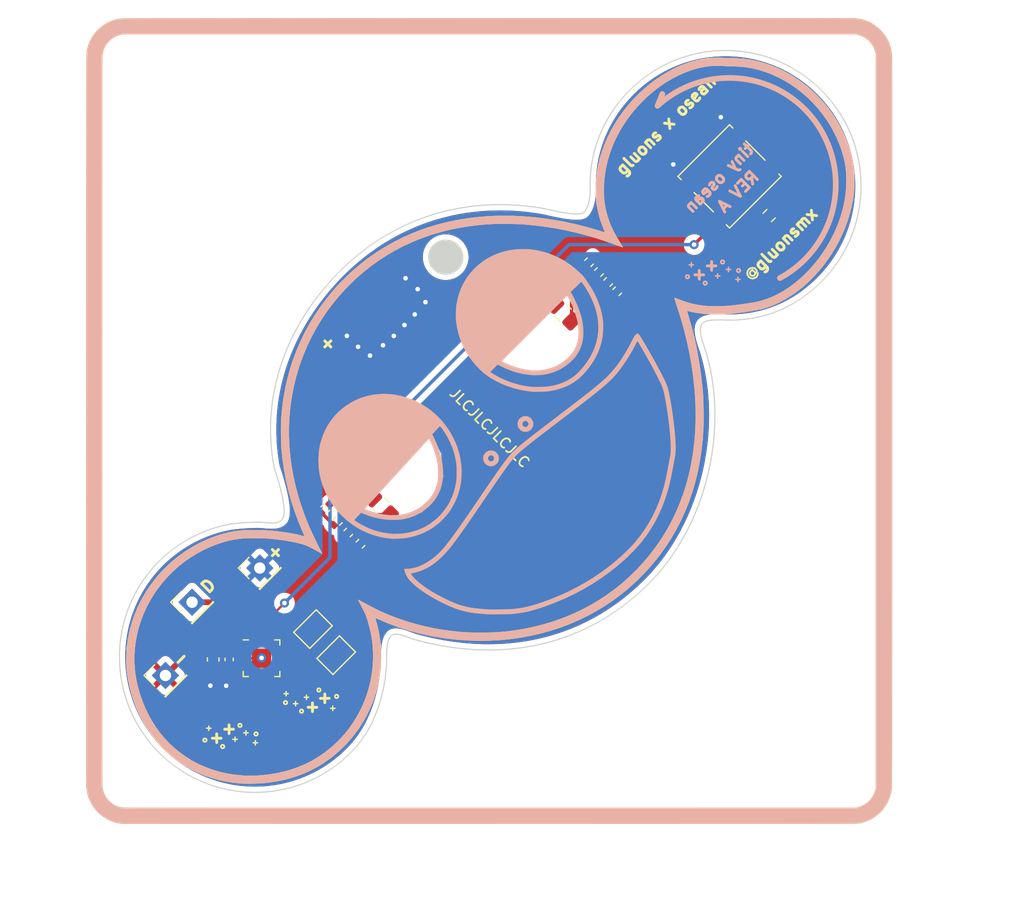
<source format=kicad_pcb>
(kicad_pcb (version 20211014) (generator pcbnew)
  (layers (0 "F.Cu" signal) (31 "B.Cu" signal) (34 "B.Paste" user) (35 "F.Paste" user) (36 "B.SilkS" user "B.Silkscreen") (37 "F.SilkS" user "F.Silkscreen") (38 "B.Mask" user) (39 "F.Mask" user) (44 "Edge.Cuts" user))
  (net 0 "")
  (net 1 "VCC")
  (net 2 "GND")
  (net 3 "Net-(D1-Pad1)")
  (net 4 "Net-(D2-Pad1)")
  (net 5 "UPDI")
  (net 6 "Net-(JP1-Pad2)")
  (net 7 "PB1")
  (net 8 "Net-(JP2-Pad2)")
  (net 9 "PB0")
  (net 10 "Net-(R1-Pad1)")
  (net 11 "Net-(R2-Pad2)")
  (net 12 "Net-(R3-Pad2)")
  (net 13 "Net-(R4-Pad2)")
  (net 14 "Net-(R6-Pad2)")
  (net 15 "Net-(R7-Pad2)")
  (net 16 "Net-(R8-Pad2)")
  (footprint "Button_Switch_SMD:SW_Push_1P1T_NO_CK_KSC6xxJ" (layer "F.Cu") (at 169.577552 77.064032 45)
    (fp_text reference "SW1")
    (fp_text value "SW_Push")
  )
  (footprint "Resistor_SMD:R_0402_1005Metric" (layer "F.Cu") (at 136.069943 108.366195 -135)
    (fp_text reference "R8")
    (fp_text value "10")
  )
  (footprint "Capacitor_SMD:C_0805_2012Metric_Pad1.18x1.45mm_HandSolder" (layer "F.Cu") (at 154.961212 89.064033 135)
    (fp_text reference "D1")
    (fp_text value "Yellow")
  )
  (footprint "Resistor_SMD:R_0402_1005Metric" (layer "F.Cu") (at 158.910942 86.341372 45)
    (fp_text reference "R4")
    (fp_text value "10")
  )
  (footprint "Capacitor_SMD:C_0805_2012Metric_Pad1.18x1.45mm_HandSolder" (layer "F.Cu") (at 138.961212 106.064033 135)
    (fp_text reference "D2")
    (fp_text value "Yellow")
  )
  (footprint "Resistor_SMD:R_0402_1005Metric" (layer "F.Cu") (at 158.10038 85.475718 -135)
    (fp_text reference "R3")
    (fp_text value "10")
  )
  (footprint "Resistor_SMD:R_0402_1005Metric" (layer "F.Cu") (at 159.698301 87.164949 -135)
    (fp_text reference "R5")
    (fp_text value "10")
  )
  (footprint "Connector_PinHeader_2.54mm:PinHeader_1x01_P2.54mm_Vertical" (layer "F.Cu") (at 128.289214 111.48312 45)
    (fp_text reference "J1")
    (fp_text value "VCC")
  )
  (footprint "Resistor_SMD:R_0402_1005Metric" (layer "F.Cu") (at 157.232937 84.608276 45)
    (fp_text reference "R2")
    (fp_text value "10")
  )
  (footprint "Resistor_SMD:R_0402_1005Metric" (layer "F.Cu") (at 135.154849 107.341748 45)
    (fp_text reference "R7")
    (fp_text value "10")
  )
  (footprint "Package_DFN_QFN:VQFN-20-1EP_3x3mm_P0.4mm_EP1.7x1.7mm" (layer "F.Cu") (at 128.445993 119.41185)
    (fp_text reference "U1")
    (fp_text value "ATtiny816-M")
  )
  (footprint "Jumper:SolderJumper-2_P1.3mm_Open_TrianglePad1.0x1.5mm" (layer "F.Cu") (at 132.96698 116.849201 45)
    (fp_text reference "JP2")
    (fp_text value "SolderJumper_2_Open")
  )
  (footprint "Resistor_SMD:R_0402_1005Metric" (layer "F.Cu") (at 137.142806 109.347595 45)
    (fp_text reference "R9")
    (fp_text value "10")
  )
  (footprint "Capacitor_SMD:C_0603_1608Metric" (layer "F.Cu") (at 124.198093 119.518378 90)
    (fp_text reference "C2")
    (fp_text value "1u")
  )
  (footprint "Connector_PinHeader_2.54mm:PinHeader_1x01_P2.54mm_Vertical" (layer "F.Cu") (at 120 120.926672 45)
    (fp_text reference "J3")
    (fp_text value "GND")
  )
  (footprint "Capacitor_SMD:C_0402_1005Metric" (layer "F.Cu") (at 125.598176 119.518378 90)
    (fp_text reference "C1")
    (fp_text value "100n")
  )
  (footprint "Jumper:SolderJumper-2_P1.3mm_Open_TrianglePad1.0x1.5mm" (layer "F.Cu") (at 135.00907 119.144324 45)
    (fp_text reference "JP1")
    (fp_text value "SolderJumper_2_Open")
  )
  (footprint "tiny-osean:tiny-osean-70" (layer "F.Cu") (at 148.461212 98.564033)
    (fp_text reference "Ref**" hide)
    (fp_text value "Val**" hide)
    (fp_line (start -32.274865 23.045486) (end -32.246624 23.184314) (layer "Edge.Cuts") (width 0.1))
    (fp_line (start 19.315919 -5.044258) (end 19.283189 -5.181529) (layer "Edge.Cuts") (width 0.1))
    (fp_line (start 18.138961 8.005033) (end 18.192931 7.873577) (layer "Edge.Cuts") (width 0.1))
    (fp_line (start 17.483985 -32.102869) (end 17.347996 -32.063133) (layer "Edge.Cuts") (width 0.1))
    (fp_line (start -22.513532 32.480589) (end -22.373384 32.502459) (layer "Edge.Cuts") (width 0.1))
    (fp_line (start 20.845909 -32.561105) (end 20.704519 -32.561247) (layer "Edge.Cuts") (width 0.1))
    (fp_line (start -4.259416 19.732811) (end -4.12002 19.757631) (layer "Edge.Cuts") (width 0.1))
    (fp_line (start 18.174016 -32.277806) (end 18.035196 -32.246132) (layer "Edge.Cuts") (width 0.1))
    (fp_line (start -0.318258 20.119728) (end -0.177024 20.120984) (layer "Edge.Cuts") (width 0.1))
    (fp_line (start 10.673828 17.003385) (end 10.792817 16.925465) (layer "Edge.Cuts") (width 0.1))
    (fp_line (start 19.021539 -6.139571) (end 18.979479 -6.27103) (layer "Edge.Cuts") (width 0.1))
    (fp_line (start 17.617222 9.166662) (end 17.678992 9.038456) (layer "Edge.Cuts") (width 0.1))
    (fp_line (start 24.196048 -32.058098) (end 24.060909 -32.097805) (layer "Edge.Cuts") (width 0.1))
    (fp_line (start -23.069251 32.376929) (end -22.931381 32.405229) (layer "Edge.Cuts") (width 0.1))
    (fp_line (start 12.166231 15.933155) (end 12.277138 15.845035) (layer "Edge.Cuts") (width 0.1))
    (fp_line (start 15.193392 12.981602) (end 15.282362 12.871956) (layer "Edge.Cuts") (width 0.1))
    (fp_line (start -32.349747 22.626726) (end -32.326302 22.7674) (layer "Edge.Cuts") (width 0.1))
    (fp_line (start 25.787029 -9.856502) (end 25.914522 -9.915702) (layer "Edge.Cuts") (width 0.1))
    (fp_line (start 14.159422 14.141091) (end 14.257442 14.039668) (layer "Edge.Cuts") (width 0.1))
    (fp_line (start 1.245681 -19.012615) (end 1.104728 -19.014134) (layer "Edge.Cuts") (width 0.1))
    (fp_line (start -18.799064 -3.121676) (end -18.828974 -2.983411) (layer "Edge.Cuts") (width 0.1))
    (fp_line (start 19.101719 -5.868016) (end 19.062059 -6.004575) (layer "Edge.Cuts") (width 0.1))
    (fp_line (start 12.054458 16.020705) (end 12.166231 15.933155) (layer "Edge.Cuts") (width 0.1))
    (fp_line (start -16.143035 -9.441201) (end -16.218395 -9.322915) (layer "Edge.Cuts") (width 0.1))
    (fp_line (start 19.668611 2.130769) (end 19.685121 1.990524) (layer "Edge.Cuts") (width 0.1))
    (fp_line (start 27.732162 -10.998972) (end 27.845784 -11.082962) (layer "Edge.Cuts") (width 0.1))
    (fp_line (start 19.121421 5.051665) (end 19.156261 4.914127) (layer "Edge.Cuts") (width 0.1))
    (fp_line (start -15.753145 -10.027256) (end -15.832485 -9.911366) (layer "Edge.Cuts") (width 0.1))
    (fp_line (start 19.764851 1.145365) (end 19.775041 1.004419) (layer "Edge.Cuts") (width 0.1))
    (fp_line (start 11.027549 16.768355) (end 11.143707 16.688605) (layer "Edge.Cuts") (width 0.1))
    (fp_line (start -19.216714 1.204953) (end -19.212614 1.345344) (layer "Edge.Cuts") (width 0.1))
    (fp_line (start -26.496089 31.073729) (end -26.372447 31.143269) (layer "Edge.Cuts") (width 0.1))
    (fp_line (start 31.310979 -15.133342) (end 31.375999 -15.259294) (layer "Edge.Cuts") (width 0.1))
    (fp_line (start -32.151518 23.600649) (end -32.116471 23.73877) (layer "Edge.Cuts") (width 0.1))
    (fp_line (start 24.33343 -9.314932) (end 24.46845 -9.355322) (layer "Edge.Cuts") (width 0.1))
    (fp_line (start 12.01215 -28.725445) (end 11.91696 -28.621467) (layer "Edge.Cuts") (width 0.1))
    (fp_line (start 12.921495 -29.612318) (end 12.815951 -29.518639) (layer "Edge.Cuts") (width 0.1))
    (fp_line (start 12.404575 -29.130967) (end 12.30457 -29.030953) (layer "Edge.Cuts") (width 0.1))
    (fp_line (start -3.383675 -18.552177) (end -3.521652 -18.521507) (layer "Edge.Cuts") (width 0.1))
    (fp_line (start 9.705425 17.592855) (end 9.82839 17.522315) (layer "Edge.Cuts") (width 0.1))
    (fp_line (start -32.484348 21.358871) (end -32.476038 21.500958) (layer "Edge.Cuts") (width 0.1))
    (fp_line (start 9.79191 -25.330273) (end 9.73695 -25.20008) (layer "Edge.Cuts") (width 0.1))
    (fp_line (start -18.088344 7.226689) (end -18.070074 7.365099) (layer "Edge.Cuts") (width 0.1))
    (fp_line (start -10.668616 -15.269228) (end -10.783499 -15.185218) (layer "Edge.Cuts") (width 0.1))
    (fp_line (start 32.649709 -20.009052) (end 32.656509 -20.151013) (layer "Edge.Cuts") (width 0.1))
    (fp_line (start 31.181223 -26.423119) (end 31.111673 -26.546876) (layer "Edge.Cuts") (width 0.1))
    (fp_line (start 5.679978 19.307704) (end 5.814697 19.267334) (layer "Edge.Cuts") (width 0.1))
    (fp_line (start -11.998822 -14.215958) (end -12.105352 -14.123748) (layer "Edge.Cuts") (width 0.1))
    (fp_line (start -22.931381 32.405229) (end -22.79214 32.431959) (layer "Edge.Cuts") (width 0.1))
    (fp_line (start -15.850901 31.651434) (end -15.72073 31.593924) (layer "Edge.Cuts") (width 0.1))
    (fp_line (start -18.361024 -4.750633) (end -18.403234 -4.616621) (layer "Edge.Cuts") (width 0.1))
    (fp_line (start 19.551691 2.971094) (end 19.573451 2.831557) (layer "Edge.Cuts") (width 0.1))
    (fp_line (start -4.207295 -18.352797) (end -4.343006 -18.316257) (layer "Edge.Cuts") (width 0.1))
    (fp_line (start -17.190075 -7.610211) (end -17.252975 -7.484564) (layer "Edge.Cuts") (width 0.1))
    (fp_line (start 6.75122 18.955954) (end 6.883252 18.907644) (layer "Edge.Cuts") (width 0.1))
    (fp_line (start -25.743315 31.468529) (end -25.615351 31.528859) (layer "Edge.Cuts") (width 0.1))
    (fp_line (start 15.376066 -31.27571) (end 15.250139 -31.210784) (layer "Edge.Cuts") (width 0.1))
    (fp_line (start 15.964012 11.968587) (end 16.045732 11.852423) (layer "Edge.Cuts") (width 0.1))
    (fp_line (start -7.517772 18.866451) (end -7.385041 18.910351) (layer "Edge.Cuts") (width 0.1))
    (fp_line (start -26.862299 30.855589) (end -26.740768 30.929959) (layer "Edge.Cuts") (width 0.1))
    (fp_line (start 32.314379 -17.773494) (end 32.347809 -17.911629) (layer "Edge.Cuts") (width 0.1))
    (fp_line (start 19.291166 -32.470542) (end 19.150917 -32.452315) (layer "Edge.Cuts") (width 0.1))
    (fp_line (start -8.060626 18.739991) (end -7.922079 18.760871) (layer "Edge.Cuts") (width 0.1))
    (fp_line (start 29.333833 -28.918543) (end 29.235083 -29.019718) (layer "Edge.Cuts") (width 0.1))
    (fp_line (start -20.112653 32.625374) (end -19.971686 32.618974) (layer "Edge.Cuts") (width 0.1))
    (fp_line (start -19.039264 3.304943) (end -19.018814 3.443912) (layer "Edge.Cuts") (width 0.1))
    (fp_line (start -6.085016 -17.750597) (end -6.217187 -17.700028) (layer "Edge.Cuts") (width 0.1))
    (fp_line (start -27.549629 11.086157) (end -27.664813 11.169457) (layer "Edge.Cuts") (width 0.1))
    (fp_line (start 29.327169 -12.391209) (end 29.425479 -12.494056) (layer "Edge.Cuts") (width 0.1))
    (fp_line (start 19.765359 -2.110015) (end 19.754109 -2.251255) (layer "Edge.Cuts") (width 0.1))
    (fp_line (start -26.846577 10.620687) (end -26.965686 10.694627) (layer "Edge.Cuts") (width 0.1))
    (fp_line (start 4.311954 19.658754) (end 4.450488 19.627974) (layer "Edge.Cuts") (width 0.1))
    (fp_line (start 31.380553 -26.04766) (end 31.315533 -26.173625) (layer "Edge.Cuts") (width 0.1))
    (fp_line (start 12.60495 15.577155) (end 12.713179 15.486195) (layer "Edge.Cuts") (width 0.1))
    (fp_line (start 24.866396 -31.834864) (end 24.733221 -31.882774) (layer "Edge.Cuts") (width 0.1))
    (fp_line (start 29.522239 -12.597764) (end 29.617719 -12.702583) (layer "Edge.Cuts") (width 0.1))
    (fp_line (start 4.72574 19.563694) (end 4.863153 19.530114) (layer "Edge.Cuts") (width 0.1))
    (fp_line (start -31.626249 25.217295) (end -31.571908 25.34876) (layer "Edge.Cuts") (width 0.1))
    (fp_line (start -21.684423 8.944597) (end -21.82166 8.956327) (layer "Edge.Cuts") (width 0.1))
    (fp_line (start -20.395835 32.633409) (end -20.254595 32.630274) (layer "Edge.Cuts") (width 0.1))
    (fp_line (start -17.554105 -6.849773) (end -17.611755 -6.72101) (layer "Edge.Cuts") (width 0.1))
    (fp_line (start 24.465637 -31.973667) (end 24.331349 -32.016618) (layer "Edge.Cuts") (width 0.1))
    (fp_line (start 16.439562 11.264537) (end 16.515642 11.145528) (layer "Edge.Cuts") (width 0.1))
    (fp_line (start 28.178981 -11.341952) (end 28.288769 -11.431332) (layer "Edge.Cuts") (width 0.1))
    (fp_line (start -19.058974 3.164696) (end -19.039264 3.304943) (layer "Edge.Cuts") (width 0.1))
    (fp_line (start -2.830196 -18.665337) (end -2.9696 -18.638407) (layer "Edge.Cuts") (width 0.1))
    (fp_line (start -8.766952 -16.493328) (end -8.890069 -16.423078) (layer "Edge.Cuts") (width 0.1))
    (fp_line (start -20.537919 32.634966) (end -20.395835 32.633409) (layer "Edge.Cuts") (width 0.1))
    (fp_line (start 22.119581 -32.484361) (end 21.978346 -32.499646) (layer "Edge.Cuts") (width 0.1))
    (fp_line (start -32.181433 17.985344) (end -32.213094 18.123025) (layer "Edge.Cuts") (width 0.1))
    (fp_line (start 9.84844 -25.459455) (end 9.79191 -25.330273) (layer "Edge.Cuts") (width 0.1))
    (fp_line (start -10.240838 26.359285) (end -10.182188 26.233195) (layer "Edge.Cuts") (width 0.1))
    (fp_line (start 32.283043 -23.665104) (end 32.246363 -23.802703) (layer "Edge.Cuts") (width 0.1))
    (fp_line (start 16.543214 -31.791114) (end 16.41175 -31.740414) (layer "Edge.Cuts") (width 0.1))
    (fp_line (start -32.391351 22.34624) (end -32.371444 22.48605) (layer "Edge.Cuts") (width 0.1))
    (fp_line (start 8.062152 18.426404) (end 8.190354 18.368314) (layer "Edge.Cuts") (width 0.1))
    (fp_line (start -7.922079 18.760871) (end -7.786369 18.790221) (layer "Edge.Cuts") (width 0.1))
    (fp_line (start -18.850994 4.25762) (end -18.805954 4.393049) (layer "Edge.Cuts") (width 0.1))
    (fp_line (start 4.999287 19.495694) (end 5.135716 19.460134) (layer "Edge.Cuts") (width 0.1))
    (fp_line (start -22.92172 9.096157) (end -23.060774 9.123707) (layer "Edge.Cuts") (width 0.1))
    (fp_line (start 6.499756 -18.314227) (end 6.366313 -18.337157) (layer "Edge.Cuts") (width 0.1))
    (fp_line (start -15.090055 -10.937999) (end -15.175195 -10.826512) (layer "Edge.Cuts") (width 0.1))
    (fp_line (start 31.989539 -16.690495) (end 32.035599 -16.823802) (layer "Edge.Cuts") (width 0.1))
    (fp_line (start -24.152861 9.402427) (end -24.287394 9.444767) (layer "Edge.Cuts") (width 0.1))
    (fp_line (start 8.578081 -18.738472) (end 8.514051 -18.612535) (layer "Edge.Cuts") (width 0.1))
    (fp_line (start -13.300717 30.137694) (end -13.18951 30.049984) (layer "Edge.Cuts") (width 0.1))
    (fp_line (start 15.370342 12.76174) (end 15.457732 12.650253) (layer "Edge.Cuts") (width 0.1))
    (fp_line (start 20.138288 -32.545082) (end 19.99621 -32.536802) (layer "Edge.Cuts") (width 0.1))
    (fp_line (start -30.653305 27.105075) (end -30.576551 27.224355) (layer "Edge.Cuts") (width 0.1))
    (fp_line (start -7.252442 18.957101) (end -7.121401 19.005121) (layer "Edge.Cuts") (width 0.1))
    (fp_line (start 16.284162 11.502088) (end 16.362642 11.383101) (layer "Edge.Cuts") (width 0.1))
    (fp_line (start 20.294821 -8.885052) (end 20.42487 -8.887661) (layer "Edge.Cuts") (width 0.1))
    (fp_line (start -31.956828 17.166103) (end -31.998279 17.301253) (layer "Edge.Cuts") (width 0.1))
    (fp_line (start -4.952425 19.597071) (end -4.813178 19.625951) (layer "Edge.Cuts") (width 0.1))
    (fp_line (start 19.086001 5.187957) (end 19.121421 5.051665) (layer "Edge.Cuts") (width 0.1))
    (fp_line (start -19.214574 0.223511) (end -19.218174 0.363771) (layer "Edge.Cuts") (width 0.1))
    (fp_line (start -31.567937 16.104339) (end -31.622208 16.235251) (layer "Edge.Cuts") (width 0.1))
    (fp_line (start 24.197878 -9.276272) (end 24.33343 -9.314932) (layer "Edge.Cuts") (width 0.1))
    (fp_line (start -25.615351 31.528859) (end -25.485886 31.588079) (layer "Edge.Cuts") (width 0.1))
    (fp_line (start -5.688085 -17.895657) (end -5.820681 -17.848347) (layer "Edge.Cuts") (width 0.1))
    (fp_line (start -18.885174 -2.70873) (end -18.911534 -2.571036) (layer "Edge.Cuts") (width 0.1))
    (fp_line (start -29.545143 12.881698) (end -29.637843 12.98837) (layer "Edge.Cuts") (width 0.1))
    (fp_line (start 8.864358 -20.813262) (end 8.865066 -20.672435) (layer "Edge.Cuts") (width 0.1))
    (fp_line (start 10.02691 -25.842294) (end 9.96601 -25.715663) (layer "Edge.Cuts") (width 0.1))
    (fp_line (start -4.397965 19.707331) (end -4.259416 19.732811) (layer "Edge.Cuts") (width 0.1))
    (fp_line (start -29.259086 12.567769) (end -29.355742 12.671337) (layer "Edge.Cuts") (width 0.1))
    (fp_line (start -10.993898 27.695846) (end -10.917268 27.57898) (layer "Edge.Cuts") (width 0.1))
    (fp_line (start 2.640491 19.948794) (end 2.780164 19.930224) (layer "Edge.Cuts") (width 0.1))
    (fp_line (start 27.028853 -30.781945) (end 26.907305 -30.856289) (layer "Edge.Cuts") (width 0.1))
    (fp_line (start -10.492148 26.858208) (end -10.426978 26.734824) (layer "Edge.Cuts") (width 0.1))
    (fp_line (start -8.890069 -16.423078) (end -9.012451 -16.352118) (layer "Edge.Cuts") (width 0.1))
    (fp_line (start -25.095525 31.755379) (end -24.96382 31.808219) (layer "Edge.Cuts") (width 0.1))
    (fp_line (start 32.080349 -16.958091) (end 32.123269 -17.092387) (layer "Edge.Cuts") (width 0.1))
    (fp_line (start 19.177629 -5.594329) (end 19.140249 -5.73104) (layer "Edge.Cuts") (width 0.1))
    (fp_line (start 8.95078 -22.218952) (end 8.93428 -22.07839) (layer "Edge.Cuts") (width 0.1))
    (fp_line (start -19.201214 1.625546) (end -19.193814 1.765502) (layer "Edge.Cuts") (width 0.1))
    (fp_line (start 2.920131 19.910414) (end 3.059228 19.889854) (layer "Edge.Cuts") (width 0.1))
    (fp_line (start -0.165266 -18.985607) (end -0.306083 -18.977807) (layer "Edge.Cuts") (width 0.1))
    (fp_line (start 23.235859 -32.303209) (end 23.098036 -32.3315) (layer "Edge.Cuts") (width 0.1))
    (fp_line (start 29.026688 -12.091022) (end 29.127555 -12.189472) (layer "Edge.Cuts") (width 0.1))
    (fp_line (start -17.061585 -7.860403) (end -17.126465 -7.735161) (layer "Edge.Cuts") (width 0.1))
    (fp_line (start -18.518374 5.327301) (end -18.480414 5.461601) (layer "Edge.Cuts") (width 0.1))
    (fp_line (start 8.126468 -18.239252) (end 7.991452 -18.211102) (layer "Edge.Cuts") (width 0.1))
    (fp_line (start 1.516112 20.063444) (end 1.65637 20.052564) (layer "Edge.Cuts") (width 0.1))
    (fp_line (start -18.273914 -5.017957) (end -18.317964 -4.884512) (layer "Edge.Cuts") (width 0.1))
    (fp_line (start 32.208123 -23.939598) (end 32.168323 -24.075653) (layer "Edge.Cuts") (width 0.1))
    (fp_line (start 14.038497 -30.481499) (end 13.922052 -30.400469) (layer "Edge.Cuts") (width 0.1))
    (fp_line (start -32.271428 18.399264) (end -32.29825 18.53851) (layer "Edge.Cuts") (width 0.1))
    (fp_line (start -18.828974 -2.983411) (end -18.857614 -2.845855) (layer "Edge.Cuts") (width 0.1))
    (fp_line (start 13.347838 14.926775) (end 13.451943 14.830585) (layer "Edge.Cuts") (width 0.1))
    (fp_line (start 32.318033 -23.526945) (end 32.283043 -23.665104) (layer "Edge.Cuts") (width 0.1))
    (fp_line (start -20.574755 8.891258) (end -20.715133 8.898567) (layer "Edge.Cuts") (width 0.1))
    (fp_line (start -24.954496 9.681317) (end -25.085819 9.733307) (layer "Edge.Cuts") (width 0.1))
    (fp_line (start 8.632631 -18.868383) (end 8.578081 -18.738472) (layer "Edge.Cuts") (width 0.1))
    (fp_line (start 32.632683 -21.568875) (end 32.621033 -21.710031) (layer "Edge.Cuts") (width 0.1))
    (fp_line (start -19.028214 -1.877172) (end -19.048314 -1.738492) (layer "Edge.Cuts") (width 0.1))
    (fp_line (start -19.164834 2.186241) (end -19.152864 2.327193) (layer "Edge.Cuts") (width 0.1))
    (fp_line (start -19.067184 -1.600089) (end -19.085014 -1.461269) (layer "Edge.Cuts") (width 0.1))
    (fp_line (start 20.021834 -8.88282) (end 20.157253 -8.883103) (layer "Edge.Cuts") (width 0.1))
    (fp_line (start 19.715111 1.710311) (end 19.728831 1.568933) (layer "Edge.Cuts") (width 0.1))
    (fp_line (start -13.18951 30.049984) (end -13.078739 29.960594) (layer "Edge.Cuts") (width 0.1))
    (fp_line (start 12.20597 -28.930246) (end 12.1085 -28.828391) (layer "Edge.Cuts") (width 0.1))
    (fp_line (start -13.726165 -12.550952) (end -13.821785 -12.447253) (layer "Edge.Cuts") (width 0.1))
    (fp_line (start 10.910825 16.847115) (end 11.027549 16.768355) (layer "Edge.Cuts") (width 0.1))
    (fp_line (start -17.937014 -5.94399) (end -17.988304 -5.812387) (layer "Edge.Cuts") (width 0.1))
    (fp_line (start -32.407238 19.237055) (end -32.424062 19.377577) (layer "Edge.Cuts") (width 0.1))
    (fp_line (start -10.553455 -15.352388) (end -10.668616 -15.269228) (layer "Edge.Cuts") (width 0.1))
    (fp_line (start -31.913905 17.031664) (end -31.956828 17.166103) (layer "Edge.Cuts") (width 0.1))
    (fp_line (start 28.509502 -29.696647) (end 28.402267 -29.787693) (layer "Edge.Cuts") (width 0.1))
    (fp_line (start 6.098013 -18.386747) (end 5.964149 -18.413217) (layer "Edge.Cuts") (width 0.1))
    (fp_line (start 27.384109 -10.754322) (end 27.501275 -10.834492) (layer "Edge.Cuts") (width 0.1))
    (fp_line (start 9.00999 -22.636765) (end 8.98849 -22.497693) (layer "Edge.Cuts") (width 0.1))
    (fp_line (start -11.667078 28.590016) (end -11.577408 28.482645) (layer "Edge.Cuts") (width 0.1))
    (fp_line (start -14.10677 30.712544) (end -13.988637 30.634474) (layer "Edge.Cuts") (width 0.1))
    (fp_line (start 13.859658 14.441295) (end 13.959951 14.342405) (layer "Edge.Cuts") (width 0.1))
    (fp_line (start -18.950514 3.85997) (end -18.925604 3.99795) (layer "Edge.Cuts") (width 0.1))
    (fp_line (start 19.430071 3.668916) (end 19.456421 3.52938) (layer "Edge.Cuts") (width 0.1))
    (fp_line (start 11.37228 -27.977162) (end 11.28559 -27.866071) (layer "Edge.Cuts") (width 0.1))
    (fp_line (start -32.243159 18.261432) (end -32.271428 18.399264) (layer "Edge.Cuts") (width 0.1))
    (fp_line (start 19.573451 2.831557) (end 19.594261 2.691606) (layer "Edge.Cuts") (width 0.1))
    (fp_line (start -14.834054 31.150374) (end -14.710389 31.080834) (layer "Edge.Cuts") (width 0.1))
    (fp_line (start 5.296773 -18.557757) (end 5.161784 -18.589637) (layer "Edge.Cuts") (width 0.1))
    (fp_line (start -1.169211 20.093661) (end -1.027843 20.100161) (layer "Edge.Cuts") (width 0.1))
    (fp_line (start 31.945463 -24.747601) (end 31.896173 -24.880398) (layer "Edge.Cuts") (width 0.1))
    (fp_line (start 11.375612 16.526005) (end 11.490489 16.443705) (layer "Edge.Cuts") (width 0.1))
    (fp_line (start 8.719161 -19.135841) (end 8.679221 -19.000976) (layer "Edge.Cuts") (width 0.1))
    (fp_line (start 18.806049 -6.782579) (end 18.765089 -6.911639) (layer "Edge.Cuts") (width 0.1))
    (fp_line (start -2.412721 -18.739627) (end -2.552123 -18.715867) (layer "Edge.Cuts") (width 0.1))
    (fp_line (start 31.315533 -26.173625) (end 31.249373 -26.298216) (layer "Edge.Cuts") (width 0.1))
    (fp_line (start 16.148541 -31.633544) (end 16.017503 -31.577573) (layer "Edge.Cuts") (width 0.1))
    (fp_line (start 20.279254 -32.551612) (end 20.138288 -32.545082) (layer "Edge.Cuts") (width 0.1))
    (fp_line (start 19.823692 -0.12534) (end 19.825607 -0.266011) (layer "Edge.Cuts") (width 0.1))
    (fp_line (start -18.984814 -2.155112) (end -19.007084 -2.016142) (layer "Edge.Cuts") (width 0.1))
    (fp_line (start 18.558279 -7.827051) (end 18.549789 -7.962197) (layer "Edge.Cuts") (width 0.1))
    (fp_line (start -19.025546 8.961611) (end -19.166642 8.96207) (layer "Edge.Cuts") (width 0.1))
    (fp_line (start 27.501867 -30.472799) (end 27.385277 -30.551987) (layer "Edge.Cuts") (width 0.1))
    (fp_line (start 18.348761 7.478475) (end 18.398911 7.346312) (layer "Edge.Cuts") (width 0.1))
    (fp_line (start -1.15179 -18.909077) (end -1.292035 -18.894287) (layer "Edge.Cuts") (width 0.1))
    (fp_line (start 19.793899 -1.684197) (end 19.785499 -1.826282) (layer "Edge.Cuts") (width 0.1))
    (fp_line (start 21.696719 -32.524996) (end 21.55591 -32.53519) (layer "Edge.Cuts") (width 0.1))
    (fp_line (start -14.466725 30.938194) (end -14.345624 30.864254) (layer "Edge.Cuts") (width 0.1))
    (fp_line (start 32.279249 -17.63594) (end 32.314379 -17.773494) (layer "Edge.Cuts") (width 0.1))
    (fp_line (start 19.049581 5.324506) (end 19.086001 5.187957) (layer "Edge.Cuts") (width 0.1))
    (fp_line (start 10.792817 16.925465) (end 10.910825 16.847115) (layer "Edge.Cuts") (width 0.1))
    (fp_line (start -12.754894 29.686204) (end -12.649368 29.592564) (layer "Edge.Cuts") (width 0.1))
    (fp_line (start 18.312845 -32.307765) (end 18.174016 -32.277806) (layer "Edge.Cuts") (width 0.1))
    (fp_line (start 32.441453 -22.971831) (end 32.413123 -23.110681) (layer "Edge.Cuts") (width 0.1))
    (fp_line (start -18.317964 -4.884512) (end -18.361024 -4.750633) (layer "Edge.Cuts") (width 0.1))
    (fp_line (start -11.489008 28.373699) (end -11.402718 28.264196) (layer "Edge.Cuts") (width 0.1))
    (fp_line (start -20.715133 8.898567) (end -20.854542 8.907282) (layer "Edge.Cuts") (width 0.1))
    (fp_line (start 18.566739 -8.229665) (end 18.599839 -8.360113) (layer "Edge.Cuts") (width 0.1))
    (fp_line (start -14.196715 -12.028074) (end -14.288525 -11.922249) (layer "Edge.Cuts") (width 0.1))
    (fp_line (start -1.027843 20.100161) (end -0.88575 20.105861) (layer "Edge.Cuts") (width 0.1))
    (fp_line (start 3.47813 19.821884) (end 3.617665 19.797274) (layer "Edge.Cuts") (width 0.1))
    (fp_line (start -3.795773 -18.457197) (end -3.9329 -18.423487) (layer "Edge.Cuts") (width 0.1))
    (fp_line (start 18.398911 7.346312) (end 18.448611 7.212865) (layer "Edge.Cuts") (width 0.1))
    (fp_line (start -7.514105 -17.143138) (end -7.640608 -17.082648) (layer "Edge.Cuts") (width 0.1))
    (fp_line (start -18.135764 -5.415877) (end -18.182664 -5.283841) (layer "Edge.Cuts") (width 0.1))
    (fp_line (start -18.183304 6.679322) (end -18.156744 6.81531) (layer "Edge.Cuts") (width 0.1))
    (fp_line (start -1.877527 20.047241) (end -1.736001 20.058271) (layer "Edge.Cuts") (width 0.1))
    (fp_line (start 30.659349 -14.038724) (end 30.737399 -14.156584) (layer "Edge.Cuts") (width 0.1))
    (fp_line (start 0.811353 20.103744) (end 0.952019 20.097644) (layer "Edge.Cuts") (width 0.1))
    (fp_line (start 16.883412 10.541057) (end 16.954372 10.418807) (layer "Edge.Cuts") (width 0.1))
    (fp_line (start 19.481661 3.38914) (end 19.505961 3.249321) (layer "Edge.Cuts") (width 0.1))
    (fp_line (start 27.733346 -30.309391) (end 27.618031 -30.391795) (layer "Edge.Cuts") (width 0.1))
    (fp_line (start 31.375999 -15.259294) (end 31.439759 -15.386361) (layer "Edge.Cuts") (width 0.1))
    (fp_line (start -19.450674 8.949011) (end -19.591355 8.938711) (layer "Edge.Cuts") (width 0.1))
    (fp_line (start 7.411645 18.703364) (end 7.542826 18.649814) (layer "Edge.Cuts") (width 0.1))
    (fp_line (start 22.67699 -8.966992) (end 22.817236 -8.986302) (layer "Edge.Cuts") (width 0.1))
    (fp_line (start 14.876992 -31.006951) (end 14.755296 -30.936657) (layer "Edge.Cuts") (width 0.1))
    (fp_line (start 8.782761 -19.41052) (end 8.753361 -19.272119) (layer "Edge.Cuts") (width 0.1))
    (fp_line (start -32.45446 21.783701) (end -32.441194 21.924219) (layer "Edge.Cuts") (width 0.1))
    (fp_line (start -32.076249 17.572961) (end -32.11287 17.709664) (layer "Edge.Cuts") (width 0.1))
    (fp_line (start 15.103162 13.09139) (end 15.193392 12.981602) (layer "Edge.Cuts") (width 0.1))
    (fp_line (start 22.397784 -8.933722) (end 22.537024 -8.949482) (layer "Edge.Cuts") (width 0.1))
    (fp_line (start 1.6701 -19.002207) (end 1.529008 -19.006607) (layer "Edge.Cuts") (width 0.1))
    (fp_line (start 18.035196 -32.246132) (end 17.896651 -32.212759) (layer "Edge.Cuts") (width 0.1))
    (fp_line (start -27.664813 11.169457) (end -27.778524 11.253617) (layer "Edge.Cuts") (width 0.1))
    (fp_line (start -4.674912 19.653881) (end -4.536789 19.680971) (layer "Edge.Cuts") (width 0.1))
    (fp_line (start -31.775202 16.630904) (end -31.823083 16.764082) (layer "Edge.Cuts") (width 0.1))
    (fp_line (start -0.88575 20.105861) (end -0.743667 20.110661) (layer "Edge.Cuts") (width 0.1))
    (fp_line (start -21.269926 8.918697) (end -21.407897 8.925697) (layer "Edge.Cuts") (width 0.1))
    (fp_line (start 29.900483 -28.288206) (end 29.809523 -28.3956) (layer "Edge.Cuts") (width 0.1))
    (fp_line (start 19.505961 3.249321) (end 19.529221 3.110345) (layer "Edge.Cuts") (width 0.1))
    (fp_line (start 32.246363 -23.802703) (end 32.208123 -23.939598) (layer "Edge.Cuts") (width 0.1))
    (fp_line (start -30.647651 14.349153) (end -30.722788 14.468734) (layer "Edge.Cuts") (width 0.1))
    (fp_line (start 27.148574 -30.706766) (end 27.028853 -30.781945) (layer "Edge.Cuts") (width 0.1))
    (fp_line (start -21.953009 32.557989) (end -21.811678 32.573309) (layer "Edge.Cuts") (width 0.1))
    (fp_line (start -16.776238 32.008004) (end -16.642372 31.961934) (layer "Edge.Cuts") (width 0.1))
    (fp_line (start -18.762304 4.526775) (end -18.719814 4.659656) (layer "Edge.Cuts") (width 0.1))
    (fp_line (start 22.399638 -32.449085) (end 22.260116 -32.467505) (layer "Edge.Cuts") (width 0.1))
    (fp_line (start -9.024453 21.232831) (end -9.023536 21.094989) (layer "Edge.Cuts") (width 0.1))
    (fp_line (start 31.678589 -15.900593) (end 31.734409 -16.030625) (layer "Edge.Cuts") (width 0.1))
    (fp_line (start 30.338803 -27.731917) (end 30.253953 -27.845061) (layer "Edge.Cuts") (width 0.1))
    (fp_line (start 19.564059 -3.795509) (end 19.540709 -3.935185) (layer "Edge.Cuts") (width 0.1))
    (fp_line (start -18.984326 32.526254) (end -18.8445 32.506384) (layer "Edge.Cuts") (width 0.1))
    (fp_line (start 29.134793 -29.120059) (end 29.033227 -29.219462) (layer "Edge.Cuts") (width 0.1))
    (fp_line (start -18.371614 5.865902) (end -18.337324 6.001047) (layer "Edge.Cuts") (width 0.1))
    (fp_line (start 9.084247 17.931444) (end 9.210169 17.865154) (layer "Edge.Cuts") (width 0.1))
    (fp_line (start -18.480414 5.461601) (end -18.443434 5.595463) (layer "Edge.Cuts") (width 0.1))
    (fp_line (start -1.010426 -18.922987) (end -1.15179 -18.909077) (layer "Edge.Cuts") (width 0.1))
    (fp_line (start -9.044608 21.646626) (end -9.033818 21.508222) (layer "Edge.Cuts") (width 0.1))
    (fp_line (start -3.246418 -18.581757) (end -3.383675 -18.552177) (layer "Edge.Cuts") (width 0.1))
    (fp_line (start -18.669284 -3.670173) (end -18.703434 -3.533063) (layer "Edge.Cuts") (width 0.1))
    (fp_line (start 3.199051 19.868154) (end 3.338598 19.845514) (layer "Edge.Cuts") (width 0.1))
    (fp_line (start -31.729561 24.954089) (end -31.678834 25.085701) (layer "Edge.Cuts") (width 0.1))
    (fp_line (start -19.204074 -0.058536) (end -19.209774 0.082291) (layer "Edge.Cuts") (width 0.1))
    (fp_line (start 19.651341 2.271013) (end 19.668611 2.130769) (layer "Edge.Cuts") (width 0.1))
    (fp_line (start -12.137958 29.104814) (end -12.039938 29.003947) (layer "Edge.Cuts") (width 0.1))
    (fp_line (start 18.597019 -7.559875) (end 18.574729 -7.692469) (layer "Edge.Cuts") (width 0.1))
    (fp_line (start 32.573559 -19.163469) (end 32.590439 -19.303865) (layer "Edge.Cuts") (width 0.1))
    (fp_line (start 14.547012 13.730148) (end 14.641642 13.625742) (layer "Edge.Cuts") (width 0.1))
    (fp_line (start -32.500646 20.792639) (end -32.499065 20.934723) (layer "Edge.Cuts") (width 0.1))
    (fp_line (start 18.854371 6.004928) (end 18.895021 5.869494) (layer "Edge.Cuts") (width 0.1))
    (fp_line (start 18.765089 -6.911639) (end 18.725999 -7.040404) (layer "Edge.Cuts") (width 0.1))
    (fp_line (start -9.322798 23.580873) (end -9.294728 23.444028) (layer "Edge.Cuts") (width 0.1))
    (fp_line (start 16.017503 -31.577573) (end 15.887333 -31.520059) (layer "Edge.Cuts") (width 0.1))
    (fp_line (start -17.668295 -6.592799) (end -17.723955 -6.463477) (layer "Edge.Cuts") (width 0.1))
    (fp_line (start -32.116471 23.73877) (end -32.079794 23.876326) (layer "Edge.Cuts") (width 0.1))
    (fp_line (start 20.421198 -32.556502) (end 20.279254 -32.551612) (layer "Edge.Cuts") (width 0.1))
    (fp_line (start 15.798722 12.198367) (end 15.881852 12.083761) (layer "Edge.Cuts") (width 0.1))
    (fp_line (start 20.157253 -8.883103) (end 20.294821 -8.885052) (layer "Edge.Cuts") (width 0.1))
    (fp_line (start -19.125804 2.608102) (end -19.110634 2.747784) (layer "Edge.Cuts") (width 0.1))
    (fp_line (start -27.905933 30.128129) (end -27.79368 30.214549) (layer "Edge.Cuts") (width 0.1))
    (fp_line (start 11.20074 -27.754469) (end 11.11717 -27.641891) (layer "Edge.Cuts") (width 0.1))
    (fp_line (start 18.549789 -7.962197) (end 18.551589 -8.096348) (layer "Edge.Cuts") (width 0.1))
    (fp_line (start -28.660025 29.488119) (end -28.555153 29.583739) (layer "Edge.Cuts") (width 0.1))
    (fp_line (start -18.596564 5.059976) (end -18.557184 5.193287) (layer "Edge.Cuts") (width 0.1))
    (fp_line (start 23.375527 -9.081382) (end 23.512516 -9.109312) (layer "Edge.Cuts") (width 0.1))
    (fp_line (start -23.472225 9.215397) (end -23.608009 9.249117) (layer "Edge.Cuts") (width 0.1))
    (fp_line (start -19.094514 2.886197) (end -19.077224 3.025307) (layer "Edge.Cuts") (width 0.1))
    (fp_line (start 7.148155 18.807484) (end 7.280046 18.755924) (layer "Edge.Cuts") (width 0.1))
    (fp_line (start 13.033908 15.209105) (end 13.139728 15.115195) (layer "Edge.Cuts") (width 0.1))
    (fp_line (start 4.450488 19.627974) (end 4.587906 19.596424) (layer "Edge.Cuts") (width 0.1))
    (fp_line (start 10.314437 17.231195) (end 10.435276 17.155825) (layer "Edge.Cuts") (width 0.1))
    (fp_line (start -22.233056 32.522689) (end -22.093497 32.541069) (layer "Edge.Cuts") (width 0.1))
    (fp_line (start -16.995985 -7.984775) (end -17.061585 -7.860403) (layer "Edge.Cuts") (width 0.1))
    (fp_line (start 27.501275 -10.834492) (end 27.617284 -10.916242) (layer "Edge.Cuts") (width 0.1))
    (fp_line (start -18.703434 -3.533063) (end -18.736294 -3.396358) (layer "Edge.Cuts") (width 0.1))
    (fp_line (start 14.451532 13.833845) (end 14.547012 13.730148) (layer "Edge.Cuts") (width 0.1))
    (fp_line (start 5.56351 -18.497357) (end 5.430499 -18.527027) (layer "Edge.Cuts") (width 0.1))
    (fp_line (start 2.359858 19.983354) (end 2.499955 19.966664) (layer "Edge.Cuts") (width 0.1))
    (fp_line (start -0.869601 -18.935857) (end -1.010426 -18.922987) (layer "Edge.Cuts") (width 0.1))
    (fp_line (start 0.963061 -19.014842) (end 0.821688 -19.014416) (layer "Edge.Cuts") (width 0.1))
    (fp_line (start -19.048314 -1.738492) (end -19.067184 -1.600089) (layer "Edge.Cuts") (width 0.1))
    (fp_line (start 22.958778 -32.358361) (end 22.819105 -32.383572) (layer "Edge.Cuts") (width 0.1))
    (fp_line (start -27.778524 11.253617) (end -27.891698 11.339587) (layer "Edge.Cuts") (width 0.1))
    (fp_line (start -2.15915 20.022551) (end -2.018053 20.035291) (layer "Edge.Cuts") (width 0.1))
    (fp_line (start 31.505773 -25.793618) (end 31.444023 -25.920674) (layer "Edge.Cuts") (width 0.1))
    (fp_line (start 32.657383 -21.14418) (end 32.650983 -21.285166) (layer "Edge.Cuts") (width 0.1))
    (fp_line (start -16.37661 31.864914) (end -16.245149 31.814204) (layer "Edge.Cuts") (width 0.1))
    (fp_line (start 6.618481 19.003414) (end 6.75122 18.955954) (layer "Edge.Cuts") (width 0.1))
    (fp_line (start -25.601429 9.955717) (end -25.728697 10.015067) (layer "Edge.Cuts") (width 0.1))
    (fp_line (start -16.793685 -8.355926) (end -16.861685 -8.233104) (layer "Edge.Cuts") (width 0.1))
    (fp_line (start 19.011101 -32.432449) (end 18.870432 -32.41076) (layer "Edge.Cuts") (width 0.1))
    (fp_line (start 8.828441 -19.690442) (end 8.807771 -19.55062) (layer "Edge.Cuts") (width 0.1))
    (fp_line (start -11.234265 -14.842978) (end -11.345612 -14.755418) (layer "Edge.Cuts") (width 0.1))
    (fp_line (start 10.56779 -26.825453) (end 10.49512 -26.705366) (layer "Edge.Cuts") (width 0.1))
    (fp_line (start 17.972941 8.39559) (end 18.029471 8.264995) (layer "Edge.Cuts") (width 0.1))
    (fp_line (start -32.213094 18.123025) (end -32.243159 18.261432) (layer "Edge.Cuts") (width 0.1))
    (fp_line (start 21.978346 -32.499646) (end 21.836972 -32.513191) (layer "Edge.Cuts") (width 0.1))
    (fp_line (start 16.738912 10.784437) (end 16.811592 10.663171) (layer "Edge.Cuts") (width 0.1))
    (fp_line (start 10.64217 -26.944817) (end 10.56779 -26.825453) (layer "Edge.Cuts") (width 0.1))
    (fp_line (start 15.714992 12.311972) (end 15.798722 12.198367) (layer "Edge.Cuts") (width 0.1))
    (fp_line (start -32.301356 22.906941) (end -32.274865 23.045486) (layer "Edge.Cuts") (width 0.1))
    (fp_line (start -7.385041 18.910351) (end -7.252442 18.957101) (layer "Edge.Cuts") (width 0.1))
    (fp_line (start 21.130353 -32.55579) (end 20.987833 -32.5593) (layer "Edge.Cuts") (width 0.1))
    (fp_line (start 20.987833 -32.5593) (end 20.845909 -32.561105) (layer "Edge.Cuts") (width 0.1))
    (fp_line (start 26.662667 -30.999991) (end 26.538995 -31.069634) (layer "Edge.Cuts") (width 0.1))
    (fp_line (start 21.976892 -8.896602) (end 22.117285 -8.907262) (layer "Edge.Cuts") (width 0.1))
    (fp_line (start 32.576223 -22.132296) (end 32.557913 -22.272538) (layer "Edge.Cuts") (width 0.1))
    (fp_line (start -32.371444 22.48605) (end -32.349747 22.626726) (layer "Edge.Cuts") (width 0.1))
    (fp_line (start -17.454221 32.214964) (end -17.317392 32.176724) (layer "Edge.Cuts") (width 0.1))
    (fp_line (start -30.86955 14.711971) (end -30.940749 14.834919) (layer "Edge.Cuts") (width 0.1))
    (fp_line (start -24.822512 9.630887) (end -24.954496 9.681317) (layer "Edge.Cuts") (width 0.1))
    (fp_line (start 26.419542 -10.170692) (end 26.542929 -10.238132) (layer "Edge.Cuts") (width 0.1))
    (fp_line (start -7.767254 -17.021028) (end -7.893617 -16.958408) (layer "Edge.Cuts") (width 0.1))
    (fp_line (start -11.122647 -14.929528) (end -11.234265 -14.842978) (layer "Edge.Cuts") (width 0.1))
    (fp_line (start 19.698989 -2.81507) (end 19.682719 -2.955169) (layer "Edge.Cuts") (width 0.1))
    (fp_line (start 32.641209 -19.867675) (end 32.649709 -20.009052) (layer "Edge.Cuts") (width 0.1))
    (fp_line (start 1.65637 20.052564) (end 1.79731 20.040654) (layer "Edge.Cuts") (width 0.1))
    (fp_line (start 12.1085 -28.828391) (end 12.01215 -28.725445) (layer "Edge.Cuts") (width 0.1))
    (fp_line (start -4.343006 -18.316257) (end -4.478868 -18.278577) (layer "Edge.Cuts") (width 0.1))
    (fp_line (start 31.111673 -26.546876) (end 31.041273 -26.668577) (layer "Edge.Cuts") (width 0.1))
    (fp_line (start -18.703832 32.484574) (end -18.563166 32.461264) (layer "Edge.Cuts") (width 0.1))
    (fp_line (start 32.438009 -18.325548) (end 32.464649 -18.464798) (layer "Edge.Cuts") (width 0.1))
    (fp_line (start -4.813178 19.625951) (end -4.674912 19.653881) (layer "Edge.Cuts") (width 0.1))
    (fp_line (start 13.24533 -29.886674) (end 13.135976 -29.796239) (layer "Edge.Cuts") (width 0.1))
    (fp_line (start -22.097507 8.984767) (end -22.234207 9.001167) (layer "Edge.Cuts") (width 0.1))
    (fp_line (start 9.58284 -24.808787) (end 9.53495 -24.677587) (layer "Edge.Cuts") (width 0.1))
    (fp_line (start -7.893617 -16.958408) (end -8.019837 -16.894658) (layer "Edge.Cuts") (width 0.1))
    (fp_line (start 10.193456 17.305555) (end 10.314437 17.231195) (layer "Edge.Cuts") (width 0.1))
    (fp_line (start -32.323444 18.678054) (end -32.34679 18.817031) (layer "Edge.Cuts") (width 0.1))
    (fp_line (start -11.577408 28.482645) (end -11.489008 28.373699) (layer "Edge.Cuts") (width 0.1))
    (fp_line (start -30.802277 26.864249) (end -30.728357 26.985368) (layer "Edge.Cuts") (width 0.1))
    (fp_line (start 21.272567 -8.868426) (end 21.413652 -8.870652) (layer "Edge.Cuts") (width 0.1))
    (fp_line (start -19.687955 32.600674) (end -19.546857 32.589024) (layer "Edge.Cuts") (width 0.1))
    (fp_line (start 32.464649 -18.464798) (end 32.489769 -18.60448) (layer "Edge.Cuts") (width 0.1))
    (fp_line (start 0.952019 20.097644) (end 1.092833 20.090544) (layer "Edge.Cuts") (width 0.1))
    (fp_line (start -18.146243 32.381474) (end -18.007416 32.351644) (layer "Edge.Cuts") (width 0.1))
    (fp_line (start 8.867429 -20.531072) (end 8.871481 -20.390678) (layer "Edge.Cuts") (width 0.1))
    (fp_line (start 9.14308 -23.328923) (end 9.11297 -23.191525) (layer "Edge.Cuts") (width 0.1))
    (fp_line (start 23.511966 -32.241407) (end 23.374126 -32.27311) (layer "Edge.Cuts") (width 0.1))
    (fp_line (start -24.017196 9.361607) (end -24.152861 9.402427) (layer "Edge.Cuts") (width 0.1))
    (fp_line (start 13.554795 14.734245) (end 13.656508 14.637775) (layer "Edge.Cuts") (width 0.1))
    (fp_line (start -4.478868 -18.278577) (end -4.614994 -18.239927) (layer "Edge.Cuts") (width 0.1))
    (fp_line (start -30.945028 26.620594) (end -30.874694 26.742278) (layer "Edge.Cuts") (width 0.1))
    (fp_line (start -2.9696 -18.638407) (end -3.108009 -18.610577) (layer "Edge.Cuts") (width 0.1))
    (fp_line (start 18.974081 5.597212) (end 19.012321 5.460655) (layer "Edge.Cuts") (width 0.1))
    (fp_line (start -31.078089 15.082125) (end -31.144514 15.207076) (layer "Edge.Cuts") (width 0.1))
    (fp_line (start 3.22087 -18.893327) (end 3.079346 -18.907897) (layer "Edge.Cuts") (width 0.1))
    (fp_line (start 17.212847 -32.021925) (end 17.07799 -31.979029) (layer "Edge.Cuts") (width 0.1))
    (fp_line (start -9.814838 25.32969) (end -9.768788 25.198923) (layer "Edge.Cuts") (width 0.1))
    (fp_line (start 17.896651 -32.212759) (end 17.758528 -32.177739) (layer "Edge.Cuts") (width 0.1))
    (fp_line (start -9.020634 20.680771) (end -9.018309 20.542941) (layer "Edge.Cuts") (width 0.1))
    (fp_line (start 25.130447 -31.734554) (end 24.998567 -31.785578) (layer "Edge.Cuts") (width 0.1))
    (fp_line (start -6.479403 -17.596468) (end -6.609875 -17.543198) (layer "Edge.Cuts") (width 0.1))
    (fp_line (start -0.024312 -18.992607) (end -0.165266 -18.985607) (layer "Edge.Cuts") (width 0.1))
    (fp_line (start -9.85421 -15.831068) (end -9.972351 -15.753148) (layer "Edge.Cuts") (width 0.1))
    (fp_line (start -13.435875 -12.858344) (end -13.533205 -12.756497) (layer "Edge.Cuts") (width 0.1))
    (fp_line (start 32.557913 -22.272538) (end 32.538103 -22.412444) (layer "Edge.Cuts") (width 0.1))
    (fp_line (start 13.139728 15.115195) (end 13.243842 15.021545) (layer "Edge.Cuts") (width 0.1))
    (fp_line (start 8.98849 -22.497693) (end 8.96894 -22.359005) (layer "Edge.Cuts") (width 0.1))
    (fp_line (start 26.037507 -31.332714) (end 25.909871 -31.394789) (layer "Edge.Cuts") (width 0.1))
    (fp_line (start -29.26529 28.889294) (end -29.167216 28.992278) (layer "Edge.Cuts") (width 0.1))
    (fp_line (start 28.072473 -30.054414) (end 27.960295 -30.140884) (layer "Edge.Cuts") (width 0.1))
    (fp_line (start -19.124565 32.544364) (end -18.984326 32.526254) (layer "Edge.Cuts") (width 0.1))
    (fp_line (start 12.277138 15.845035) (end 12.387079 15.756485) (layer "Edge.Cuts") (width 0.1))
    (fp_line (start 18.590369 -32.362434) (end 18.451673 -32.335973) (layer "Edge.Cuts") (width 0.1))
    (fp_line (start 13.806182 -30.317839) (end 13.692145 -30.234427) (layer "Edge.Cuts") (width 0.1))
    (fp_line (start -13.988637 30.634474) (end -13.871896 30.555424) (layer "Edge.Cuts") (width 0.1))
    (fp_line (start 15.012352 13.199765) (end 15.103162 13.09139) (layer "Edge.Cuts") (width 0.1))
    (fp_line (start -18.065573 8.334485) (end -18.101493 8.469493) (layer "Edge.Cuts") (width 0.1))
    (fp_line (start -14.345624 30.864254) (end -14.225929 30.789174) (layer "Edge.Cuts") (width 0.1))
    (fp_line (start 11.11717 -27.641891) (end 11.03444 -27.527909) (layer "Edge.Cuts") (width 0.1))
    (fp_line (start 29.711649 -12.807983) (end 29.804289 -12.914655) (layer "Edge.Cuts") (width 0.1))
    (fp_line (start -18.271874 6.271756) (end -18.241134 6.406766) (layer "Edge.Cuts") (width 0.1))
    (fp_line (start 19.516139 -4.075294) (end 19.490609 -4.214531) (layer "Edge.Cuts") (width 0.1))
    (fp_line (start 1.529008 -19.006607) (end 1.387329 -19.010107) (layer "Edge.Cuts") (width 0.1))
    (fp_line (start 1.811756 -18.997007) (end 1.6701 -19.002207) (layer "Edge.Cuts") (width 0.1))
    (fp_line (start -18.054594 7.502653) (end -18.042524 7.641619) (layer "Edge.Cuts") (width 0.1))
    (fp_line (start 29.622823 -28.60822) (end 29.528343 -28.712072) (layer "Edge.Cuts") (width 0.1))
    (fp_line (start 28.069051 -11.254392) (end 28.178981 -11.341952) (layer "Edge.Cuts") (width 0.1))
    (fp_line (start -0.728235 -18.947817) (end -0.869601 -18.935857) (layer "Edge.Cuts") (width 0.1))
    (fp_line (start -18.8445 32.506384) (end -18.703832 32.484574) (layer "Edge.Cuts") (width 0.1))
    (fp_line (start 21.414382 -32.54373) (end 21.272579 -32.55058) (layer "Edge.Cuts") (width 0.1))
    (fp_line (start -26.23321 10.269367) (end -26.35715 10.336517) (layer "Edge.Cuts") (width 0.1))
    (fp_line (start -9.352148 23.717148) (end -9.322798 23.580873) (layer "Edge.Cuts") (width 0.1))
    (fp_line (start -14.225929 30.789174) (end -14.10677 30.712544) (layer "Edge.Cuts") (width 0.1))
    (fp_line (start -31.826586 24.688327) (end -31.778946 24.821353) (layer "Edge.Cuts") (width 0.1))
    (fp_line (start 6.768208 -18.272137) (end 6.633494 -18.292477) (layer "Edge.Cuts") (width 0.1))
    (fp_line (start 8.871481 -20.390678) (end 8.875181 -20.296898) (layer "Edge.Cuts") (width 0.1))
    (fp_line (start -16.724685 -8.478458) (end -16.793685 -8.355926) (layer "Edge.Cuts") (width 0.1))
    (fp_line (start 24.061321 -9.239152) (end 24.197878 -9.276272) (layer "Edge.Cuts") (width 0.1))
    (fp_line (start 32.642583 -21.427222) (end 32.632683 -21.568875) (layer "Edge.Cuts") (width 0.1))
    (fp_line (start 8.886 -21.515342) (end 8.8783 -21.375574) (layer "Edge.Cuts") (width 0.1))
    (fp_line (start 25.523276 -31.571684) (end 25.393103 -31.627484) (layer "Edge.Cuts") (width 0.1))
    (fp_line (start 19.219598 -8.817117) (end 19.35221 -8.842207) (layer "Edge.Cuts") (width 0.1))
    (fp_line (start 19.806841 0.437343) (end 19.812341 0.296252) (layer "Edge.Cuts") (width 0.1))
    (fp_line (start 7.308497 -18.209027) (end 7.173507 -18.221407) (layer "Edge.Cuts") (width 0.1))
    (fp_line (start 32.592873 -21.991179) (end 32.576223 -22.132296) (layer "Edge.Cuts") (width 0.1))
    (fp_line (start -10.769808 27.343836) (end -10.698548 27.224828) (layer "Edge.Cuts") (width 0.1))
    (fp_line (start 30.499279 -13.805982) (end 30.580139 -13.922145) (layer "Edge.Cuts") (width 0.1))
    (fp_line (start -32.490096 20.224569) (end -32.495266 20.366815) (layer "Edge.Cuts") (width 0.1))
    (fp_line (start -19.406336 32.575914) (end -19.265662 32.561004) (layer "Edge.Cuts") (width 0.1))
    (fp_line (start -6.609875 -17.543198) (end -6.740061 -17.488938) (layer "Edge.Cuts") (width 0.1))
    (fp_line (start -25.344897 9.841387) (end -25.473622 9.897767) (layer "Edge.Cuts") (width 0.1))
    (fp_line (start 31.624903 -25.536391) (end 31.565963 -25.665628) (layer "Edge.Cuts") (width 0.1))
    (fp_line (start -27.680394 30.299689) (end -27.566682 30.383129) (layer "Edge.Cuts") (width 0.1))
    (fp_line (start 5.949276 19.225824) (end 6.083712 19.183324) (layer "Edge.Cuts") (width 0.1))
    (fp_line (start -14.917085 -11.160251) (end -15.004345 -11.048762) (layer "Edge.Cuts") (width 0.1))
    (fp_line (start -15.336533 31.413024) (end -15.209462 31.349564) (layer "Edge.Cuts") (width 0.1))
    (fp_line (start 18.962911 -8.734247) (end 19.088857 -8.781837) (layer "Edge.Cuts") (width 0.1))
    (fp_line (start 9.82839 17.522315) (end 9.950501 17.450915) (layer "Edge.Cuts") (width 0.1))
    (fp_line (start 7.038503 -18.236277) (end 6.903637 -18.253327) (layer "Edge.Cuts") (width 0.1))
    (fp_line (start -3.701983 19.827771) (end -3.562017 19.849671) (layer "Edge.Cuts") (width 0.1))
    (fp_line (start 2.377133 -18.966507) (end 2.235889 -18.975607) (layer "Edge.Cuts") (width 0.1))
    (fp_line (start 17.915851 8.524793) (end 17.972941 8.39559) (layer "Edge.Cuts") (width 0.1))
    (fp_line (start -30.087351 27.918775) (end -30.001461 28.030539) (layer "Edge.Cuts") (width 0.1))
    (fp_line (start 14.354622 13.937399) (end 14.451532 13.833845) (layer "Edge.Cuts") (width 0.1))
    (fp_line (start 29.617719 -12.702583) (end 29.711649 -12.807983) (layer "Edge.Cuts") (width 0.1))
    (fp_line (start -17.181393 32.137064) (end -17.046247 32.095824) (layer "Edge.Cuts") (width 0.1))
    (fp_line (start 16.676098 -31.840455) (end 16.543214 -31.791114) (layer "Edge.Cuts") (width 0.1))
    (fp_line (start -26.740768 30.929959) (end -26.619066 31.002489) (layer "Edge.Cuts") (width 0.1))
    (fp_line (start -17.730051 32.286634) (end -17.591926 32.251644) (layer "Edge.Cuts") (width 0.1))
    (fp_line (start 25.652478 -31.514409) (end 25.523276 -31.571684) (layer "Edge.Cuts") (width 0.1))
    (fp_line (start -32.246624 23.184314) (end -32.216626 23.323283) (layer "Edge.Cuts") (width 0.1))
    (fp_line (start -10.698548 27.224828) (end -10.628148 27.103704) (layer "Edge.Cuts") (width 0.1))
    (fp_line (start 29.804289 -12.914655) (end 29.895379 -13.021885) (layer "Edge.Cuts") (width 0.1))
    (fp_line (start 19.821508 -0.974602) (end 19.817999 -1.116966) (layer "Edge.Cuts") (width 0.1))
    (fp_line (start -14.959009 31.218524) (end -14.834054 31.150374) (layer "Edge.Cuts") (width 0.1))
    (fp_line (start -5.555203 -17.942117) (end -5.688085 -17.895657) (layer "Edge.Cuts") (width 0.1))
    (fp_line (start -26.372447 31.143269) (end -26.248735 31.211129) (layer "Edge.Cuts") (width 0.1))
    (fp_line (start 30.737399 -14.156584) (end 30.814049 -14.275448) (layer "Edge.Cuts") (width 0.1))
    (fp_line (start -32.499065 20.934723) (end -32.495838 21.07596) (layer "Edge.Cuts") (width 0.1))
    (fp_line (start -3.108009 -18.610577) (end -3.246418 -18.581757) (layer "Edge.Cuts") (width 0.1))
    (fp_line (start -31.515909 25.479788) (end -31.458352 25.61011) (layer "Edge.Cuts") (width 0.1))
    (fp_line (start -19.197174 -0.199198) (end -19.204074 -0.058536) (layer "Edge.Cuts") (width 0.1))
    (fp_line (start 3.361961 -18.877857) (end 3.22087 -18.893327) (layer "Edge.Cuts") (width 0.1))
    (fp_line (start -9.218548 23.0332) (end -9.195638 22.895089) (layer "Edge.Cuts") (width 0.1))
    (fp_line (start 0.398967 -19.007807) (end 0.258285 -19.003707) (layer "Edge.Cuts") (width 0.1))
    (fp_line (start 8.8679 -21.093743) (end 8.865293 -20.953068) (layer "Edge.Cuts") (width 0.1))
    (fp_line (start -18.484134 -4.348032) (end -18.523084 -4.213596) (layer "Edge.Cuts") (width 0.1))
    (fp_line (start 8.8783 -21.375574) (end 8.8723 -21.235125) (layer "Edge.Cuts") (width 0.1))
    (fp_line (start -32.476038 21.500958) (end -32.466078 21.642603) (layer "Edge.Cuts") (width 0.1))
    (fp_line (start -29.913842 28.141744) (end -29.824369 28.252536) (layer "Edge.Cuts") (width 0.1))
    (fp_line (start -21.131625 8.913197) (end -21.269926 8.918697) (layer "Edge.Cuts") (width 0.1))
    (fp_line (start 17.024482 10.295701) (end 17.093632 10.172454) (layer "Edge.Cuts") (width 0.1))
    (fp_line (start -5.917568 19.374991) (end -5.779447 19.408991) (layer "Edge.Cuts") (width 0.1))
    (fp_line (start -9.026426 21.370817) (end -9.024453 21.232831) (layer "Edge.Cuts") (width 0.1))
    (fp_line (start 9.73695 -25.20008) (end 9.68382 -25.069911) (layer "Edge.Cuts") (width 0.1))
    (fp_line (start 9.335397 17.798134) (end 9.459498 17.730405) (layer "Edge.Cuts") (width 0.1))
    (fp_line (start -9.862598 25.460019) (end -9.814838 25.32969) (layer "Edge.Cuts") (width 0.1))
    (fp_line (start 27.960295 -30.140884) (end 27.846965 -30.226036) (layer "Edge.Cuts") (width 0.1))
    (fp_line (start 9.17482 -23.466247) (end 9.14308 -23.328923) (layer "Edge.Cuts") (width 0.1))
    (fp_line (start 15.630206 -31.40088) (end 15.503135 -31.339214) (layer "Edge.Cuts") (width 0.1))
    (fp_line (start -19.870972 8.916461) (end -20.011933 8.906141) (layer "Edge.Cuts") (width 0.1))
    (fp_line (start 32.164649 -17.22768) (end 32.204299 -17.362817) (layer "Edge.Cuts") (width 0.1))
    (fp_line (start 9.2431 -23.738505) (end 9.20826 -23.602982) (layer "Edge.Cuts") (width 0.1))
    (fp_line (start 19.286771 4.361775) (end 19.317231 4.22381) (layer "Edge.Cuts") (width 0.1))
    (fp_line (start 2.499955 19.966664) (end 2.640491 19.948794) (layer "Edge.Cuts") (width 0.1))
    (fp_line (start -15.510485 -10.372197) (end -15.591955 -10.258023) (layer "Edge.Cuts") (width 0.1))
    (fp_line (start 14.27338 -30.638632) (end 14.155227 -30.56066) (layer "Edge.Cuts") (width 0.1))
    (fp_line (start 12.815951 -29.518639) (end 12.712112 -29.424193) (layer "Edge.Cuts") (width 0.1))
    (fp_line (start 18.551589 -8.096348) (end 18.566739 -8.229665) (layer "Edge.Cuts") (width 0.1))
    (fp_line (start -22.652533 32.457039) (end -22.513532 32.480589) (layer "Edge.Cuts") (width 0.1))
    (fp_line (start 25.781951 -31.455194) (end 25.652478 -31.514409) (layer "Edge.Cuts") (width 0.1))
    (fp_line (start 32.489769 -18.60448) (end 32.513169 -18.743455) (layer "Edge.Cuts") (width 0.1))
    (fp_line (start 32.413123 -23.110681) (end 32.383193 -23.24958) (layer "Edge.Cuts") (width 0.1))
    (fp_line (start 30.504953 -27.502029) (end 30.422253 -27.617878) (layer "Edge.Cuts") (width 0.1))
    (fp_line (start 28.402267 -29.787693) (end 28.293327 -29.878017) (layer "Edge.Cuts") (width 0.1))
    (fp_line (start 2.517667 -18.956567) (end 2.377133 -18.966507) (layer "Edge.Cuts") (width 0.1))
    (fp_line (start 18.655469 -7.29766) (end 18.624289 -7.428276) (layer "Edge.Cuts") (width 0.1))
    (fp_line (start -8.340554 18.740541) (end -8.201443 18.731291) (layer "Edge.Cuts") (width 0.1))
    (fp_line (start -7.121401 19.005121) (end -6.991362 19.053841) (layer "Edge.Cuts") (width 0.1))
    (fp_line (start 32.619229 -19.586483) (end 32.630949 -19.726724) (layer "Edge.Cuts") (width 0.1))
    (fp_line (start -22.373384 32.502459) (end -22.233056 32.522689) (layer "Edge.Cuts") (width 0.1))
    (fp_line (start 32.607783 -21.850603) (end 32.592873 -21.991179) (layer "Edge.Cuts") (width 0.1))
    (fp_line (start -4.536789 19.680971) (end -4.397965 19.707331) (layer "Edge.Cuts") (width 0.1))
    (fp_line (start -21.105988 32.624159) (end -20.963742 32.629359) (layer "Edge.Cuts") (width 0.1))
    (fp_line (start -18.182664 -5.283841) (end -18.228724 -5.151117) (layer "Edge.Cuts") (width 0.1))
    (fp_line (start 14.257442 14.039668) (end 14.354622 13.937399) (layer "Edge.Cuts") (width 0.1))
    (fp_line (start -26.123875 31.277579) (end -25.997893 31.342599) (layer "Edge.Cuts") (width 0.1))
    (fp_line (start 8.91958 -21.937625) (end 8.90672 -21.797319) (layer "Edge.Cuts") (width 0.1))
    (fp_line (start 17.347996 -32.063133) (end 17.212847 -32.021925) (layer "Edge.Cuts") (width 0.1))
    (fp_line (start 12.496436 15.667095) (end 12.60495 15.577155) (layer "Edge.Cuts") (width 0.1))
    (fp_line (start 14.392521 -30.715356) (end 14.27338 -30.638632) (layer "Edge.Cuts") (width 0.1))
    (fp_line (start -15.209462 31.349564) (end -15.083528 31.284684) (layer "Edge.Cuts") (width 0.1))
    (fp_line (start 7.933103 18.483624) (end 8.062152 18.426404) (layer "Edge.Cuts") (width 0.1))
    (fp_line (start -5.229654 19.537061) (end -5.090974 19.567371) (layer "Edge.Cuts") (width 0.1))
    (fp_line (start 31.249373 -26.298216) (end 31.181223 -26.423119) (layer "Edge.Cuts") (width 0.1))
    (fp_line (start -32.464601 19.80044) (end -32.474756 19.941248) (layer "Edge.Cuts") (width 0.1))
    (fp_line (start -16.654845 -8.600428) (end -16.724685 -8.478458) (layer "Edge.Cuts") (width 0.1))
    (fp_line (start 4.202579 -18.767397) (end 4.062333 -18.788007) (layer "Edge.Cuts") (width 0.1))
    (fp_line (start 5.814697 19.267334) (end 5.949276 19.225824) (layer "Edge.Cuts") (width 0.1))
    (fp_line (start -15.98194 31.707404) (end -15.850901 31.651434) (layer "Edge.Cuts") (width 0.1))
    (fp_line (start 26.666038 -10.307402) (end 26.788436 -10.378372) (layer "Edge.Cuts") (width 0.1))
    (fp_line (start -18.443434 5.595463) (end -18.407014 5.730474) (layer "Edge.Cuts") (width 0.1))
    (fp_line (start -9.49566 -16.060148) (end -9.615498 -15.984778) (layer "Edge.Cuts") (width 0.1))
    (fp_line (start 18.029471 8.264995) (end 18.084711 8.135227) (layer "Edge.Cuts") (width 0.1))
    (fp_line (start -31.823083 16.764082) (end -31.869209 16.897377) (layer "Edge.Cuts") (width 0.1))
    (fp_line (start 29.985619 -13.130968) (end 30.074579 -13.241039) (layer "Edge.Cuts") (width 0.1))
    (fp_line (start 7.853896 -18.197052) (end 7.716485 -18.192152) (layer "Edge.Cuts") (width 0.1))
    (fp_line (start -13.821785 -12.447253) (end -13.916545 -12.343269) (layer "Edge.Cuts") (width 0.1))
    (fp_line (start -5.090974 19.567371) (end -4.952425 19.597071) (layer "Edge.Cuts") (width 0.1))
    (fp_line (start -15.72073 31.593924) (end -15.591531 31.534994) (layer "Edge.Cuts") (width 0.1))
    (fp_line (start -7.257695 -17.262268) (end -7.386602 -17.202918) (layer "Edge.Cuts") (width 0.1))
    (fp_line (start 1.375302 20.073444) (end 1.516112 20.063444) (layer "Edge.Cuts") (width 0.1))
    (fp_line (start -32.441194 21.924219) (end -32.426281 22.064904) (layer "Edge.Cuts") (width 0.1))
    (fp_line (start 32.379539 -18.049459) (end 32.409589 -18.187727) (layer "Edge.Cuts") (width 0.1))
    (fp_line (start -32.216626 23.323283) (end -32.184919 23.462112) (layer "Edge.Cuts") (width 0.1))
    (fp_line (start 18.725999 -7.040404) (end 18.689449 -7.168613) (layer "Edge.Cuts") (width 0.1))
    (fp_line (start 27.617284 -10.916242) (end 27.732162 -10.998972) (layer "Edge.Cuts") (width 0.1))
    (fp_line (start -29.456235 28.681917) (end -29.361775 28.785746) (layer "Edge.Cuts") (width 0.1))
    (fp_line (start 22.117285 -8.907262) (end 22.25809 -8.919662) (layer "Edge.Cuts") (width 0.1))
    (fp_line (start -28.003484 11.426447) (end -28.113484 11.513997) (layer "Edge.Cuts") (width 0.1))
    (fp_line (start 28.82668 -29.41446) (end 28.721702 -29.510023) (layer "Edge.Cuts") (width 0.1))
    (fp_line (start 17.739322 8.911101) (end 17.798821 8.783038) (layer "Edge.Cuts") (width 0.1))
    (fp_line (start -29.908205 13.314612) (end -29.995511 13.425253) (layer "Edge.Cuts") (width 0.1))
    (fp_line (start -19.077224 3.025307) (end -19.058974 3.164696) (layer "Edge.Cuts") (width 0.1))
    (fp_line (start 5.830829 -18.440277) (end 5.697249 -18.468397) (layer "Edge.Cuts") (width 0.1))
    (fp_line (start 19.213759 -5.457351) (end 19.177629 -5.594329) (layer "Edge.Cuts") (width 0.1))
    (fp_line (start -13.412359 30.223534) (end -13.300717 30.137694) (layer "Edge.Cuts") (width 0.1))
    (fp_line (start 14.828762 13.4141) (end 14.920842 13.30757) (layer "Edge.Cuts") (width 0.1))
    (fp_line (start -32.11287 17.709664) (end -32.147944 17.847208) (layer "Edge.Cuts") (width 0.1))
    (fp_line (start 8.875181 -20.296898) (end 8.868781 -20.115862) (layer "Edge.Cuts") (width 0.1))
    (fp_line (start -10.363368 26.610576) (end -10.301028 26.4848) (layer "Edge.Cuts") (width 0.1))
    (fp_line (start 32.127083 -24.210742) (end 32.084163 -24.345572) (layer "Edge.Cuts") (width 0.1))
    (fp_line (start 28.930238 -29.31779) (end 28.82668 -29.41446) (layer "Edge.Cuts") (width 0.1))
    (fp_line (start 5.409272 19.385614) (end 5.545389 19.346934) (layer "Edge.Cuts") (width 0.1))
    (fp_line (start 19.347779 -4.906273) (end 19.315919 -5.044258) (layer "Edge.Cuts") (width 0.1))
    (fp_line (start 19.486348 -8.859917) (end 19.620083 -8.871437) (layer "Edge.Cuts") (width 0.1))
    (fp_line (start -11.072678 27.812161) (end -10.993898 27.695846) (layer "Edge.Cuts") (width 0.1))
    (fp_line (start 19.792741 0.722065) (end 19.800241 0.579708) (layer "Edge.Cuts") (width 0.1))
    (fp_line (start 8.253101 -18.292662) (end 8.126468 -18.239252) (layer "Edge.Cuts") (width 0.1))
    (fp_line (start 19.255421 4.500466) (end 19.286771 4.361775) (layer "Edge.Cuts") (width 0.1))
    (fp_line (start 22.957904 -9.007542) (end 23.098016 -9.030472) (layer "Edge.Cuts") (width 0.1))
    (fp_line (start -21.546061 8.934297) (end -21.684423 8.944597) (layer "Edge.Cuts") (width 0.1))
    (fp_line (start 20.707189 -8.875061) (end 20.848701 -8.871061) (layer "Edge.Cuts") (width 0.1))
    (fp_line (start -12.421823 -13.842118) (end -12.52594 -13.747068) (layer "Edge.Cuts") (width 0.1))
    (fp_line (start -20.963742 32.629359) (end -20.82124 32.632959) (layer "Edge.Cuts") (width 0.1))
    (fp_line (start -19.166642 8.96207) (end -19.30887 8.957211) (layer "Edge.Cuts") (width 0.1))
    (fp_line (start 10.435276 17.155825) (end 10.555101 17.079895) (layer "Edge.Cuts") (width 0.1))
    (fp_line (start 7.280046 18.755924) (end 7.411645 18.703364) (layer "Edge.Cuts") (width 0.1))
    (fp_line (start -2.439774 19.994781) (end -2.299959 20.009071) (layer "Edge.Cuts") (width 0.1))
    (fp_line (start 24.998567 -31.785578) (end 24.866396 -31.834864) (layer "Edge.Cuts") (width 0.1))
    (fp_line (start -23.060774 9.123707) (end -23.198752 9.152677) (layer "Edge.Cuts") (width 0.1))
    (fp_line (start -23.198752 9.152677) (end -23.336115 9.183287) (layer "Edge.Cuts") (width 0.1))
    (fp_line (start 26.168814 -10.039932) (end 26.294465 -10.104382) (layer "Edge.Cuts") (width 0.1))
    (fp_line (start -0.743667 20.110661) (end -0.602141 20.114561) (layer "Edge.Cuts") (width 0.1))
    (fp_line (start -5.952712 -17.800037) (end -6.085016 -17.750597) (layer "Edge.Cuts") (width 0.1))
    (fp_line (start 19.825607 -0.266011) (end 19.826723 -0.406818) (layer "Edge.Cuts") (width 0.1))
    (fp_line (start -18.598294 -3.942462) (end -18.634304 -3.806475) (layer "Edge.Cuts") (width 0.1))
    (fp_line (start 8.350581 -18.383191) (end 8.253101 -18.292662) (layer "Edge.Cuts") (width 0.1))
    (fp_line (start -16.218395 -9.322915) (end -16.293335 -9.203489) (layer "Edge.Cuts") (width 0.1))
    (fp_line (start -8.019837 -16.894658) (end -8.145484 -16.830068) (layer "Edge.Cuts") (width 0.1))
    (fp_line (start 28.611622 -11.707122) (end 28.717019 -11.801472) (layer "Edge.Cuts") (width 0.1))
    (fp_line (start -1.292035 -18.894287) (end -1.43228 -18.878337) (layer "Edge.Cuts") (width 0.1))
    (fp_line (start 16.591002 11.02554) (end 16.665242 10.905408) (layer "Edge.Cuts") (width 0.1))
    (fp_line (start 26.290528 -31.203845) (end 26.164434 -31.268967) (layer "Edge.Cuts") (width 0.1))
    (fp_line (start 3.079346 -18.907897) (end 2.939239 -18.921377) (layer "Edge.Cuts") (width 0.1))
    (fp_line (start -22.504576 9.024137) (end -22.643183 9.046167) (layer "Edge.Cuts") (width 0.1))
    (fp_line (start -26.965686 10.694627) (end -27.084426 10.770277) (layer "Edge.Cuts") (width 0.1))
    (fp_line (start 29.528343 -28.712072) (end 29.431873 -28.815685) (layer "Edge.Cuts") (width 0.1))
    (fp_line (start 17.296772 9.798042) (end 17.362212 9.673385) (layer "Edge.Cuts") (width 0.1))
    (fp_line (start 32.467873 -22.83319) (end 32.441453 -22.971831) (layer "Edge.Cuts") (width 0.1))
    (fp_line (start 10.71826 -27.063884) (end 10.64217 -26.944817) (layer "Edge.Cuts") (width 0.1))
    (fp_line (start 1.387329 -19.010107) (end 1.245681 -19.012615) (layer "Edge.Cuts") (width 0.1))
    (fp_line (start 32.492983 -22.693796) (end 32.467873 -22.83319) (layer "Edge.Cuts") (width 0.1))
    (fp_line (start -13.525542 30.308394) (end -13.412359 30.223534) (layer "Edge.Cuts") (width 0.1))
    (fp_line (start 1.233928 20.082444) (end 1.375302 20.073444) (layer "Edge.Cuts") (width 0.1))
    (fp_line (start -18.937064 -2.432774) (end -18.961454 -2.29409) (layer "Edge.Cuts") (width 0.1))
    (fp_line (start -6.740061 -17.488938) (end -6.870524 -17.433548) (layer "Edge.Cuts") (width 0.1))
    (fp_line (start -32.409616 22.205993) (end -32.391351 22.34624) (layer "Edge.Cuts") (width 0.1))
    (fp_line (start -8.642708 -16.563028) (end -8.766952 -16.493328) (layer "Edge.Cuts") (width 0.1))
    (fp_line (start 23.098036 -32.3315) (end 22.958778 -32.358361) (layer "Edge.Cuts") (width 0.1))
    (fp_line (start -19.169654 -0.621642) (end -19.179974 -0.480964) (layer "Edge.Cuts") (width 0.1))
    (fp_line (start -18.768164 -3.259509) (end -18.799064 -3.121676) (layer "Edge.Cuts") (width 0.1))
    (fp_line (start 13.467328 -30.06371) (end 13.356112 -29.976119) (layer "Edge.Cuts") (width 0.1))
    (fp_line (start 17.093632 10.172454) (end 17.162332 10.047947) (layer "Edge.Cuts") (width 0.1))
    (fp_line (start -32.495266 20.366815) (end -32.498756 20.509326) (layer "Edge.Cuts") (width 0.1))
    (fp_line (start 19.714299 -2.673825) (end 19.698989 -2.81507) (layer "Edge.Cuts") (width 0.1))
    (fp_line (start 18.544811 6.946536) (end 18.591561 6.813096) (layer "Edge.Cuts") (width 0.1))
    (fp_line (start 23.098016 -9.030472) (end 23.237127 -9.055212) (layer "Edge.Cuts") (width 0.1))
    (fp_line (start 30.894943 -26.911655) (end 30.819863 -27.031372) (layer "Edge.Cuts") (width 0.1))
    (fp_line (start 19.741909 -2.392063) (end 19.728589 -2.533152) (layer "Edge.Cuts") (width 0.1))
    (fp_line (start -12.211739 -14.030248) (end -12.317559 -13.936198) (layer "Edge.Cuts") (width 0.1))
    (fp_line (start -31.622208 16.235251) (end -31.674949 16.367004) (layer "Edge.Cuts") (width 0.1))
    (fp_line (start 13.656508 14.637775) (end 13.758218 14.540025) (layer "Edge.Cuts") (width 0.1))
    (fp_line (start -18.974424 3.720865) (end -18.950514 3.85997) (layer "Edge.Cuts") (width 0.1))
    (fp_line (start 17.491432 9.420797) (end 17.554612 9.294295) (layer "Edge.Cuts") (width 0.1))
    (fp_line (start -16.113403 31.761654) (end -15.98194 31.707404) (layer "Edge.Cuts") (width 0.1))
    (fp_line (start -0.602141 20.114561) (end -0.460208 20.117653) (layer "Edge.Cuts") (width 0.1))
    (fp_line (start 10.15443 -26.095173) (end 10.08983 -25.968841) (layer "Edge.Cuts") (width 0.1))
    (fp_line (start -18.034133 8.058676) (end -18.044633 8.197069) (layer "Edge.Cuts") (width 0.1))
    (fp_line (start 19.700541 1.85055) (end 19.715111 1.710311) (layer "Edge.Cuts") (width 0.1))
    (fp_line (start -30.332779 13.879695) (end -30.413754 13.995859) (layer "Edge.Cuts") (width 0.1))
    (fp_line (start 9.68382 -25.069911) (end 9.63241 -24.939161) (layer "Edge.Cuts") (width 0.1))
    (fp_line (start 9.31833 -24.009744) (end 9.27994 -23.874632) (layer "Edge.Cuts") (width 0.1))
    (fp_line (start -12.649368 29.592564) (end -12.545519 29.498084) (layer "Edge.Cuts") (width 0.1))
    (fp_line (start -15.672975 -10.142844) (end -15.753145 -10.027256) (layer "Edge.Cuts") (width 0.1))
    (fp_line (start -21.95956 8.969777) (end -22.097507 8.984767) (layer "Edge.Cuts") (width 0.1))
    (fp_line (start -9.735202 -15.908278) (end -9.85421 -15.831068) (layer "Edge.Cuts") (width 0.1))
    (fp_line (start 10.49512 -26.705366) (end 10.42415 -26.585182) (layer "Edge.Cuts") (width 0.1))
    (fp_line (start -9.615498 -15.984778) (end -9.735202 -15.908278) (layer "Edge.Cuts") (width 0.1))
    (fp_line (start -25.870837 31.406349) (end -25.743315 31.468529) (layer "Edge.Cuts") (width 0.1))
    (fp_line (start -31.778946 24.821353) (end -31.729561 24.954089) (layer "Edge.Cuts") (width 0.1))
    (fp_line (start -12.317559 -13.936198) (end -12.421823 -13.842118) (layer "Edge.Cuts") (width 0.1))
    (fp_line (start 19.223131 4.638878) (end 19.255421 4.500466) (layer "Edge.Cuts") (width 0.1))
    (fp_line (start 32.039253 -24.480845) (end 31.993203 -24.614635) (layer "Edge.Cuts") (width 0.1))
    (fp_line (start 10.95371 -27.413647) (end 10.87423 -27.298674) (layer "Edge.Cuts") (width 0.1))
    (fp_line (start 18.726581 6.41092) (end 18.770071 6.27577) (layer "Edge.Cuts") (width 0.1))
    (fp_line (start -31.674949 16.367004) (end -31.725946 16.498884) (layer "Edge.Cuts") (width 0.1))
    (fp_line (start 5.545389 19.346934) (end 5.679978 19.307704) (layer "Edge.Cuts") (width 0.1))
    (fp_line (start -1.453244 20.077761) (end -1.311291 20.086061) (layer "Edge.Cuts") (width 0.1))
    (fp_line (start -31.571908 25.34876) (end -31.515909 25.479788) (layer "Edge.Cuts") (width 0.1))
    (fp_line (start 25.399584 -9.688492) (end 25.529631 -9.742882) (layer "Edge.Cuts") (width 0.1))
    (fp_line (start 31.993203 -24.614635) (end 31.945463 -24.747601) (layer "Edge.Cuts") (width 0.1))
    (fp_line (start 23.374126 -32.27311) (end 23.235859 -32.303209) (layer "Edge.Cuts") (width 0.1))
    (fp_line (start -19.212614 1.345344) (end -19.207414 1.486013) (layer "Edge.Cuts") (width 0.1))
    (fp_line (start -9.084178 22.063959) (end -9.069838 21.925406) (layer "Edge.Cuts") (width 0.1))
    (fp_line (start -19.829617 32.610574) (end -19.687955 32.600674) (layer "Edge.Cuts") (width 0.1))
    (fp_line (start -12.33912 29.303574) (end -12.237974 29.204814) (layer "Edge.Cuts") (width 0.1))
    (fp_line (start -19.220824 0.503583) (end -19.222057 0.64412) (layer "Edge.Cuts") (width 0.1))
    (fp_line (start 18.448611 7.212865) (end 18.497061 7.079989) (layer "Edge.Cuts") (width 0.1))
    (fp_line (start -3.9329 -18.423487) (end -4.07031 -18.388637) (layer "Edge.Cuts") (width 0.1))
    (fp_line (start 32.630949 -19.726724) (end 32.641209 -19.867675) (layer "Edge.Cuts") (width 0.1))
    (fp_line (start 7.173507 -18.221407) (end 7.038503 -18.236277) (layer "Edge.Cuts") (width 0.1))
    (fp_line (start 25.914522 -9.915702) (end 26.042018 -9.977032) (layer "Edge.Cuts") (width 0.1))
    (fp_line (start 29.127555 -12.189472) (end 29.227839 -12.289492) (layer "Edge.Cuts") (width 0.1))
    (fp_line (start 16.954372 10.418807) (end 17.024482 10.295701) (layer "Edge.Cuts") (width 0.1))
    (fp_line (start -22.782284 9.070237) (end -22.92172 9.096157) (layer "Edge.Cuts") (width 0.1))
    (fp_line (start -27.20209 10.847197) (end -27.318592 10.925407) (layer "Edge.Cuts") (width 0.1))
    (fp_line (start 30.333539 -13.577048) (end 30.416829 -13.690806) (layer "Edge.Cuts") (width 0.1))
    (fp_line (start 29.431873 -28.815685) (end 29.333833 -28.918543) (layer "Edge.Cuts") (width 0.1))
    (fp_line (start -19.085014 -1.461269) (end -19.101894 -1.321153) (layer "Edge.Cuts") (width 0.1))
    (fp_line (start 10.28646 -26.34202) (end 10.21988 -26.219326) (layer "Edge.Cuts") (width 0.1))
    (fp_line (start 19.607549 -3.517147) (end 19.586219 -3.655976) (layer "Edge.Cuts") (width 0.1))
    (fp_line (start -3.002311 19.928731) (end -2.862357 19.946331) (layer "Edge.Cuts") (width 0.1))
    (fp_line (start 4.173128 19.688444) (end 4.311954 19.658754) (layer "Edge.Cuts") (width 0.1))
    (fp_line (start -21.811678 32.573309) (end -21.670423 32.586719) (layer "Edge.Cuts") (width 0.1))
    (fp_line (start 3.059228 19.889854) (end 3.199051 19.868154) (layer "Edge.Cuts") (width 0.1))
    (fp_line (start -26.35715 10.336517) (end -26.480976 10.405507) (layer "Edge.Cuts") (width 0.1))
    (fp_line (start -18.109314 7.087874) (end -18.088344 7.226689) (layer "Edge.Cuts") (width 0.1))
    (fp_line (start -1.852878 -18.825047) (end -1.993554 -18.805047) (layer "Edge.Cuts") (width 0.1))
    (fp_line (start -18.561044 -4.078601) (end -18.598294 -3.942462) (layer "Edge.Cuts") (width 0.1))
    (fp_line (start -17.252975 -7.484564) (end -17.314595 -7.359188) (layer "Edge.Cuts") (width 0.1))
    (fp_line (start 26.909533 -10.450602) (end 27.029831 -10.524552) (layer "Edge.Cuts") (width 0.1))
    (fp_line (start -2.018053 20.035291) (end -1.877527 20.047241) (layer "Edge.Cuts") (width 0.1))
    (fp_line (start -17.832184 -6.204931) (end -17.885034 -6.074901) (layer "Edge.Cuts") (width 0.1))
    (fp_line (start -26.981918 30.780509) (end -26.862299 30.855589) (layer "Edge.Cuts") (width 0.1))
    (fp_line (start 29.991003 -28.178843) (end 29.900483 -28.288206) (layer "Edge.Cuts") (width 0.1))
    (fp_line (start -29.733905 28.361892) (end -29.642931 28.46927) (layer "Edge.Cuts") (width 0.1))
    (fp_line (start 18.451673 -32.335973) (end 18.312845 -32.307765) (layer "Edge.Cuts") (width 0.1))
    (fp_line (start -9.134994 -16.279888) (end -9.255819 -16.207468) (layer "Edge.Cuts") (width 0.1))
    (fp_line (start 25.529631 -9.742882) (end 25.658971 -9.798842) (layer "Edge.Cuts") (width 0.1))
    (fp_line (start 4.342252 -18.745827) (end 4.202579 -18.767397) (layer "Edge.Cuts") (width 0.1))
    (fp_line (start -2.579882 19.979441) (end -2.439774 19.994781) (layer "Edge.Cuts") (width 0.1))
    (fp_line (start 19.753821 1.28703) (end 19.764851 1.145365) (layer "Edge.Cuts") (width 0.1))
    (fp_line (start -18.557184 5.193287) (end -18.518374 5.327301) (layer "Edge.Cuts") (width 0.1))
    (fp_line (start -25.356607 31.645299) (end -25.226479 31.701119) (layer "Edge.Cuts") (width 0.1))
    (fp_line (start -25.983235 10.139587) (end -26.108604 10.203757) (layer "Edge.Cuts") (width 0.1))
    (fp_line (start 14.155227 -30.56066) (end 14.038497 -30.481499) (layer "Edge.Cuts") (width 0.1))
    (fp_line (start 0.539916 -19.011098) (end 0.398967 -19.007807) (layer "Edge.Cuts") (width 0.1))
    (fp_line (start -18.805954 4.393049) (end -18.762304 4.526775) (layer "Edge.Cuts") (width 0.1))
    (fp_line (start 16.665242 10.905408) (end 16.738912 10.784437) (layer "Edge.Cuts") (width 0.1))
    (fp_line (start 27.029831 -10.524552) (end 27.149374 -10.600052) (layer "Edge.Cuts") (width 0.1))
    (fp_line (start 14.735982 13.519921) (end 14.828762 13.4141) (layer "Edge.Cuts") (width 0.1))
    (fp_line (start -9.255819 -16.207468) (end -9.375663 -16.134508) (layer "Edge.Cuts") (width 0.1))
    (fp_line (start -24.164664 32.090269) (end -24.029408 32.131789) (layer "Edge.Cuts") (width 0.1))
    (fp_line (start -23.608009 9.249117) (end -23.743823 9.284697) (layer "Edge.Cuts") (width 0.1))
    (fp_line (start 32.621033 -21.710031) (end 32.607783 -21.850603) (layer "Edge.Cuts") (width 0.1))
    (fp_line (start -19.222057 0.64412) (end -19.22234 0.783641) (layer "Edge.Cuts") (width 0.1))
    (fp_line (start -31.960531 24.284444) (end -31.917606 24.419311) (layer "Edge.Cuts") (width 0.1))
    (fp_line (start -10.783499 -15.185218) (end -10.896974 -15.100788) (layer "Edge.Cuts") (width 0.1))
    (fp_line (start 5.272428 19.423454) (end 5.409272 19.385614) (layer "Edge.Cuts") (width 0.1))
    (fp_line (start 18.245641 7.742391) (end 18.297621 7.610506) (layer "Edge.Cuts") (width 0.1))
    (fp_line (start 19.71346 -32.515276) (end 19.572939 -32.502058) (layer "Edge.Cuts") (width 0.1))
    (fp_line (start -18.908504 4.090029) (end -18.850994 4.25762) (layer "Edge.Cuts") (width 0.1))
    (fp_line (start -24.298992 32.047359) (end -24.164664 32.090269) (layer "Edge.Cuts") (width 0.1))
    (fp_line (start -20.011933 8.906141) (end -20.15289 8.897641) (layer "Edge.Cuts") (width 0.1))
    (fp_line (start 22.25809 -8.919662) (end 22.397784 -8.933722) (layer "Edge.Cuts") (width 0.1))
    (fp_line (start -7.128501 -17.320488) (end -7.257695 -17.262268) (layer "Edge.Cuts") (width 0.1))
    (fp_line (start -19.30887 8.957211) (end -19.450674 8.949011) (layer "Edge.Cuts") (width 0.1))
    (fp_line (start -31.144514 15.207076) (end -31.209607 15.33301) (layer "Edge.Cuts") (width 0.1))
    (fp_line (start 19.728589 -2.533152) (end 19.714299 -2.673825) (layer "Edge.Cuts") (width 0.1))
    (fp_line (start 25.26219 -31.681784) (end 25.130447 -31.734554) (layer "Edge.Cuts") (width 0.1))
    (fp_line (start -9.023536 21.094989) (end -9.022826 20.956726) (layer "Edge.Cuts") (width 0.1))
    (fp_line (start 31.501819 -15.513859) (end 31.562149 -15.641918) (layer "Edge.Cuts") (width 0.1))
    (fp_line (start -4.07031 -18.388637) (end -4.207295 -18.352797) (layer "Edge.Cuts") (width 0.1))
    (fp_line (start -12.545519 29.498084) (end -12.441955 29.401614) (layer "Edge.Cuts") (width 0.1))
    (fp_line (start -24.566615 31.956399) (end -24.43333 32.002599) (layer "Edge.Cuts") (width 0.1))
    (fp_line (start -13.75545 30.474404) (end -13.63958 30.391704) (layer "Edge.Cuts") (width 0.1))
    (fp_line (start 9.35842 -24.14468) (end 9.31833 -24.009744) (layer "Edge.Cuts") (width 0.1))
    (fp_line (start -27.335237 30.546459) (end -27.218718 30.625659) (layer "Edge.Cuts") (width 0.1))
    (fp_line (start -16.929125 -8.1093) (end -16.995985 -7.984775) (layer "Edge.Cuts") (width 0.1))
    (fp_line (start 13.451943 14.830585) (end 13.554795 14.734245) (layer "Edge.Cuts") (width 0.1))
    (fp_line (start -10.124828 26.105563) (end -10.069148 25.977215) (layer "Edge.Cuts") (width 0.1))
    (fp_line (start -1.43228 -18.878337) (end -1.572524 -18.861577) (layer "Edge.Cuts") (width 0.1))
    (fp_line (start 17.798821 8.783038) (end 17.858041 8.653567) (layer "Edge.Cuts") (width 0.1))
    (fp_line (start -19.110634 2.747784) (end -19.094514 2.886197) (layer "Edge.Cuts") (width 0.1))
    (fp_line (start -14.471405 -11.707483) (end -14.561515 -11.599693) (layer "Edge.Cuts") (width 0.1))
    (fp_line (start 18.935111 5.733221) (end 18.974081 5.597212) (layer "Edge.Cuts") (width 0.1))
    (fp_line (start 8.575673 18.187154) (end 8.703738 18.124544) (layer "Edge.Cuts") (width 0.1))
    (fp_line (start 2.658615 -18.945777) (end 2.517667 -18.956567) (layer "Edge.Cuts") (width 0.1))
    (fp_line (start 32.516293 -22.553107) (end 32.492983 -22.693796) (layer "Edge.Cuts") (width 0.1))
    (fp_line (start -14.651465 -11.490599) (end -14.740715 -11.38082) (layer "Edge.Cuts") (width 0.1))
    (fp_line (start -12.441955 29.401614) (end -12.33912 29.303574) (layer "Edge.Cuts") (width 0.1))
    (fp_line (start 19.088857 -8.781837) (end 19.219598 -8.817117) (layer "Edge.Cuts") (width 0.1))
    (fp_line (start 31.444023 -25.920674) (end 31.380553 -26.04766) (layer "Edge.Cuts") (width 0.1))
    (fp_line (start -19.175614 2.045569) (end -19.164834 2.186241) (layer "Edge.Cuts") (width 0.1))
    (fp_line (start 30.416829 -13.690806) (end 30.499279 -13.805982) (layer "Edge.Cuts") (width 0.1))
    (fp_line (start -9.294728 23.444028) (end -9.268038 23.307317) (layer "Edge.Cuts") (width 0.1))
    (fp_line (start -20.82124 32.632959) (end -20.679306 32.634824) (layer "Edge.Cuts") (width 0.1))
    (fp_line (start 7.672585 18.595704) (end 7.802761 18.540164) (layer "Edge.Cuts") (width 0.1))
    (fp_line (start -19.189274 -0.340153) (end -19.197174 -0.199198) (layer "Edge.Cuts") (width 0.1))
    (fp_line (start 17.858041 8.653567) (end 17.915851 8.524793) (layer "Edge.Cuts") (width 0.1))
    (fp_line (start 31.841379 -16.293281) (end 31.892369 -16.425171) (layer "Edge.Cuts") (width 0.1))
    (fp_line (start 30.968883 -26.790533) (end 30.894943 -26.911655) (layer "Edge.Cuts") (width 0.1))
    (fp_line (start 0.529024 20.113344) (end 0.669694 20.109044) (layer "Edge.Cuts") (width 0.1))
    (fp_line (start -9.972351 -15.753148) (end -10.08964 -15.674658) (layer "Edge.Cuts") (width 0.1))
    (fp_line (start 12.30457 -29.030953) (end 12.20597 -28.930246) (layer "Edge.Cuts") (width 0.1))
    (fp_line (start -11.235128 28.041519) (end -11.153268 27.927618) (layer "Edge.Cuts") (width 0.1))
    (fp_line (start -19.007084 -2.016142) (end -19.028214 -1.877172) (layer "Edge.Cuts") (width 0.1))
    (fp_line (start 23.92434 -32.136138) (end 23.787636 -32.172787) (layer "Edge.Cuts") (width 0.1))
    (fp_line (start 11.54879 -28.195914) (end 11.45954 -28.08658) (layer "Edge.Cuts") (width 0.1))
    (fp_line (start -25.085819 9.733307) (end -25.215543 9.786577) (layer "Edge.Cuts") (width 0.1))
    (fp_line (start -18.038594 -5.679797) (end -18.087884 -5.547487) (layer "Edge.Cuts") (width 0.1))
    (fp_line (start 8.865066 -20.672435) (end 8.867429 -20.531072) (layer "Edge.Cuts") (width 0.1))
    (fp_line (start 30.248409 -13.463869) (end 30.333539 -13.577048) (layer "Edge.Cuts") (width 0.1))
    (fp_line (start 7.444079 -18.199427) (end 7.308497 -18.209027) (layer "Edge.Cuts") (width 0.1))
    (fp_line (start -29.824369 28.252536) (end -29.733905 28.361892) (layer "Edge.Cuts") (width 0.1))
    (fp_line (start -32.483256 20.082766) (end -32.490096 20.224569) (layer "Edge.Cuts") (width 0.1))
    (fp_line (start 1.953415 -18.990807) (end 1.811756 -18.997007) (layer "Edge.Cuts") (width 0.1))
    (fp_line (start 27.618031 -30.391795) (end 27.501867 -30.472799) (layer "Edge.Cuts") (width 0.1))
    (fp_line (start 9.11297 -23.191525) (end 9.08461 -23.05372) (layer "Edge.Cuts") (width 0.1))
    (fp_line (start 32.123269 -17.092387) (end 32.164649 -17.22768) (layer "Edge.Cuts") (width 0.1))
    (fp_line (start -31.33913 25.867238) (end -31.277436 25.994307) (layer "Edge.Cuts") (width 0.1))
    (fp_line (start -18.474762 8.859641) (end -18.607368 8.906811) (layer "Edge.Cuts") (width 0.1))
    (fp_line (start -19.101894 -1.321153) (end -19.117644 -1.181905) (layer "Edge.Cuts") (width 0.1))
    (fp_line (start -29.160787 12.464783) (end -29.259086 12.567769) (layer "Edge.Cuts") (width 0.1))
    (fp_line (start 1.104728 -19.014134) (end 0.963061 -19.014842) (layer "Edge.Cuts") (width 0.1))
    (fp_line (start -14.710389 31.080834) (end -14.588695 31.010584) (layer "Edge.Cuts") (width 0.1))
    (fp_line (start 30.889269 -14.395019) (end 30.963509 -14.516556) (layer "Edge.Cuts") (width 0.1))
    (fp_line (start -32.184919 23.462112) (end -32.151518 23.600649) (layer "Edge.Cuts") (width 0.1))
    (fp_line (start 24.060909 -32.097805) (end 23.92434 -32.136138) (layer "Edge.Cuts") (width 0.1))
    (fp_line (start -23.207587 32.346809) (end -23.069251 32.376929) (layer "Edge.Cuts") (width 0.1))
    (fp_line (start -12.630217 -13.650598) (end -12.733183 -13.553978) (layer "Edge.Cuts") (width 0.1))
    (fp_line (start 28.183104 -29.967078) (end 28.072473 -30.054414) (layer "Edge.Cuts") (width 0.1))
    (fp_line (start -16.509495 31.914344) (end -16.37661 31.864914) (layer "Edge.Cuts") (width 0.1))
    (fp_line (start -5.367483 19.506031) (end -5.229654 19.537061) (layer "Edge.Cuts") (width 0.1))
    (fp_line (start -10.426978 26.734824) (end -10.363368 26.610576) (layer "Edge.Cuts") (width 0.1))
    (fp_line (start -6.05469 19.340431) (end -5.917568 19.374991) (layer "Edge.Cuts") (width 0.1))
    (fp_line (start 16.280005 -31.687858) (end 16.148541 -31.633544) (layer "Edge.Cuts") (width 0.1))
    (fp_line (start -8.90591 19.452289) (end -8.86867 19.320266) (layer "Edge.Cuts") (width 0.1))
    (fp_line (start 13.758218 14.540025) (end 13.859658 14.441295) (layer "Edge.Cuts") (width 0.1))
    (fp_line (start 31.738513 -25.275144) (end 31.682413 -25.406145) (layer "Edge.Cuts") (width 0.1))
    (fp_line (start 28.717019 -11.801472) (end 28.821556 -11.897092) (layer "Edge.Cuts") (width 0.1))
    (fp_line (start 30.819863 -27.031372) (end 30.743223 -27.150623) (layer "Edge.Cuts") (width 0.1))
    (fp_line (start 17.162332 10.047947) (end 17.230332 9.922717) (layer "Edge.Cuts") (width 0.1))
    (fp_line (start -15.463604 31.474794) (end -15.336533 31.413024) (layer "Edge.Cuts") (width 0.1))
    (fp_line (start -4.88671 -18.159317) (end -5.020571 -18.117937) (layer "Edge.Cuts") (width 0.1))
    (fp_line (start -30.001461 28.030539) (end -29.913842 28.141744) (layer "Edge.Cuts") (width 0.1))
    (fp_line (start -15.989465 -9.677068) (end -16.066665 -9.559209) (layer "Edge.Cuts") (width 0.1))
    (fp_line (start -18.243873 8.703801) (end -18.351795 8.792211) (layer "Edge.Cuts") (width 0.1))
    (fp_line (start 7.716485 -18.192152) (end 7.579927 -18.193536) (layer "Edge.Cuts") (width 0.1))
    (fp_line (start 27.267428 -30.630114) (end 27.148574 -30.706766) (layer "Edge.Cuts") (width 0.1))
    (fp_line (start 24.872601 -9.488052) (end 25.005621 -9.535642) (layer "Edge.Cuts") (width 0.1))
    (fp_line (start 15.881852 12.083761) (end 15.964012 11.968587) (layer "Edge.Cuts") (width 0.1))
    (fp_line (start -31.678834 25.085701) (end -31.626249 25.217295) (layer "Edge.Cuts") (width 0.1))
    (fp_line (start 19.817999 -1.116966) (end 19.813299 -1.258775) (layer "Edge.Cuts") (width 0.1))
    (fp_line (start -27.084426 10.770277) (end -27.20209 10.847197) (layer "Edge.Cuts") (width 0.1))
    (fp_line (start 30.963509 -14.516556) (end 31.036029 -14.638247) (layer "Edge.Cuts") (width 0.1))
    (fp_line (start 19.062059 -6.004575) (end 19.021539 -6.139571) (layer "Edge.Cuts") (width 0.1))
    (fp_line (start -21.670423 32.586719) (end -21.530157 32.598639) (layer "Edge.Cuts") (width 0.1))
    (fp_line (start 31.107129 -14.761205) (end 31.176819 -14.884876) (layer "Edge.Cuts") (width 0.1))
    (fp_line (start 23.786061 -9.170302) (end 23.923612 -9.203722) (layer "Edge.Cuts") (width 0.1))
    (fp_line (start -18.678024 4.792674) (end -18.636804 4.926544) (layer "Edge.Cuts") (width 0.1))
    (fp_line (start -0.035203 20.121267) (end 0.106303 20.120561) (layer "Edge.Cuts") (width 0.1))
    (fp_line (start -31.399392 25.73931) (end -31.33913 25.867238) (layer "Edge.Cuts") (width 0.1))
    (fp_line (start -28.968224 29.193719) (end -28.866581 29.293179) (layer "Edge.Cuts") (width 0.1))
    (fp_line (start 19.800241 0.579708) (end 19.806841 0.437343) (layer "Edge.Cuts") (width 0.1))
    (fp_line (start 19.665409 -3.09598) (end 19.647009 -3.237074) (layer "Edge.Cuts") (width 0.1))
    (fp_line (start -7.386602 -17.202918) (end -7.514105 -17.143138) (layer "Edge.Cuts") (width 0.1))
    (fp_line (start -9.558018 24.531552) (end -9.520198 24.39655) (layer "Edge.Cuts") (width 0.1))
    (fp_line (start 21.55591 -32.53519) (end 21.414382 -32.54373) (layer "Edge.Cuts") (width 0.1))
    (fp_line (start -9.174228 22.758098) (end -9.153798 22.619833) (layer "Edge.Cuts") (width 0.1))
    (fp_line (start 18.812571 6.140764) (end 18.854371 6.004928) (layer "Edge.Cuts") (width 0.1))
    (fp_line (start 10.3546 -26.464019) (end 10.28646 -26.34202) (layer "Edge.Cuts") (width 0.1))
    (fp_line (start 23.237127 -9.055212) (end 23.375527 -9.081382) (layer "Edge.Cuts") (width 0.1))
    (fp_line (start -28.235679 29.861389) (end -28.12667 29.951769) (layer "Edge.Cuts") (width 0.1))
    (fp_line (start 5.964149 -18.413217) (end 5.830829 -18.440277) (layer "Edge.Cuts") (width 0.1))
    (fp_line (start -8.76256 19.065405) (end -8.68889 18.948395) (layer "Edge.Cuts") (width 0.1))
    (fp_line (start -9.018309 20.542941) (end -9.01466 20.404955) (layer "Edge.Cuts") (width 0.1))
    (fp_line (start -18.007416 32.351644) (end -17.868596 32.319924) (layer "Edge.Cuts") (width 0.1))
    (fp_line (start -15.911675 -9.794078) (end -15.989465 -9.677068) (layer "Edge.Cuts") (width 0.1))
    (fp_line (start -30.255658 27.691544) (end -30.172218 27.805584) (layer "Edge.Cuts") (width 0.1))
    (fp_line (start -16.512895 -8.842826) (end -16.584295 -8.721829) (layer "Edge.Cuts") (width 0.1))
    (fp_line (start -23.880459 9.322237) (end -24.017196 9.361607) (layer "Edge.Cuts") (width 0.1))
    (fp_line (start -9.012451 -16.352118) (end -9.134994 -16.279888) (layer "Edge.Cuts") (width 0.1))
    (fp_line (start 0.246971 20.119076) (end 0.388206 20.116693) (layer "Edge.Cuts") (width 0.1))
    (fp_line (start 9.08461 -23.05372) (end 9.05799 -22.915186) (layer "Edge.Cuts") (width 0.1))
    (fp_line (start -21.407897 8.925697) (end -21.546061 8.934297) (layer "Edge.Cuts") (width 0.1))
    (fp_line (start 9.459498 17.730405) (end 9.582609 17.662125) (layer "Edge.Cuts") (width 0.1))
    (fp_line (start 21.272579 -32.55058) (end 21.130353 -32.55579) (layer "Edge.Cuts") (width 0.1))
    (fp_line (start -8.95869 19.722009) (end -8.93549 19.586583) (layer "Edge.Cuts") (width 0.1))
    (fp_line (start 8.868781 -20.115862) (end 8.858781 -19.972065) (layer "Edge.Cuts") (width 0.1))
    (fp_line (start -12.039938 29.003947) (end -11.943888 28.901958) (layer "Edge.Cuts") (width 0.1))
    (fp_line (start -3.142562 19.910181) (end -3.002311 19.928731) (layer "Edge.Cuts") (width 0.1))
    (fp_line (start -17.611755 -6.72101) (end -17.668295 -6.592799) (layer "Edge.Cuts") (width 0.1))
    (fp_line (start -3.981065 19.781701) (end -3.841371 19.805261) (layer "Edge.Cuts") (width 0.1))
    (fp_line (start -20.293412 8.891741) (end -20.434217 8.889275) (layer "Edge.Cuts") (width 0.1))
    (fp_line (start 19.463849 -4.353936) (end 19.436399 -4.492345) (layer "Edge.Cuts") (width 0.1))
    (fp_line (start 19.620083 -8.871437) (end 19.753667 -8.878337) (layer "Edge.Cuts") (width 0.1))
    (fp_line (start -13.630115 -12.653793) (end -13.726165 -12.550952) (layer "Edge.Cuts") (width 0.1))
    (fp_line (start 15.125621 -31.144686) (end 15.000665 -31.076476) (layer "Edge.Cuts") (width 0.1))
    (fp_line (start -6.348089 -17.648878) (end -6.479403 -17.596468) (layer "Edge.Cuts") (width 0.1))
    (fp_line (start 20.566368 -8.880561) (end 20.707189 -8.875061) (layer "Edge.Cuts") (width 0.1))
    (fp_line (start 6.35188 19.095354) (end 6.485317 19.049874) (layer "Edge.Cuts") (width 0.1))
    (fp_line (start -19.209774 0.082291) (end -19.214574 0.223511) (layer "Edge.Cuts") (width 0.1))
    (fp_line (start 19.248909 -5.319783) (end 19.213759 -5.457351) (layer "Edge.Cuts") (width 0.1))
    (fp_line (start 4.900122 -18.651357) (end 4.761149 -18.676077) (layer "Edge.Cuts") (width 0.1))
    (fp_line (start -9.768788 25.198923) (end -9.723758 25.066898) (layer "Edge.Cuts") (width 0.1))
    (fp_line (start 4.621467 -18.700147) (end 4.482228 -18.723457) (layer "Edge.Cuts") (width 0.1))
    (fp_line (start 3.617665 19.797274) (end 3.756216 19.771564) (layer "Edge.Cuts") (width 0.1))
    (fp_line (start 30.585973 -27.38547) (end 30.504953 -27.502029) (layer "Edge.Cuts") (width 0.1))
    (fp_line (start 31.788669 -16.161678) (end 31.841379 -16.293281) (layer "Edge.Cuts") (width 0.1))
    (fp_line (start 12.505731 -29.229691) (end 12.404575 -29.130967) (layer "Edge.Cuts") (width 0.1))
    (fp_line (start -28.331657 11.694047) (end -28.440042 11.786687) (layer "Edge.Cuts") (width 0.1))
    (fp_line (start 15.758133 -31.461113) (end 15.630206 -31.40088) (layer "Edge.Cuts") (width 0.1))
    (fp_line (start -3.422485 19.870581) (end -3.282237 19.890731) (layer "Edge.Cuts") (width 0.1))
    (fp_line (start 18.599839 -8.360113) (end 18.656219 -8.482955) (layer "Edge.Cuts") (width 0.1))
    (fp_line (start 19.887264 -8.881727) (end 20.021834 -8.88282) (layer "Edge.Cuts") (width 0.1))
    (fp_line (start -9.022826 20.956726) (end -9.021978 20.81874) (layer "Edge.Cuts") (width 0.1))
    (fp_line (start -17.591926 32.251644) (end -17.454221 32.214964) (layer "Edge.Cuts") (width 0.1))
    (fp_line (start 29.716603 -28.502766) (end 29.622823 -28.60822) (layer "Edge.Cuts") (width 0.1))
    (fp_line (start 23.650091 -32.207889) (end 23.511966 -32.241407) (layer "Edge.Cuts") (width 0.1))
    (fp_line (start 0.116498 -18.998607) (end -0.024312 -18.992607) (layer "Edge.Cuts") (width 0.1))
    (fp_line (start -8.59582 18.844271) (end -8.475404 18.775301) (layer "Edge.Cuts") (width 0.1))
    (fp_line (start -18.925604 3.99795) (end -18.908504 4.090029) (layer "Edge.Cuts") (width 0.1))
    (fp_line (start -19.591355 8.938711) (end -19.7306 8.927651) (layer "Edge.Cuts") (width 0.1))
    (fp_line (start -29.728875 13.095601) (end -29.819171 13.204541) (layer "Edge.Cuts") (width 0.1))
    (fp_line (start -28.016556 30.040729) (end -27.905933 30.128129) (layer "Edge.Cuts") (width 0.1))
    (fp_line (start 30.253953 -27.845061) (end 30.168083 -27.956789) (layer "Edge.Cuts") (width 0.1))
    (fp_line (start 19.99621 -32.536802) (end 19.854697 -32.526862) (layer "Edge.Cuts") (width 0.1))
    (fp_line (start 32.661709 -20.293241) (end 32.665209 -20.435742) (layer "Edge.Cuts") (width 0.1))
    (fp_line (start -26.248735 31.211129) (end -26.123875 31.277579) (layer "Edge.Cuts") (width 0.1))
    (fp_line (start -6.991362 19.053841) (end -6.860194 19.102851) (layer "Edge.Cuts") (width 0.1))
    (fp_line (start -11.891294 -14.307898) (end -11.998822 -14.215958) (layer "Edge.Cuts") (width 0.1))
    (fp_line (start 29.227839 -12.289492) (end 29.327169 -12.391209) (layer "Edge.Cuts") (width 0.1))
    (fp_line (start 19.317231 4.22381) (end 19.346891 4.084836) (layer "Edge.Cuts") (width 0.1))
    (fp_line (start -31.998279 17.301253) (end -32.037944 17.436402) (layer "Edge.Cuts") (width 0.1))
    (fp_line (start 32.242689 -17.499238) (end 32.279249 -17.63594) (layer "Edge.Cuts") (width 0.1))
    (fp_line (start -19.218174 0.363771) (end -19.220824 0.503583) (layer "Edge.Cuts") (width 0.1))
    (fp_line (start 19.346891 4.084836) (end 19.375671 3.946009) (layer "Edge.Cuts") (width 0.1))
    (fp_line (start 20.848701 -8.871061) (end 20.98925 -8.868552) (layer "Edge.Cuts") (width 0.1))
    (fp_line (start -9.375663 -16.134508) (end -9.49566 -16.060148) (layer "Edge.Cuts") (width 0.1))
    (fp_line (start -32.388857 19.097522) (end -32.407238 19.237055) (layer "Edge.Cuts") (width 0.1))
    (fp_line (start -30.498553 27.342356) (end -30.419378 27.459219) (layer "Edge.Cuts") (width 0.1))
    (fp_line (start -23.894242 32.171439) (end -23.75775 32.209829) (layer "Edge.Cuts") (width 0.1))
    (fp_line (start -28.859174 12.166307) (end -28.960831 12.263907) (layer "Edge.Cuts") (width 0.1))
    (fp_line (start -30.250403 13.764378) (end -30.332779 13.879695) (layer "Edge.Cuts") (width 0.1))
    (fp_line (start 17.758528 -32.177739) (end 17.620824 -32.141089) (layer "Edge.Cuts") (width 0.1))
    (fp_line (start 32.656509 -20.151013) (end 32.661709 -20.293241) (layer "Edge.Cuts") (width 0.1))
    (fp_line (start -15.427775 -10.486651) (end -15.510485 -10.372197) (layer "Edge.Cuts") (width 0.1))
    (fp_line (start 32.535049 -18.883555) (end 32.555279 -19.023807) (layer "Edge.Cuts") (width 0.1))
    (fp_line (start 32.383193 -23.24958) (end 32.351463 -23.388384) (layer "Edge.Cuts") (width 0.1))
    (fp_line (start -11.674835 -14.489068) (end -11.783206 -14.398988) (layer "Edge.Cuts") (width 0.1))
    (fp_line (start -9.680108 24.933881) (end -9.638028 24.800435) (layer "Edge.Cuts") (width 0.1))
    (fp_line (start -13.533205 -12.756497) (end -13.630115 -12.653793) (layer "Edge.Cuts") (width 0.1))
    (fp_line (start 31.244539 -15.008553) (end 31.310979 -15.133342) (layer "Edge.Cuts") (width 0.1))
    (fp_line (start 18.591561 6.813096) (end 18.637331 6.67965) (layer "Edge.Cuts") (width 0.1))
    (fp_line (start 11.716454 16.277835) (end 11.829352 16.193265) (layer "Edge.Cuts") (width 0.1))
    (fp_line (start -8.97681 19.858716) (end -8.95869 19.722009) (layer "Edge.Cuts") (width 0.1))
    (fp_line (start 29.895379 -13.021885) (end 29.985619 -13.130968) (layer "Edge.Cuts") (width 0.1))
    (fp_line (start 27.266967 -10.676272) (end 27.384109 -10.754322) (layer "Edge.Cuts") (width 0.1))
    (fp_line (start 10.072479 17.378525) (end 10.193456 17.305555) (layer "Edge.Cuts") (width 0.1))
    (fp_line (start 8.845361 -19.83069) (end 8.828441 -19.690442) (layer "Edge.Cuts") (width 0.1))
    (fp_line (start 23.923612 -9.203722) (end 24.061321 -9.239152) (layer "Edge.Cuts") (width 0.1))
    (fp_line (start -32.466078 21.642603) (end -32.45446 21.783701) (layer "Edge.Cuts") (width 0.1))
    (fp_line (start 5.697249 -18.468397) (end 5.56351 -18.497357) (layer "Edge.Cuts") (width 0.1))
    (fp_line (start 6.366313 -18.337157) (end 6.232315 -18.361317) (layer "Edge.Cuts") (width 0.1))
    (fp_line (start 4.994742 -18.630297) (end 4.900122 -18.651357) (layer "Edge.Cuts") (width 0.1))
    (fp_line (start 18.848129 -6.655091) (end 18.806049 -6.782579) (layer "Edge.Cuts") (width 0.1))
    (fp_line (start 9.53495 -24.677587) (end 9.48849 -24.545807) (layer "Edge.Cuts") (width 0.1))
    (fp_line (start -10.896974 -15.100788) (end -11.01015 -15.015508) (layer "Edge.Cuts") (width 0.1))
    (fp_line (start -11.943888 28.901958) (end -11.849828 28.798974) (layer "Edge.Cuts") (width 0.1))
    (fp_line (start -8.475404 18.775301) (end -8.340554 18.740541) (layer "Edge.Cuts") (width 0.1))
    (fp_line (start 8.447189 18.248764) (end 8.575673 18.187154) (layer "Edge.Cuts") (width 0.1))
    (fp_line (start 12.608566 -29.327735) (end 12.505731 -29.229691) (layer "Edge.Cuts") (width 0.1))
    (fp_line (start 2.235889 -18.975607) (end 2.094374 -18.983607) (layer "Edge.Cuts") (width 0.1))
    (fp_line (start -3.521652 -18.521507) (end -3.659353 -18.489647) (layer "Edge.Cuts") (width 0.1))
    (fp_line (start 18.624289 -7.428276) (end 18.597019 -7.559875) (layer "Edge.Cuts") (width 0.1))
    (fp_line (start 18.192931 7.873577) (end 18.245641 7.742391) (layer "Edge.Cuts") (width 0.1))
    (fp_line (start -4.614994 -18.239927) (end -4.751131 -18.199967) (layer "Edge.Cuts") (width 0.1))
    (fp_line (start 10.21988 -26.219326) (end 10.15443 -26.095173) (layer "Edge.Cuts") (width 0.1))
    (fp_line (start 22.260116 -32.467505) (end 22.119581 -32.484361) (layer "Edge.Cuts") (width 0.1))
    (fp_line (start 9.90652 -25.588281) (end 9.84844 -25.459455) (layer "Edge.Cuts") (width 0.1))
    (fp_line (start -22.093497 32.541069) (end -21.953009 32.557989) (layer "Edge.Cuts") (width 0.1))
    (fp_line (start -13.63958 30.391704) (end -13.525542 30.308394) (layer "Edge.Cuts") (width 0.1))
    (fp_line (start -25.997893 31.342599) (end -25.870837 31.406349) (layer "Edge.Cuts") (width 0.1))
    (fp_line (start -18.337324 6.001047) (end -18.304034 6.136327) (layer "Edge.Cuts") (width 0.1))
    (fp_line (start -11.757608 28.695138) (end -11.667078 28.590016) (layer "Edge.Cuts") (width 0.1))
    (fp_line (start 26.415317 -31.13739) (end 26.290528 -31.203845) (layer "Edge.Cuts") (width 0.1))
    (fp_line (start -12.835049 -13.457228) (end -12.937046 -13.358898) (layer "Edge.Cuts") (width 0.1))
    (fp_line (start 32.605759 -19.445248) (end 32.619229 -19.586483) (layer "Edge.Cuts") (width 0.1))
    (fp_line (start -18.351795 8.792211) (end -18.474762 8.859641) (layer "Edge.Cuts") (width 0.1))
    (fp_line (start -17.723955 -6.463477) (end -17.778774 -6.333851) (layer "Edge.Cuts") (width 0.1))
    (fp_line (start 32.555279 -19.023807) (end 32.573559 -19.163469) (layer "Edge.Cuts") (width 0.1))
    (fp_line (start 18.656219 -8.482955) (end 18.739239 -8.588197) (layer "Edge.Cuts") (width 0.1))
    (fp_line (start 19.156261 4.914127) (end 19.190111 4.776284) (layer "Edge.Cuts") (width 0.1))
    (fp_line (start 10.08983 -25.968841) (end 10.02691 -25.842294) (layer "Edge.Cuts") (width 0.1))
    (fp_line (start 29.033227 -29.219462) (end 28.930238 -29.31779) (layer "Edge.Cuts") (width 0.1))
    (fp_line (start -32.439312 19.518972) (end -32.452835 19.660186) (layer "Edge.Cuts") (width 0.1))
    (fp_line (start 18.297621 7.610506) (end 18.348761 7.478475) (layer "Edge.Cuts") (width 0.1))
    (fp_line (start 19.685121 1.990524) (end 19.700541 1.85055) (layer "Edge.Cuts") (width 0.1))
    (fp_line (start 2.078789 20.013884) (end 2.219038 19.999234) (layer "Edge.Cuts") (width 0.1))
    (fp_line (start -29.451278 12.776166) (end -29.545143 12.881698) (layer "Edge.Cuts") (width 0.1))
    (fp_line (start 19.403271 3.807893) (end 19.430071 3.668916) (layer "Edge.Cuts") (width 0.1))
    (fp_line (start -32.001768 24.149306) (end -31.960531 24.284444) (layer "Edge.Cuts") (width 0.1))
    (fp_line (start -30.576551 27.224355) (end -30.498553 27.342356) (layer "Edge.Cuts") (width 0.1))
    (fp_line (start -31.395748 15.715495) (end -31.454933 15.844965) (layer "Edge.Cuts") (width 0.1))
    (fp_line (start -14.588695 31.010584) (end -14.466725 30.938194) (layer "Edge.Cuts") (width 0.1))
    (fp_line (start 14.755296 -30.936657) (end 14.633326 -30.864255) (layer "Edge.Cuts") (width 0.1))
    (fp_line (start -5.820681 -17.848347) (end -5.952712 -17.800037) (layer "Edge.Cuts") (width 0.1))
    (fp_line (start -28.866581 29.293179) (end -28.763652 29.391499) (layer "Edge.Cuts") (width 0.1))
    (fp_line (start 31.941649 -16.55719) (end 31.989539 -16.690495) (layer "Edge.Cuts") (width 0.1))
    (fp_line (start 16.125902 11.736563) (end 16.205112 11.620086) (layer "Edge.Cuts") (width 0.1))
    (fp_line (start -11.849828 28.798974) (end -11.757608 28.695138) (layer "Edge.Cuts") (width 0.1))
    (fp_line (start 28.293327 -29.878017) (end 28.183104 -29.967078) (layer "Edge.Cuts") (width 0.1))
    (fp_line (start -1.594345 20.068361) (end -1.453244 20.077761) (layer "Edge.Cuts") (width 0.1))
    (fp_line (start 17.07799 -31.979029) (end 16.94284 -31.934207) (layer "Edge.Cuts") (width 0.1))
    (fp_line (start -0.306083 -18.977807) (end -0.446481 -18.968807) (layer "Edge.Cuts") (width 0.1))
    (fp_line (start 15.250139 -31.210784) (end 15.125621 -31.144686) (layer "Edge.Cuts") (width 0.1))
    (fp_line (start -9.195638 22.895089) (end -9.174228 22.758098) (layer "Edge.Cuts") (width 0.1))
    (fp_line (start 15.630402 12.425027) (end 15.714992 12.311972) (layer "Edge.Cuts") (width 0.1))
    (fp_line (start -15.344205 -10.600564) (end -15.427775 -10.486651) (layer "Edge.Cuts") (width 0.1))
    (fp_line (start 16.41175 -31.740414) (end 16.280005 -31.687858) (layer "Edge.Cuts") (width 0.1))
    (fp_line (start -12.52594 -13.747068) (end -12.630217 -13.650598) (layer "Edge.Cuts") (width 0.1))
    (fp_line (start -17.778774 -6.333851) (end -17.832184 -6.204931) (layer "Edge.Cuts") (width 0.1))
    (fp_line (start -18.857614 -2.845855) (end -18.885174 -2.70873) (layer "Edge.Cuts") (width 0.1))
    (fp_line (start -28.342957 29.770299) (end -28.235679 29.861389) (layer "Edge.Cuts") (width 0.1))
    (fp_line (start 19.801399 -1.542233) (end 19.793899 -1.684197) (layer "Edge.Cuts") (width 0.1))
    (fp_line (start 12.927521 15.302325) (end 13.033908 15.209105) (layer "Edge.Cuts") (width 0.1))
    (fp_line (start -24.699835 31.908529) (end -24.566615 31.956399) (layer "Edge.Cuts") (width 0.1))
    (fp_line (start -19.219705 1.064705) (end -19.216714 1.204953) (layer "Edge.Cuts") (width 0.1))
    (fp_line (start -11.402718 28.264196) (end -11.318298 28.153699) (layer "Edge.Cuts") (width 0.1))
    (fp_line (start 31.562149 -15.641918) (end 31.621359 -15.771249) (layer "Edge.Cuts") (width 0.1))
    (fp_line (start -18.745195 8.937261) (end -18.885439 8.954261) (layer "Edge.Cuts") (width 0.1))
    (fp_line (start 12.712112 -29.424193) (end 12.608566 -29.327735) (layer "Edge.Cuts") (width 0.1))
    (fp_line (start -15.591955 -10.258023) (end -15.672975 -10.142844) (layer "Edge.Cuts") (width 0.1))
    (fp_line (start -26.726163 10.547857) (end -26.846577 10.620687) (layer "Edge.Cuts") (width 0.1))
    (fp_line (start -28.651314 11.973667) (end -28.755676 12.069267) (layer "Edge.Cuts") (width 0.1))
    (fp_line (start 24.46845 -9.355322) (end 24.603735 -9.397812) (layer "Edge.Cuts") (width 0.1))
    (fp_line (start -6.860194 19.102851) (end -6.728159 19.150741) (layer "Edge.Cuts") (width 0.1))
    (fp_line (start -18.444194 -4.482327) (end -18.484134 -4.348032) (layer "Edge.Cuts") (width 0.1))
    (fp_line (start -31.917606 24.419311) (end -31.872741 24.554462) (layer "Edge.Cuts") (width 0.1))
    (fp_line (start 19.375671 3.946009) (end 19.403271 3.807893) (layer "Edge.Cuts") (width 0.1))
    (fp_line (start 13.028598 -29.705293) (end 12.921495 -29.612318) (layer "Edge.Cuts") (width 0.1))
    (fp_line (start 19.826866 -0.548909) (end 19.826015 -0.691284) (layer "Edge.Cuts") (width 0.1))
    (fp_line (start 18.729758 -32.387343) (end 18.590369 -32.362434) (layer "Edge.Cuts") (width 0.1))
    (fp_line (start 9.96601 -25.715663) (end 9.90652 -25.588281) (layer "Edge.Cuts") (width 0.1))
    (fp_line (start -18.634304 -3.806475) (end -18.669284 -3.670173) (layer "Edge.Cuts") (width 0.1))
    (fp_line (start -9.00916 20.268116) (end -9.00146 20.131124) (layer "Edge.Cuts") (width 0.1))
    (fp_line (start 16.515642 11.145528) (end 16.591002 11.02554) (layer "Edge.Cuts") (width 0.1))
    (fp_line (start -16.911389 32.052904) (end -16.776238 32.008004) (layer "Edge.Cuts") (width 0.1))
    (fp_line (start 31.682413 -25.406145) (end 31.624903 -25.536391) (layer "Edge.Cuts") (width 0.1))
    (fp_line (start 18.574729 -7.692469) (end 18.558279 -7.827051) (layer "Edge.Cuts") (width 0.1))
    (fp_line (start -31.458352 25.61011) (end -31.399392 25.73931) (layer "Edge.Cuts") (width 0.1))
    (fp_line (start -27.100743 30.703869) (end -26.981918 30.780509) (layer "Edge.Cuts") (width 0.1))
    (fp_line (start -32.368663 18.957267) (end -32.388857 19.097522) (layer "Edge.Cuts") (width 0.1))
    (fp_line (start -18.044633 8.197069) (end -18.065573 8.334485) (layer "Edge.Cuts") (width 0.1))
    (fp_line (start -18.911534 -2.571036) (end -18.937064 -2.432774) (layer "Edge.Cuts") (width 0.1))
    (fp_line (start 9.582609 17.662125) (end 9.705425 17.592855) (layer "Edge.Cuts") (width 0.1))
    (fp_line (start -31.014584 26.496769) (end -30.945028 26.620594) (layer "Edge.Cuts") (width 0.1))
    (fp_line (start 18.770071 6.27577) (end 18.812571 6.140764) (layer "Edge.Cuts") (width 0.1))
    (fp_line (start 26.538995 -31.069634) (end 26.415317 -31.13739) (layer "Edge.Cuts") (width 0.1))
    (fp_line (start 29.235083 -29.019718) (end 29.134793 -29.120059) (layer "Edge.Cuts") (width 0.1))
    (fp_line (start 30.080393 -28.068007) (end 29.991003 -28.178843) (layer "Edge.Cuts") (width 0.1))
    (fp_line (start 3.922516 -18.807777) (end 3.782266 -18.826747) (layer "Edge.Cuts") (width 0.1))
    (fp_line (start 19.812341 0.296252) (end 19.816941 0.156007) (layer "Edge.Cuts") (width 0.1))
    (fp_line (start -19.145804 -0.902266) (end -19.158294 -0.7616) (layer "Edge.Cuts") (width 0.1))
    (fp_line (start 19.633231 2.411257) (end 19.651341 2.271013) (layer "Edge.Cuts") (width 0.1))
    (fp_line (start 2.094374 -18.983607) (end 1.953415 -18.990807) (layer "Edge.Cuts") (width 0.1))
    (fp_line (start -1.736001 20.058271) (end -1.594345 20.068361) (layer "Edge.Cuts") (width 0.1))
    (fp_line (start -16.293335 -9.203489) (end -16.367265 -9.083915) (layer "Edge.Cuts") (width 0.1))
    (fp_line (start 16.045732 11.852423) (end 16.125902 11.736563) (layer "Edge.Cuts") (width 0.1))
    (fp_line (start -32.34679 18.817031) (end -32.368663 18.957267) (layer "Edge.Cuts") (width 0.1))
    (fp_line (start 30.168083 -27.956789) (end 30.080393 -28.068007) (layer "Edge.Cuts") (width 0.1))
    (fp_line (start -11.783206 -14.398988) (end -11.891294 -14.307898) (layer "Edge.Cuts") (width 0.1))
    (fp_line (start 0.388206 20.116693) (end 0.529024 20.113344) (layer "Edge.Cuts") (width 0.1))
    (fp_line (start 31.041273 -26.668577) (end 30.968883 -26.790533) (layer "Edge.Cuts") (width 0.1))
    (fp_line (start -19.193814 1.765502) (end -19.185314 1.905896) (layer "Edge.Cuts") (width 0.1))
    (fp_line (start -30.874694 26.742278) (end -30.802277 26.864249) (layer "Edge.Cuts") (width 0.1))
    (fp_line (start 14.633326 -30.864255) (end 14.512227 -30.790364) (layer "Edge.Cuts") (width 0.1))
    (fp_line (start 7.579927 -18.193536) (end 7.444079 -18.199427) (layer "Edge.Cuts") (width 0.1))
    (fp_line (start 8.679221 -19.000976) (end 8.632631 -18.868383) (layer "Edge.Cuts") (width 0.1))
    (fp_line (start -0.587552 -18.958707) (end -0.728235 -18.947817) (layer "Edge.Cuts") (width 0.1))
    (fp_line (start -8.99076 19.995121) (end -8.97681 19.858716) (layer "Edge.Cuts") (width 0.1))
    (fp_line (start -20.15289 8.897641) (end -20.293412 8.891741) (layer "Edge.Cuts") (width 0.1))
    (fp_line (start 32.665518 -20.861008) (end 32.662383 -21.002247) (layer "Edge.Cuts") (width 0.1))
    (fp_line (start -15.260195 -10.713464) (end -15.344205 -10.600564) (layer "Edge.Cuts") (width 0.1))
    (fp_line (start 4.034859 19.717034) (end 4.173128 19.688444) (layer "Edge.Cuts") (width 0.1))
    (fp_line (start 25.138082 -9.585072) (end 25.26897 -9.635802) (layer "Edge.Cuts") (width 0.1))
    (fp_line (start -19.265662 32.561004) (end -19.124565 32.544364) (layer "Edge.Cuts") (width 0.1))
    (fp_line (start 9.05799 -22.915186) (end 9.03343 -22.776797) (layer "Edge.Cuts") (width 0.1))
    (fp_line (start -9.00146 20.131124) (end -8.99076 19.995121) (layer "Edge.Cuts") (width 0.1))
    (fp_line (start -18.961454 -2.29409) (end -18.984814 -2.155112) (layer "Edge.Cuts") (width 0.1))
    (fp_line (start -31.273327 15.460075) (end -31.335374 15.587575) (layer "Edge.Cuts") (width 0.1))
    (fp_line (start 27.846965 -30.226036) (end 27.733346 -30.309391) (layer "Edge.Cuts") (width 0.1))
    (fp_line (start 30.743223 -27.150623) (end 30.665153 -27.268684) (layer "Edge.Cuts") (width 0.1))
    (fp_line (start -23.743823 9.284697) (end -23.880459 9.322237) (layer "Edge.Cuts") (width 0.1))
    (fp_line (start 19.283189 -5.181529) (end 19.248909 -5.319783) (layer "Edge.Cuts") (width 0.1))
    (fp_line (start 18.497061 7.079989) (end 18.544811 6.946536) (layer "Edge.Cuts") (width 0.1))
    (fp_line (start -18.885439 8.954261) (end -19.025546 8.961611) (layer "Edge.Cuts") (width 0.1))
    (fp_line (start -2.862357 19.946331) (end -2.721397 19.963281) (layer "Edge.Cuts") (width 0.1))
    (fp_line (start -12.861996 29.779134) (end -12.754894 29.686204) (layer "Edge.Cuts") (width 0.1))
    (fp_line (start 25.393103 -31.627484) (end 25.26219 -31.681784) (layer "Edge.Cuts") (width 0.1))
    (fp_line (start -14.010745 -12.23858) (end -14.103955 -12.133746) (layer "Edge.Cuts") (width 0.1))
    (fp_line (start 7.991452 -18.211102) (end 7.853896 -18.197052) (layer "Edge.Cuts") (width 0.1))
    (fp_line (start 8.753361 -19.272119) (end 8.719161 -19.135841) (layer "Edge.Cuts") (width 0.1))
    (fp_line (start -25.473622 9.897767) (end -25.601429 9.955717) (layer "Edge.Cuts") (width 0.1))
    (fp_line (start 32.650983 -21.285166) (end 32.642583 -21.427222) (layer "Edge.Cuts") (width 0.1))
    (fp_line (start -29.642931 28.46927) (end -29.549942 28.576513) (layer "Edge.Cuts") (width 0.1))
    (fp_line (start 19.785499 -1.826282) (end 19.775899 -1.968351) (layer "Edge.Cuts") (width 0.1))
    (fp_line (start 11.28559 -27.866071) (end 11.20074 -27.754469) (layer "Edge.Cuts") (width 0.1))
    (fp_line (start 19.012321 5.460655) (end 19.049581 5.324506) (layer "Edge.Cuts") (width 0.1))
    (fp_line (start 20.42487 -8.887661) (end 20.566368 -8.880561) (layer "Edge.Cuts") (width 0.1))
    (fp_line (start -30.492914 14.112309) (end -30.571012 14.230308) (layer "Edge.Cuts") (width 0.1))
    (fp_line (start 22.540031 -32.428867) (end 22.399638 -32.449085) (layer "Edge.Cuts") (width 0.1))
    (fp_line (start -5.288321 -18.032087) (end -5.421907 -17.987597) (layer "Edge.Cuts") (width 0.1))
    (fp_line (start 29.425479 -12.494056) (end 29.522239 -12.597764) (layer "Edge.Cuts") (width 0.1))
    (fp_line (start -31.010376 14.95845) (end -31.078089 15.082125) (layer "Edge.Cuts") (width 0.1))
    (fp_line (start 18.844769 -8.670937) (end 18.962911 -8.734247) (layer "Edge.Cuts") (width 0.1))
    (fp_line (start -26.619066 31.002489) (end -26.496089 31.073729) (layer "Edge.Cuts") (width 0.1))
    (fp_line (start 30.580139 -13.922145) (end 30.659349 -14.038724) (layer "Edge.Cuts") (width 0.1))
    (fp_line (start 9.27994 -23.874632) (end 9.2431 -23.738505) (layer "Edge.Cuts") (width 0.1))
    (fp_line (start 20.562435 -32.559703) (end 20.421198 -32.556502) (layer "Edge.Cuts") (width 0.1))
    (fp_line (start 4.761149 -18.676077) (end 4.621467 -18.700147) (layer "Edge.Cuts") (width 0.1))
    (fp_line (start -26.604152 10.476047) (end -26.726163 10.547857) (layer "Edge.Cuts") (width 0.1))
    (fp_line (start 6.633494 -18.292477) (end 6.499756 -18.314227) (layer "Edge.Cuts") (width 0.1))
    (fp_line (start 19.753667 -8.878337) (end 19.887264 -8.881727) (layer "Edge.Cuts") (width 0.1))
    (fp_line (start -9.056678 21.786157) (end -9.044608 21.646626) (layer "Edge.Cuts") (width 0.1))
    (fp_line (start -10.206096 -15.595468) (end -10.322815 -15.514998) (layer "Edge.Cuts") (width 0.1))
    (fp_line (start 19.826723 -0.406818) (end 19.826866 -0.548909) (layer "Edge.Cuts") (width 0.1))
    (fp_line (start 31.845463 -25.011974) (end 31.792773 -25.143661) (layer "Edge.Cuts") (width 0.1))
    (fp_line (start -9.134498 22.481003) (end -9.116528 22.342465) (layer "Edge.Cuts") (width 0.1))
    (fp_line (start 5.161784 -18.589637) (end 4.994742 -18.630297) (layer "Edge.Cuts") (width 0.1))
    (fp_line (start 5.135716 19.460134) (end 5.272428 19.423454) (layer "Edge.Cuts") (width 0.1))
    (fp_line (start 32.035599 -16.823802) (end 32.080349 -16.958091) (layer "Edge.Cuts") (width 0.1))
    (fp_line (start -8.82178 19.190355) (end -8.76256 19.065405) (layer "Edge.Cuts") (width 0.1))
    (fp_line (start -29.637843 12.98837) (end -29.728875 13.095601) (layer "Edge.Cuts") (width 0.1))
    (fp_line (start 4.482228 -18.723457) (end 4.342252 -18.745827) (layer "Edge.Cuts") (width 0.1))
    (fp_line (start -2.690672 -18.691037) (end -2.830196 -18.665337) (layer "Edge.Cuts") (width 0.1))
    (fp_line (start -28.755676 12.069267) (end -28.859174 12.166307) (layer "Edge.Cuts") (width 0.1))
    (fp_line (start 2.799431 -18.933927) (end 2.658615 -18.945777) (layer "Edge.Cuts") (width 0.1))
    (fp_line (start -5.505475 19.474431) (end -5.367483 19.506031) (layer "Edge.Cuts") (width 0.1))
    (fp_line (start 19.150917 -32.452315) (end 19.011101 -32.432449) (layer "Edge.Cuts") (width 0.1))
    (fp_line (start 17.554612 9.294295) (end 17.617222 9.166662) (layer "Edge.Cuts") (width 0.1))
    (fp_line (start -28.960831 12.263907) (end -29.061411 12.363217) (layer "Edge.Cuts") (width 0.1))
    (fp_line (start 32.662383 -21.002247) (end 32.657383 -21.14418) (layer "Edge.Cuts") (width 0.1))
    (fp_line (start -24.029408 32.131789) (end -23.894242 32.171439) (layer "Edge.Cuts") (width 0.1))
    (fp_line (start 27.385277 -30.551987) (end 27.267428 -30.630114) (layer "Edge.Cuts") (width 0.1))
    (fp_line (start 21.554182 -8.874802) (end 21.694858 -8.880202) (layer "Edge.Cuts") (width 0.1))
    (fp_line (start 26.542929 -10.238132) (end 26.666038 -10.307402) (layer "Edge.Cuts") (width 0.1))
    (fp_line (start -12.969372 29.870074) (end -12.861996 29.779134) (layer "Edge.Cuts") (width 0.1))
    (fp_line (start 27.845784 -11.082962) (end 27.957849 -11.167952) (layer "Edge.Cuts") (width 0.1))
    (fp_line (start 19.456421 3.52938) (end 19.481661 3.38914) (layer "Edge.Cuts") (width 0.1))
    (fp_line (start 8.8723 -21.235125) (end 8.8679 -21.093743) (layer "Edge.Cuts") (width 0.1))
    (fp_line (start 18.084711 8.135227) (end 18.138961 8.005033) (layer "Edge.Cuts") (width 0.1))
    (fp_line (start -24.555805 9.534447) (end -24.689272 9.581757) (layer "Edge.Cuts") (width 0.1))
    (fp_line (start -18.403234 -4.616621) (end -18.444194 -4.482327) (layer "Edge.Cuts") (width 0.1))
    (fp_line (start -18.407014 5.730474) (end -18.371614 5.865902) (layer "Edge.Cuts") (width 0.1))
    (fp_line (start -30.571012 14.230308) (end -30.647651 14.349153) (layer "Edge.Cuts") (width 0.1))
    (fp_line (start 31.439759 -15.386361) (end 31.501819 -15.513859) (layer "Edge.Cuts") (width 0.1))
    (fp_line (start -3.659353 -18.489647) (end -3.795773 -18.457197) (layer "Edge.Cuts") (width 0.1))
    (fp_line (start 22.819105 -32.383572) (end 22.68013 -32.40696) (layer "Edge.Cuts") (width 0.1))
    (fp_line (start -22.401413 9.016137) (end -22.504576 9.024137) (layer "Edge.Cuts") (width 0.1))
    (fp_line (start 32.168323 -24.075653) (end 32.127083 -24.210742) (layer "Edge.Cuts") (width 0.1))
    (fp_line (start -2.27348 -18.762377) (end -2.412721 -18.739627) (layer "Edge.Cuts") (width 0.1))
    (fp_line (start -31.454933 15.844965) (end -31.512179 15.974168) (layer "Edge.Cuts") (width 0.1))
    (fp_line (start 19.190111 4.776284) (end 19.223131 4.638878) (layer "Edge.Cuts") (width 0.1))
    (fp_line (start 4.863153 19.530114) (end 4.999287 19.495694) (layer "Edge.Cuts") (width 0.1))
    (fp_line (start -9.153798 22.619833) (end -9.134498 22.481003) (layer "Edge.Cuts") (width 0.1))
    (fp_line (start 28.397703 -11.522272) (end 28.505231 -11.614202) (layer "Edge.Cuts") (width 0.1))
    (fp_line (start 4.587906 19.596424) (end 4.72574 19.563694) (layer "Edge.Cuts") (width 0.1))
    (fp_line (start -14.561515 -11.599693) (end -14.651465 -11.490599) (layer "Edge.Cuts") (width 0.1))
    (fp_line (start 30.665153 -27.268684) (end 30.585973 -27.38547) (layer "Edge.Cuts") (width 0.1))
    (fp_line (start 20.704519 -32.561247) (end 20.562435 -32.559703) (layer "Edge.Cuts") (width 0.1))
    (fp_line (start -30.081952 13.537444) (end -30.167077 13.650773) (layer "Edge.Cuts") (width 0.1))
    (fp_line (start -9.448658 24.124999) (end -9.415218 23.989707) (layer "Edge.Cuts") (width 0.1))
    (fp_line (start -18.719814 4.659656) (end -18.678024 4.792674) (layer "Edge.Cuts") (width 0.1))
    (fp_line (start 21.836972 -32.513191) (end 21.696719 -32.524996) (layer "Edge.Cuts") (width 0.1))
    (fp_line (start 19.728831 1.568933) (end 19.741701 1.427977) (layer "Edge.Cuts") (width 0.1))
    (fp_line (start 24.738308 -9.441992) (end 24.872601 -9.488052) (layer "Edge.Cuts") (width 0.1))
    (fp_line (start -24.689272 9.581757) (end -24.822512 9.630887) (layer "Edge.Cuts") (width 0.1))
    (fp_line (start 25.005621 -9.535642) (end 25.138082 -9.585072) (layer "Edge.Cuts") (width 0.1))
    (fp_line (start 11.942404 16.107115) (end 12.054458 16.020705) (layer "Edge.Cuts") (width 0.1))
    (fp_line (start -18.087884 -5.547487) (end -18.135764 -5.415877) (layer "Edge.Cuts") (width 0.1))
    (fp_line (start -3.282237 19.890731) (end -3.142562 19.910181) (layer "Edge.Cuts") (width 0.1))
    (fp_line (start -21.530157 32.598639) (end -21.389268 32.608859) (layer "Edge.Cuts") (width 0.1))
    (fp_line (start 8.807771 -19.55062) (end 8.782761 -19.41052) (layer "Edge.Cuts") (width 0.1))
    (fp_line (start 8.90672 -21.797319) (end 8.89546 -21.656351) (layer "Edge.Cuts") (width 0.1))
    (fp_line (start 10.79576 -27.182043) (end 10.71826 -27.063884) (layer "Edge.Cuts") (width 0.1))
    (fp_line (start -30.722788 14.468734) (end -30.797118 14.590278) (layer "Edge.Cuts") (width 0.1))
    (fp_line (start -31.148949 26.247304) (end -31.082808 26.371823) (layer "Edge.Cuts") (width 0.1))
    (fp_line (start -13.916545 -12.343269) (end -14.010745 -12.23858) (layer "Edge.Cuts") (width 0.1))
    (fp_line (start 19.432254 -32.487168) (end 19.291166 -32.470542) (layer "Edge.Cuts") (width 0.1))
    (fp_line (start 12.713179 15.486195) (end 12.820849 15.394405) (layer "Edge.Cuts") (width 0.1))
    (fp_line (start -25.226479 31.701119) (end -25.095525 31.755379) (layer "Edge.Cuts") (width 0.1))
    (fp_line (start -32.495838 21.07596) (end -32.490898 21.217896) (layer "Edge.Cuts") (width 0.1))
    (fp_line (start -6.463808 19.232751) (end -6.327821 19.269321) (layer "Edge.Cuts") (width 0.1))
    (fp_line (start -15.083528 31.284684) (end -14.959009 31.218524) (layer "Edge.Cuts") (width 0.1))
    (fp_line (start -15.175195 -10.826512) (end -15.260195 -10.713464) (layer "Edge.Cuts") (width 0.1))
    (fp_line (start -17.314595 -7.359188) (end -17.375925 -7.232404) (layer "Edge.Cuts") (width 0.1))
    (fp_line (start -29.819171 13.204541) (end -29.908205 13.314612) (layer "Edge.Cuts") (width 0.1))
    (fp_line (start 18.895021 5.869494) (end 18.935111 5.733221) (layer "Edge.Cuts") (width 0.1))
    (fp_line (start -32.474756 19.941248) (end -32.483256 20.082766) (layer "Edge.Cuts") (width 0.1))
    (fp_line (start 13.243842 15.021545) (end 13.347838 14.926775) (layer "Edge.Cuts") (width 0.1))
    (fp_line (start -24.287394 9.444767) (end -24.421464 9.488677) (layer "Edge.Cuts") (width 0.1))
    (fp_line (start 2.780164 19.930224) (end 2.920131 19.910414) (layer "Edge.Cuts") (width 0.1))
    (fp_line (start -19.221632 0.924036) (end -19.219705 1.064705) (layer "Edge.Cuts") (width 0.1))
    (fp_line (start -17.436395 -7.105047) (end -17.495475 -6.977983) (layer "Edge.Cuts") (width 0.1))
    (fp_line (start -17.046247 32.095824) (end -16.911389 32.052904) (layer "Edge.Cuts") (width 0.1))
    (fp_line (start 23.787636 -32.172787) (end 23.650091 -32.207889) (layer "Edge.Cuts") (width 0.1))
    (fp_line (start -10.322815 -15.514998) (end -10.438551 -15.433968) (layer "Edge.Cuts") (width 0.1))
    (fp_line (start -19.185314 1.905896) (end -19.175614 2.045569) (layer "Edge.Cuts") (width 0.1))
    (fp_line (start 13.578951 -30.149585) (end 13.467328 -30.06371) (layer "Edge.Cuts") (width 0.1))
    (fp_line (start 16.808974 -31.888081) (end 16.676098 -31.840455) (layer "Edge.Cuts") (width 0.1))
    (fp_line (start -18.156744 6.81531) (end -18.132284 6.951031) (layer "Edge.Cuts") (width 0.1))
    (fp_line (start -18.070074 7.365099) (end -18.054594 7.502653) (layer "Edge.Cuts") (width 0.1))
    (fp_line (start -9.021978 20.81874) (end -9.020634 20.680771) (layer "Edge.Cuts") (width 0.1))
    (fp_line (start 18.935269 -6.398824) (end 18.891199 -6.527167) (layer "Edge.Cuts") (width 0.1))
    (fp_line (start -32.424062 19.377577) (end -32.439312 19.518972) (layer "Edge.Cuts") (width 0.1))
    (fp_line (start 13.135976 -29.796239) (end 13.028598 -29.705293) (layer "Edge.Cuts") (width 0.1))
    (fp_line (start 19.407869 -4.630602) (end 19.378449 -4.768154) (layer "Edge.Cuts") (width 0.1))
    (fp_line (start -9.033818 21.508222) (end -9.026426 21.370817) (layer "Edge.Cuts") (width 0.1))
    (fp_line (start -23.345358 32.315079) (end -23.207587 32.346809) (layer "Edge.Cuts") (width 0.1))
    (fp_line (start -11.456113 -14.667298) (end -11.565771 -14.578608) (layer "Edge.Cuts") (width 0.1))
    (fp_line (start 18.637331 6.67965) (end 18.682371 6.54521) (layer "Edge.Cuts") (width 0.1))
    (fp_line (start 8.858781 -19.972065) (end 8.845361 -19.83069) (layer "Edge.Cuts") (width 0.1))
    (fp_line (start 19.775041 1.004419) (end 19.784341 0.863744) (layer "Edge.Cuts") (width 0.1))
    (fp_line (start 28.505231 -11.614202) (end 28.611622 -11.707122) (layer "Edge.Cuts") (width 0.1))
    (fp_line (start -11.565771 -14.578608) (end -11.674835 -14.489068) (layer "Edge.Cuts") (width 0.1))
    (fp_line (start 24.603735 -9.397812) (end 24.738308 -9.441992) (layer "Edge.Cuts") (width 0.1))
    (fp_line (start -13.337575 -12.959914) (end -13.435875 -12.858344) (layer "Edge.Cuts") (width 0.1))
    (fp_line (start -18.523084 -4.213596) (end -18.561044 -4.078601) (layer "Edge.Cuts") (width 0.1))
    (fp_line (start 31.176819 -14.884876) (end 31.244539 -15.008553) (layer "Edge.Cuts") (width 0.1))
    (fp_line (start -25.485886 31.588079) (end -25.356607 31.645299) (layer "Edge.Cuts") (width 0.1))
    (fp_line (start -12.733183 -13.553978) (end -12.835049 -13.457228) (layer "Edge.Cuts") (width 0.1))
    (fp_line (start 24.733221 -31.882774) (end 24.599925 -31.928931) (layer "Edge.Cuts") (width 0.1))
    (fp_line (start 9.210169 17.865154) (end 9.335397 17.798134) (layer "Edge.Cuts") (width 0.1))
    (fp_line (start -26.480976 10.405507) (end -26.604152 10.476047) (layer "Edge.Cuts") (width 0.1))
    (fp_line (start -15.591531 31.534994) (end -15.463604 31.474794) (layer "Edge.Cuts") (width 0.1))
    (fp_line (start -32.037944 17.436402) (end -32.076249 17.572961) (layer "Edge.Cuts") (width 0.1))
    (fp_line (start -29.355742 12.671337) (end -29.451278 12.776166) (layer "Edge.Cuts") (width 0.1))
    (fp_line (start -18.423766 32.436154) (end -18.285071 32.409884) (layer "Edge.Cuts") (width 0.1))
    (fp_line (start 8.190354 18.368314) (end 8.31884 18.309114) (layer "Edge.Cuts") (width 0.1))
    (fp_line (start -0.446481 -18.968807) (end -0.587552 -18.958707) (layer "Edge.Cuts") (width 0.1))
    (fp_line (start -13.078739 29.960594) (end -12.969372 29.870074) (layer "Edge.Cuts") (width 0.1))
    (fp_line (start -6.191682 19.305161) (end -6.05469 19.340431) (layer "Edge.Cuts") (width 0.1))
    (fp_line (start -32.147944 17.847208) (end -32.181433 17.985344) (layer "Edge.Cuts") (width 0.1))
    (fp_line (start 12.820849 15.394405) (end 12.927521 15.302325) (layer "Edge.Cuts") (width 0.1))
    (fp_line (start -22.79214 32.431959) (end -22.652533 32.457039) (layer "Edge.Cuts") (width 0.1))
    (fp_line (start -8.145484 -16.830068) (end -8.270704 -16.764618) (layer "Edge.Cuts") (width 0.1))
    (fp_line (start -13.871896 30.555424) (end -13.75545 30.474404) (layer "Edge.Cuts") (width 0.1))
    (fp_line (start -28.555153 29.583739) (end -28.449657 29.677659) (layer "Edge.Cuts") (width 0.1))
    (fp_line (start -16.367265 -9.083915) (end -16.440665 -8.963096) (layer "Edge.Cuts") (width 0.1))
    (fp_line (start 19.682719 -2.955169) (end 19.665409 -3.09598) (layer "Edge.Cuts") (width 0.1))
    (fp_line (start -19.139814 2.468139) (end -19.125804 2.608102) (layer "Edge.Cuts") (width 0.1))
    (fp_line (start 9.48849 -24.545807) (end 9.44372 -24.41305) (layer "Edge.Cuts") (width 0.1))
    (fp_line (start -3.841371 19.805261) (end -3.701983 19.827771) (layer "Edge.Cuts") (width 0.1))
    (fp_line (start 27.957849 -11.167952) (end 28.069051 -11.254392) (layer "Edge.Cuts") (width 0.1))
    (fp_line (start -4.12002 19.757631) (end -3.981065 19.781701) (layer "Edge.Cuts") (width 0.1))
    (fp_line (start 9.03343 -22.776797) (end 9.00999 -22.636765) (layer "Edge.Cuts") (width 0.1))
    (fp_line (start 11.143707 16.688605) (end 11.260152 16.607605) (layer "Edge.Cuts") (width 0.1))
    (fp_line (start -19.117644 -1.181905) (end -19.132214 -1.042802) (layer "Edge.Cuts") (width 0.1))
    (fp_line (start 31.036029 -14.638247) (end 31.107129 -14.761205) (layer "Edge.Cuts") (width 0.1))
    (fp_line (start 31.892369 -16.425171) (end 31.941649 -16.55719) (layer "Edge.Cuts") (width 0.1))
    (fp_line (start 24.331349 -32.016618) (end 24.196048 -32.058098) (layer "Edge.Cuts") (width 0.1))
    (fp_line (start 31.565963 -25.665628) (end 31.505773 -25.793618) (layer "Edge.Cuts") (width 0.1))
    (fp_line (start 19.816941 0.156007) (end 19.820741 0.015329) (layer "Edge.Cuts") (width 0.1))
    (fp_line (start 22.537024 -8.949482) (end 22.67699 -8.966992) (layer "Edge.Cuts") (width 0.1))
    (fp_line (start -20.679306 32.634824) (end -20.537919 32.634966) (layer "Edge.Cuts") (width 0.1))
    (fp_line (start -32.490898 21.217896) (end -32.484348 21.358871) (layer "Edge.Cuts") (width 0.1))
    (fp_line (start -10.182188 26.233195) (end -10.124828 26.105563) (layer "Edge.Cuts") (width 0.1))
    (fp_line (start 17.362212 9.673385) (end 17.427252 9.547441) (layer "Edge.Cuts") (width 0.1))
    (fp_line (start -31.082808 26.371823) (end -31.014584 26.496769) (layer "Edge.Cuts") (width 0.1))
    (fp_line (start 19.572939 -32.502058) (end 19.432254 -32.487168) (layer "Edge.Cuts") (width 0.1))
    (fp_line (start -19.971686 32.618974) (end -19.829617 32.610574) (layer "Edge.Cuts") (width 0.1))
    (fp_line (start -9.382928 23.85343) (end -9.352148 23.717148) (layer "Edge.Cuts") (width 0.1))
    (fp_line (start 3.895597 19.744814) (end 4.034859 19.717034) (layer "Edge.Cuts") (width 0.1))
    (fp_line (start -32.500532 20.651249) (end -32.500646 20.792639) (layer "Edge.Cuts") (width 0.1))
    (fp_line (start 32.513169 -18.743455) (end 32.535049 -18.883555) (layer "Edge.Cuts") (width 0.1))
    (fp_line (start -12.237974 29.204814) (end -12.137958 29.104814) (layer "Edge.Cuts") (width 0.1))
    (fp_line (start -25.856291 10.076547) (end -25.983235 10.139587) (layer "Edge.Cuts") (width 0.1))
    (fp_line (start 15.544292 12.538218) (end 15.630402 12.425027) (layer "Edge.Cuts") (width 0.1))
    (fp_line (start -31.277436 25.994307) (end -31.213886 26.121379) (layer "Edge.Cuts") (width 0.1))
    (fp_line (start 0.681019 -19.013141) (end 0.539916 -19.011098) (layer "Edge.Cuts") (width 0.1))
    (fp_line (start -21.82166 8.956327) (end -21.95956 8.969777) (layer "Edge.Cuts") (width 0.1))
    (fp_line (start 28.9244 -11.993272) (end 29.026688 -12.091022) (layer "Edge.Cuts") (width 0.1))
    (fp_line (start -11.01015 -15.015508) (end -11.122647 -14.929528) (layer "Edge.Cuts") (width 0.1))
    (fp_line (start 32.666934 -20.577685) (end 32.667075 -20.718922) (layer "Edge.Cuts") (width 0.1))
    (fp_line (start 31.621359 -15.771249) (end 31.678589 -15.900593) (layer "Edge.Cuts") (width 0.1))
    (fp_line (start -5.15445 -18.075437) (end -5.288321 -18.032087) (layer "Edge.Cuts") (width 0.1))
    (fp_line (start -30.413754 13.995859) (end -30.492914 14.112309) (layer "Edge.Cuts") (width 0.1))
    (fp_line (start 19.775899 -1.968351) (end 19.765359 -2.110015) (layer "Edge.Cuts") (width 0.1))
    (fp_line (start 28.288769 -11.431332) (end 28.397703 -11.522272) (layer "Edge.Cuts") (width 0.1))
    (fp_line (start -19.22234 0.783641) (end -19.221632 0.924036) (layer "Edge.Cuts") (width 0.1))
    (fp_line (start 15.457732 12.650253) (end 15.544292 12.538218) (layer "Edge.Cuts") (width 0.1))
    (fp_line (start 14.059821 14.242385) (end 14.159422 14.141091) (layer "Edge.Cuts") (width 0.1))
    (fp_line (start 17.620824 -32.141089) (end 17.483985 -32.102869) (layer "Edge.Cuts") (width 0.1))
    (fp_line (start -10.917268 27.57898) (end -10.842448 27.461541) (layer "Edge.Cuts") (width 0.1))
    (fp_line (start 8.831099 18.061074) (end 8.957467 17.997044) (layer "Edge.Cuts") (width 0.1))
    (fp_line (start -28.113484 11.513997) (end -28.222916 11.603257) (layer "Edge.Cuts") (width 0.1))
    (fp_line (start 16.205112 11.620086) (end 16.284162 11.502088) (layer "Edge.Cuts") (width 0.1))
    (fp_line (start -24.96382 31.808219) (end -24.831905 31.859229) (layer "Edge.Cuts") (width 0.1))
    (fp_line (start -14.740715 -11.38082) (end -14.828975 -11.271177) (layer "Edge.Cuts") (width 0.1))
    (fp_line (start -32.498756 20.509326) (end -32.500532 20.651249) (layer "Edge.Cuts") (width 0.1))
    (fp_line (start -18.042524 7.641619) (end -18.034424 7.78102) (layer "Edge.Cuts") (width 0.1))
    (fp_line (start -17.885034 -6.074901) (end -17.937014 -5.94399) (layer "Edge.Cuts") (width 0.1))
    (fp_line (start -27.451427 30.465429) (end -27.335237 30.546459) (layer "Edge.Cuts") (width 0.1))
    (fp_line (start 1.937859 20.027794) (end 2.078789 20.013884) (layer "Edge.Cuts") (width 0.1))
    (fp_line (start 32.665209 -20.435742) (end 32.666934 -20.577685) (layer "Edge.Cuts") (width 0.1))
    (fp_line (start 19.627779 -3.377597) (end 19.607549 -3.517147) (layer "Edge.Cuts") (width 0.1))
    (fp_line (start -28.546555 11.879887) (end -28.651314 11.973667) (layer "Edge.Cuts") (width 0.1))
    (fp_line (start 8.93428 -22.07839) (end 8.91958 -21.937625) (layer "Edge.Cuts") (width 0.1))
    (fp_line (start -18.158143 8.596139) (end -18.243873 8.703801) (layer "Edge.Cuts") (width 0.1))
    (fp_line (start 19.594261 2.691606) (end 19.614221 2.551504) (layer "Edge.Cuts") (width 0.1))
    (fp_line (start -10.842448 27.461541) (end -10.769808 27.343836) (layer "Edge.Cuts") (width 0.1))
    (fp_line (start 19.824193 -0.832937) (end 19.821508 -0.974602) (layer "Edge.Cuts") (width 0.1))
    (fp_line (start -14.828975 -11.271177) (end -14.917085 -11.160251) (layer "Edge.Cuts") (width 0.1))
    (fp_line (start 19.436399 -4.492345) (end 19.407869 -4.630602) (layer "Edge.Cuts") (width 0.1))
    (fp_line (start -9.116528 22.342465) (end -9.099778 22.203362) (layer "Edge.Cuts") (width 0.1))
    (fp_line (start -28.449657 29.677659) (end -28.342957 29.770299) (layer "Edge.Cuts") (width 0.1))
    (fp_line (start -18.563166 32.461264) (end -18.423766 32.436154) (layer "Edge.Cuts") (width 0.1))
    (fp_line (start -15.004345 -11.048762) (end -15.090055 -10.937999) (layer "Edge.Cuts") (width 0.1))
    (fp_line (start -27.566682 30.383129) (end -27.451427 30.465429) (layer "Edge.Cuts") (width 0.1))
    (fp_line (start -18.101493 8.469493) (end -18.158143 8.596139) (layer "Edge.Cuts") (width 0.1))
    (fp_line (start -18.132284 6.951031) (end -18.109314 7.087874) (layer "Edge.Cuts") (width 0.1))
    (fp_line (start -9.415218 23.989707) (end -9.382928 23.85343) (layer "Edge.Cuts") (width 0.1))
    (fp_line (start -10.08964 -15.674658) (end -10.206096 -15.595468) (layer "Edge.Cuts") (width 0.1))
    (fp_line (start -30.940749 14.834919) (end -31.010376 14.95845) (layer "Edge.Cuts") (width 0.1))
    (fp_line (start -23.75775 32.209829) (end -23.620994 32.246379) (layer "Edge.Cuts") (width 0.1))
    (fp_line (start -8.86867 19.320266) (end -8.82178 19.190355) (layer "Edge.Cuts") (width 0.1))
    (fp_line (start 14.641642 13.625742) (end 14.735982 13.519921) (layer "Edge.Cuts") (width 0.1))
    (fp_line (start -18.636804 4.926544) (end -18.596564 5.059976) (layer "Edge.Cuts") (width 0.1))
    (fp_line (start 6.217867 19.139834) (end 6.35188 19.095354) (layer "Edge.Cuts") (width 0.1))
    (fp_line (start -13.139331 -13.160288) (end -13.206204 -13.093556) (layer "Edge.Cuts") (width 0.1))
    (fp_line (start -13.038763 -13.259738) (end -13.139331 -13.160288) (layer "Edge.Cuts") (width 0.1))
    (fp_line (start -9.483508 24.260562) (end -9.448658 24.124999) (layer "Edge.Cuts") (width 0.1))
    (fp_line (start -31.512179 15.974168) (end -31.567937 16.104339) (layer "Edge.Cuts") (width 0.1))
    (fp_line (start -10.559148 26.981168) (end -10.492148 26.858208) (layer "Edge.Cuts") (width 0.1))
    (fp_line (start 15.887333 -31.520059) (end 15.758133 -31.461113) (layer "Edge.Cuts") (width 0.1))
    (fp_line (start -28.763652 29.391499) (end -28.660025 29.488119) (layer "Edge.Cuts") (width 0.1))
    (fp_line (start 19.490609 -4.214531) (end 19.463849 -4.353936) (layer "Edge.Cuts") (width 0.1))
    (fp_line (start -16.861685 -8.233104) (end -16.929125 -8.1093) (layer "Edge.Cuts") (width 0.1))
    (fp_line (start -19.132214 -1.042802) (end -19.145804 -0.902266) (layer "Edge.Cuts") (width 0.1))
    (fp_line (start -9.638028 24.800435) (end -9.597228 24.666277) (layer "Edge.Cuts") (width 0.1))
    (fp_line (start 8.865293 -20.953068) (end 8.864358 -20.813262) (layer "Edge.Cuts") (width 0.1))
    (fp_line (start 6.232315 -18.361317) (end 6.098013 -18.386747) (layer "Edge.Cuts") (width 0.1))
    (fp_line (start 14.512227 -30.790364) (end 14.392521 -30.715356) (layer "Edge.Cuts") (width 0.1))
    (fp_line (start -29.167216 28.992278) (end -29.068464 29.093434) (layer "Edge.Cuts") (width 0.1))
    (fp_line (start 32.409589 -18.187727) (end 32.438009 -18.325548) (layer "Edge.Cuts") (width 0.1))
    (fp_line (start -19.207414 1.486013) (end -19.201214 1.625546) (layer "Edge.Cuts") (width 0.1))
    (fp_line (start 19.741701 1.427977) (end 19.753821 1.28703) (layer "Edge.Cuts") (width 0.1))
    (fp_line (start 1.79731 20.040654) (end 1.937859 20.027794) (layer "Edge.Cuts") (width 0.1))
    (fp_line (start 18.682371 6.54521) (end 18.726581 6.41092) (layer "Edge.Cuts") (width 0.1))
    (fp_line (start 4.062333 -18.788007) (end 3.922516 -18.807777) (layer "Edge.Cuts") (width 0.1))
    (fp_line (start -6.870524 -17.433548) (end -6.999875 -17.377428) (layer "Edge.Cuts") (width 0.1))
    (fp_line (start -27.318592 10.925407) (end -27.4344 11.005007) (layer "Edge.Cuts") (width 0.1))
    (fp_line (start 11.91696 -28.621467) (end 11.82305 -28.516523) (layer "Edge.Cuts") (width 0.1))
    (fp_line (start -23.336115 9.183287) (end -23.472225 9.215397) (layer "Edge.Cuts") (width 0.1))
    (fp_line (start -18.997204 3.582029) (end -18.974424 3.720865) (layer "Edge.Cuts") (width 0.1))
    (fp_line (start 13.692145 -30.234427) (end 13.578951 -30.149585) (layer "Edge.Cuts") (width 0.1))
    (fp_line (start 30.422253 -27.617878) (end 30.338803 -27.731917) (layer "Edge.Cuts") (width 0.1))
    (fp_line (start 32.590439 -19.303865) (end 32.605759 -19.445248) (layer "Edge.Cuts") (width 0.1))
    (fp_line (start 19.854697 -32.526862) (end 19.71346 -32.515276) (layer "Edge.Cuts") (width 0.1))
    (fp_line (start -2.133372 -18.784247) (end -2.27348 -18.762377) (layer "Edge.Cuts") (width 0.1))
    (fp_line (start 11.82305 -28.516523) (end 11.73041 -28.410674) (layer "Edge.Cuts") (width 0.1))
    (fp_line (start -31.335374 15.587575) (end -31.395748 15.715495) (layer "Edge.Cuts") (width 0.1))
    (fp_line (start -12.105352 -14.123748) (end -12.211739 -14.030248) (layer "Edge.Cuts") (width 0.1))
    (fp_line (start 10.87423 -27.298674) (end 10.79576 -27.182043) (layer "Edge.Cuts") (width 0.1))
    (fp_line (start -29.061411 12.363217) (end -29.160787 12.464783) (layer "Edge.Cuts") (width 0.1))
    (fp_line (start 9.44372 -24.41305) (end 9.40007 -24.279004) (layer "Edge.Cuts") (width 0.1))
    (fp_line (start 7.802761 18.540164) (end 7.933103 18.483624) (layer "Edge.Cuts") (width 0.1))
    (fp_line (start -15.832485 -9.911366) (end -15.911675 -9.794078) (layer "Edge.Cuts") (width 0.1))
    (fp_line (start 22.817236 -8.986302) (end 22.957904 -9.007542) (layer "Edge.Cuts") (width 0.1))
    (fp_line (start -22.643183 9.046167) (end -22.782284 9.070237) (layer "Edge.Cuts") (width 0.1))
    (fp_line (start -1.311291 20.086061) (end -1.169211 20.093661) (layer "Edge.Cuts") (width 0.1))
    (fp_line (start -20.254595 32.630274) (end -20.112653 32.625374) (layer "Edge.Cuts") (width 0.1))
    (fp_line (start -5.020571 -18.117937) (end -5.15445 -18.075437) (layer "Edge.Cuts") (width 0.1))
    (fp_line (start -18.211364 6.543321) (end -18.183304 6.679322) (layer "Edge.Cuts") (width 0.1))
    (fp_line (start -0.177024 20.120984) (end -0.035203 20.121267) (layer "Edge.Cuts") (width 0.1))
    (fp_line (start 11.45954 -28.08658) (end 11.37228 -27.977162) (layer "Edge.Cuts") (width 0.1))
    (fp_line (start -9.597228 24.666277) (end -9.558018 24.531552) (layer "Edge.Cuts") (width 0.1))
    (fp_line (start -10.069148 25.977215) (end -10.015178 25.849006) (layer "Edge.Cuts") (width 0.1))
    (fp_line (start -27.79368 30.214549) (end -27.680394 30.299689) (layer "Edge.Cuts") (width 0.1))
    (fp_line (start -19.7306 8.927651) (end -19.870972 8.916461) (layer "Edge.Cuts") (width 0.1))
    (fp_line (start -17.988304 -5.812387) (end -18.038594 -5.679797) (layer "Edge.Cuts") (width 0.1))
    (fp_line (start 13.959951 14.342405) (end 14.059821 14.242385) (layer "Edge.Cuts") (width 0.1))
    (fp_line (start -6.999875 -17.377428) (end -7.128501 -17.320488) (layer "Edge.Cuts") (width 0.1))
    (fp_line (start 18.979479 -6.27103) (end 18.935269 -6.398824) (layer "Edge.Cuts") (width 0.1))
    (fp_line (start 8.514051 -18.612535) (end 8.438971 -18.493254) (layer "Edge.Cuts") (width 0.1))
    (fp_line (start 7.542826 18.649814) (end 7.672585 18.595704) (layer "Edge.Cuts") (width 0.1))
    (fp_line (start -31.725946 16.498884) (end -31.775202 16.630904) (layer "Edge.Cuts") (width 0.1))
    (fp_line (start 11.260152 16.607605) (end 11.375612 16.526005) (layer "Edge.Cuts") (width 0.1))
    (fp_line (start -27.891698 11.339587) (end -28.003484 11.426447) (layer "Edge.Cuts") (width 0.1))
    (fp_line (start 32.204299 -17.362817) (end 32.242689 -17.499238) (layer "Edge.Cuts") (width 0.1))
    (fp_line (start -31.872741 24.554462) (end -31.826586 24.688327) (layer "Edge.Cuts") (width 0.1))
    (fp_line (start -30.33832 27.575675) (end -30.255658 27.691544) (layer "Edge.Cuts") (width 0.1))
    (fp_line (start -30.797118 14.590278) (end -30.86955 14.711971) (layer "Edge.Cuts") (width 0.1))
    (fp_line (start -16.584295 -8.721829) (end -16.654845 -8.600428) (layer "Edge.Cuts") (width 0.1))
    (fp_line (start -16.642372 31.961934) (end -16.509495 31.914344) (layer "Edge.Cuts") (width 0.1))
    (fp_line (start -13.239115 -13.060507) (end -13.337575 -12.959914) (layer "Edge.Cuts") (width 0.1))
    (fp_line (start 6.083712 19.183324) (end 6.217867 19.139834) (layer "Edge.Cuts") (width 0.1))
    (fp_line (start 11.63917 -28.30396) (end 11.54879 -28.195914) (layer "Edge.Cuts") (width 0.1))
    (fp_line (start 18.739239 -8.588197) (end 18.844769 -8.670937) (layer "Edge.Cuts") (width 0.1))
    (fp_line (start -8.270704 -16.764618) (end -8.395239 -16.698168) (layer "Edge.Cuts") (width 0.1))
    (fp_line (start 32.351463 -23.388384) (end 32.318033 -23.526945) (layer "Edge.Cuts") (width 0.1))
    (fp_line (start 3.756216 19.771564) (end 3.895597 19.744814) (layer "Edge.Cuts") (width 0.1))
    (fp_line (start 19.807799 -1.401) (end 19.801399 -1.542233) (layer "Edge.Cuts") (width 0.1))
    (fp_line (start -25.728697 10.015067) (end -25.856291 10.076547) (layer "Edge.Cuts") (width 0.1))
    (fp_line (start -17.317392 32.176724) (end -17.181393 32.137064) (layer "Edge.Cuts") (width 0.1))
    (fp_line (start 21.836229 -8.887502) (end 21.976892 -8.896602) (layer "Edge.Cuts") (width 0.1))
    (fp_line (start 17.427252 9.547441) (end 17.491432 9.420797) (layer "Edge.Cuts") (width 0.1))
    (fp_line (start 19.540709 -3.935185) (end 19.516139 -4.075294) (layer "Edge.Cuts") (width 0.1))
    (fp_line (start 19.813299 -1.258775) (end 19.807799 -1.401) (layer "Edge.Cuts") (width 0.1))
    (fp_line (start -1.712488 -18.843857) (end -1.852878 -18.825047) (layer "Edge.Cuts") (width 0.1))
    (fp_line (start 32.538103 -22.412444) (end 32.516293 -22.553107) (layer "Edge.Cuts") (width 0.1))
    (fp_line (start 19.614221 2.551504) (end 19.633231 2.411257) (layer "Edge.Cuts") (width 0.1))
    (fp_line (start -32.426281 22.064904) (end -32.409616 22.205993) (layer "Edge.Cuts") (width 0.1))
    (fp_line (start -32.041546 24.013315) (end -32.001768 24.149306) (layer "Edge.Cuts") (width 0.1))
    (fp_line (start -14.380165 -11.815158) (end -14.471405 -11.707483) (layer "Edge.Cuts") (width 0.1))
    (fp_line (start 19.754109 -2.251255) (end 19.741909 -2.392063) (layer "Edge.Cuts") (width 0.1))
    (fp_line (start -21.389268 32.608859) (end -21.247788 32.617559) (layer "Edge.Cuts") (width 0.1))
    (fp_line (start -16.440665 -8.963096) (end -16.512895 -8.842826) (layer "Edge.Cuts") (width 0.1))
    (fp_line (start 9.950501 17.450915) (end 10.072479 17.378525) (layer "Edge.Cuts") (width 0.1))
    (fp_line (start 24.599925 -31.928931) (end 24.465637 -31.973667) (layer "Edge.Cuts") (width 0.1))
    (fp_line (start -9.723758 25.066898) (end -9.680108 24.933881) (layer "Edge.Cuts") (width 0.1))
    (fp_line (start -31.213886 26.121379) (end -31.148949 26.247304) (layer "Edge.Cuts") (width 0.1))
    (fp_line (start 9.63241 -24.939161) (end 9.58284 -24.808787) (layer "Edge.Cuts") (width 0.1))
    (fp_line (start -6.595421 19.195351) (end -6.463808 19.232751) (layer "Edge.Cuts") (width 0.1))
    (fp_line (start 2.219038 19.999234) (end 2.359858 19.983354) (layer "Edge.Cuts") (width 0.1))
    (fp_line (start -31.209607 15.33301) (end -31.273327 15.460075) (layer "Edge.Cuts") (width 0.1))
    (fp_line (start 27.149374 -10.600052) (end 27.266967 -10.676272) (layer "Edge.Cuts") (width 0.1))
    (fp_line (start 19.586219 -3.655976) (end 19.564059 -3.795509) (layer "Edge.Cuts") (width 0.1))
    (fp_line (start -14.288525 -11.922249) (end -14.380165 -11.815158) (layer "Edge.Cuts") (width 0.1))
    (fp_line (start 13.922052 -30.400469) (end 13.806182 -30.317839) (layer "Edge.Cuts") (width 0.1))
    (fp_line (start -30.419378 27.459219) (end -30.33832 27.575675) (layer "Edge.Cuts") (width 0.1))
    (fp_line (start -19.179974 -0.480964) (end -19.189274 -0.340153) (layer "Edge.Cuts") (width 0.1))
    (fp_line (start -11.345612 -14.755418) (end -11.456113 -14.667298) (layer "Edge.Cuts") (width 0.1))
    (fp_line (start 8.96894 -22.359005) (end 8.95078 -22.218952) (layer "Edge.Cuts") (width 0.1))
    (fp_line (start 30.161979 -13.35168) (end 30.248409 -13.463869) (layer "Edge.Cuts") (width 0.1))
    (fp_line (start -19.018814 3.443912) (end -18.997204 3.582029) (layer "Edge.Cuts") (width 0.1))
    (fp_line (start 32.667075 -20.718922) (end 32.665518 -20.861008) (layer "Edge.Cuts") (width 0.1))
    (fp_line (start 22.68013 -32.40696) (end 22.540031 -32.428867) (layer "Edge.Cuts") (width 0.1))
    (fp_line (start 29.809523 -28.3956) (end 29.716603 -28.502766) (layer "Edge.Cuts") (width 0.1))
    (fp_line (start -6.217187 -17.700028) (end -6.348089 -17.648878) (layer "Edge.Cuts") (width 0.1))
    (fp_line (start -28.12667 29.951769) (end -28.016556 30.040729) (layer "Edge.Cuts") (width 0.1))
    (fp_line (start 3.338598 19.845514) (end 3.47813 19.821884) (layer "Edge.Cuts") (width 0.1))
    (fp_line (start 19.529221 3.110345) (end 19.551691 2.971094) (layer "Edge.Cuts") (width 0.1))
    (fp_line (start -16.066665 -9.559209) (end -16.143035 -9.441201) (layer "Edge.Cuts") (width 0.1))
    (fp_line (start 7.015417 18.858354) (end 7.148155 18.807484) (layer "Edge.Cuts") (width 0.1))
    (fp_line (start -5.421907 -17.987597) (end -5.555203 -17.942117) (layer "Edge.Cuts") (width 0.1))
    (fp_line (start 18.891199 -6.527167) (end 18.848129 -6.655091) (layer "Edge.Cuts") (width 0.1))
    (fp_line (start 9.20826 -23.602982) (end 9.17482 -23.466247) (layer "Edge.Cuts") (width 0.1))
    (fp_line (start -31.869209 16.897377) (end -31.913905 17.031664) (layer "Edge.Cuts") (width 0.1))
    (fp_line (start 6.903637 -18.253327) (end 6.768208 -18.272137) (layer "Edge.Cuts") (width 0.1))
    (fp_line (start -29.068464 29.093434) (end -28.968224 29.193719) (layer "Edge.Cuts") (width 0.1))
    (fp_line (start -18.736294 -3.396358) (end -18.768164 -3.259509) (layer "Edge.Cuts") (width 0.1))
    (fp_line (start 32.084163 -24.345572) (end 32.039253 -24.480845) (layer "Edge.Cuts") (width 0.1))
    (fp_line (start 32.347809 -17.911629) (end 32.379539 -18.049459) (layer "Edge.Cuts") (width 0.1))
    (fp_line (start 19.140249 -5.73104) (end 19.101719 -5.868016) (layer "Edge.Cuts") (width 0.1))
    (fp_line (start 26.788436 -10.378372) (end 26.909533 -10.450602) (layer "Edge.Cuts") (width 0.1))
    (fp_line (start 21.413652 -8.870652) (end 21.554182 -8.874802) (layer "Edge.Cuts") (width 0.1))
    (fp_line (start -22.234207 9.001167) (end -22.401413 9.016137) (layer "Edge.Cuts") (width 0.1))
    (fp_line (start 19.784341 0.863744) (end 19.792741 0.722065) (layer "Edge.Cuts") (width 0.1))
    (fp_line (start -21.247788 32.617559) (end -21.105988 32.624159) (layer "Edge.Cuts") (width 0.1))
    (fp_line (start 20.98925 -8.868552) (end 21.131044 -8.867577) (layer "Edge.Cuts") (width 0.1))
    (fp_line (start 26.164434 -31.268967) (end 26.037507 -31.332714) (layer "Edge.Cuts") (width 0.1))
    (fp_line (start -2.552123 -18.715867) (end -2.690672 -18.691037) (layer "Edge.Cuts") (width 0.1))
    (fp_line (start 19.378449 -4.768154) (end 19.347779 -4.906273) (layer "Edge.Cuts") (width 0.1))
    (fp_line (start 15.000665 -31.076476) (end 14.876992 -31.006951) (layer "Edge.Cuts") (width 0.1))
    (fp_line (start -6.728159 19.150741) (end -6.595421 19.195351) (layer "Edge.Cuts") (width 0.1))
    (fp_line (start 25.909871 -31.394789) (end 25.781951 -31.455194) (layer "Edge.Cuts") (width 0.1))
    (fp_line (start -28.440042 11.786687) (end -28.546555 11.879887) (layer "Edge.Cuts") (width 0.1))
    (fp_line (start 10.42415 -26.585182) (end 10.3546 -26.464019) (layer "Edge.Cuts") (width 0.1))
    (fp_line (start -32.29825 18.53851) (end -32.323444 18.678054) (layer "Edge.Cuts") (width 0.1))
    (fp_line (start -6.327821 19.269321) (end -6.191682 19.305161) (layer "Edge.Cuts") (width 0.1))
    (fp_line (start 19.35221 -8.842207) (end 19.486348 -8.859917) (layer "Edge.Cuts") (width 0.1))
    (fp_line (start 11.829352 16.193265) (end 11.942404 16.107115) (layer "Edge.Cuts") (width 0.1))
    (fp_line (start 8.957467 17.997044) (end 9.084247 17.931444) (layer "Edge.Cuts") (width 0.1))
    (fp_line (start -8.201443 18.731291) (end -8.060626 18.739991) (layer "Edge.Cuts") (width 0.1))
    (fp_line (start 14.920842 13.30757) (end 15.012352 13.199765) (layer "Edge.Cuts") (width 0.1))
    (fp_line (start -9.268038 23.307317) (end -9.242658 23.17047) (layer "Edge.Cuts") (width 0.1))
    (fp_line (start -12.937046 -13.358898) (end -13.038763 -13.259738) (layer "Edge.Cuts") (width 0.1))
    (fp_line (start -20.434217 8.889275) (end -20.574755 8.891258) (layer "Edge.Cuts") (width 0.1))
    (fp_line (start -29.995511 13.425253) (end -30.081952 13.537444) (layer "Edge.Cuts") (width 0.1))
    (fp_line (start -8.519042 -16.631178) (end -8.642708 -16.563028) (layer "Edge.Cuts") (width 0.1))
    (fp_line (start -7.651365 18.825931) (end -7.517772 18.866451) (layer "Edge.Cuts") (width 0.1))
    (fp_line (start 31.792773 -25.143661) (end 31.738513 -25.275144) (layer "Edge.Cuts") (width 0.1))
    (fp_line (start -8.93549 19.586583) (end -8.90591 19.452289) (layer "Edge.Cuts") (width 0.1))
    (fp_line (start -25.215543 9.786577) (end -25.344897 9.841387) (layer "Edge.Cuts") (width 0.1))
    (fp_line (start -9.01466 20.404955) (end -9.00916 20.268116) (layer "Edge.Cuts") (width 0.1))
    (fp_line (start 2.939239 -18.921377) (end 2.799431 -18.933927) (layer "Edge.Cuts") (width 0.1))
    (fp_line (start 25.26897 -9.635802) (end 25.399584 -9.688492) (layer "Edge.Cuts") (width 0.1))
    (fp_line (start -30.167077 13.650773) (end -30.250403 13.764378) (layer "Edge.Cuts") (width 0.1))
    (fp_line (start -23.48352 32.281509) (end -23.345358 32.315079) (layer "Edge.Cuts") (width 0.1))
    (fp_line (start 18.870432 -32.41076) (end 18.729758 -32.387343) (layer "Edge.Cuts") (width 0.1))
    (fp_line (start 26.907305 -30.856289) (end 26.785623 -30.928765) (layer "Edge.Cuts") (width 0.1))
    (fp_line (start -30.172218 27.805584) (end -30.087351 27.918775) (layer "Edge.Cuts") (width 0.1))
    (fp_line (start -9.242658 23.17047) (end -9.218548 23.0332) (layer "Edge.Cuts") (width 0.1))
    (fp_line (start 16.362642 11.383101) (end 16.439562 11.264537) (layer "Edge.Cuts") (width 0.1))
    (fp_line (start 11.73041 -28.410674) (end 11.63917 -28.30396) (layer "Edge.Cuts") (width 0.1))
    (fp_line (start 6.485317 19.049874) (end 6.618481 19.003414) (layer "Edge.Cuts") (width 0.1))
    (fp_line (start 12.387079 15.756485) (end 12.496436 15.667095) (layer "Edge.Cuts") (width 0.1))
    (fp_line (start 21.694858 -8.880202) (end 21.836229 -8.887502) (layer "Edge.Cuts") (width 0.1))
    (fp_line (start 8.31884 18.309114) (end 8.447189 18.248764) (layer "Edge.Cuts") (width 0.1))
    (fp_line (start 0.821688 -19.014416) (end 0.681019 -19.013141) (layer "Edge.Cuts") (width 0.1))
    (fp_line (start 16.811592 10.663171) (end 16.883412 10.541057) (layer "Edge.Cuts") (width 0.1))
    (fp_line (start -2.299959 20.009071) (end -2.15915 20.022551) (layer "Edge.Cuts") (width 0.1))
    (fp_line (start -7.640608 -17.082648) (end -7.767254 -17.021028) (layer "Edge.Cuts") (width 0.1))
    (fp_line (start -32.452835 19.660186) (end -32.464601 19.80044) (layer "Edge.Cuts") (width 0.1))
    (fp_line (start -18.285071 32.409884) (end -18.146243 32.381474) (layer "Edge.Cuts") (width 0.1))
    (fp_line (start -13.206204 -13.093556) (end -13.206095 -13.093937) (layer "Edge.Cuts") (width 0.1))
    (fp_line (start -27.218718 30.625659) (end -27.100743 30.703869) (layer "Edge.Cuts") (width 0.1))
    (fp_line (start 30.814049 -14.275448) (end 30.889269 -14.395019) (layer "Edge.Cuts") (width 0.1))
    (fp_line (start -9.962758 25.719955) (end -9.911898 25.590193) (layer "Edge.Cuts") (width 0.1))
    (fp_line (start -17.375925 -7.232404) (end -17.436395 -7.105047) (layer "Edge.Cuts") (width 0.1))
    (fp_line (start -11.318298 28.153699) (end -11.235128 28.041519) (layer "Edge.Cuts") (width 0.1))
    (fp_line (start -10.301028 26.4848) (end -10.240838 26.359285) (layer "Edge.Cuts") (width 0.1))
    (fp_line (start -19.152864 2.327193) (end -19.139814 2.468139) (layer "Edge.Cuts") (width 0.1))
    (fp_line (start -24.43333 32.002599) (end -24.298992 32.047359) (layer "Edge.Cuts") (width 0.1))
    (fp_line (start -17.126465 -7.735161) (end -17.190075 -7.610211) (layer "Edge.Cuts") (width 0.1))
    (fp_line (start 23.512516 -9.109312) (end 23.64936 -9.138942) (layer "Edge.Cuts") (width 0.1))
    (fp_line (start -8.395239 -16.698168) (end -8.519042 -16.631178) (layer "Edge.Cuts") (width 0.1))
    (fp_line (start 3.501918 -18.861697) (end 3.361961 -18.877857) (layer "Edge.Cuts") (width 0.1))
    (fp_line (start -23.620994 32.246379) (end -23.48352 32.281509) (layer "Edge.Cuts") (width 0.1))
    (fp_line (start -16.245149 31.814204) (end -16.113403 31.761654) (layer "Edge.Cuts") (width 0.1))
    (fp_line (start -17.868596 32.319924) (end -17.730051 32.286634) (layer "Edge.Cuts") (width 0.1))
    (fp_line (start -17.495475 -6.977983) (end -17.554105 -6.849773) (layer "Edge.Cuts") (width 0.1))
    (fp_line (start 1.092833 20.090544) (end 1.233928 20.082444) (layer "Edge.Cuts") (width 0.1))
    (fp_line (start 13.356112 -29.976119) (end 13.24533 -29.886674) (layer "Edge.Cuts") (width 0.1))
    (fp_line (start 8.89546 -21.656351) (end 8.886 -21.515342) (layer "Edge.Cuts") (width 0.1))
    (fp_line (start 19.647009 -3.237074) (end 19.627779 -3.377597) (layer "Edge.Cuts") (width 0.1))
    (fp_line (start -10.628148 27.103704) (end -10.559148 26.981168) (layer "Edge.Cuts") (width 0.1))
    (fp_line (start 15.282362 12.871956) (end 15.370342 12.76174) (layer "Edge.Cuts") (width 0.1))
    (fp_line (start 0.106303 20.120561) (end 0.246971 20.119076) (layer "Edge.Cuts") (width 0.1))
    (fp_line (start -1.993554 -18.805047) (end -2.133372 -18.784247) (layer "Edge.Cuts") (width 0.1))
    (fp_line (start -24.831905 31.859229) (end -24.699835 31.908529) (layer "Edge.Cuts") (width 0.1))
    (fp_line (start 11.490489 16.443705) (end 11.603538 16.361265) (layer "Edge.Cuts") (width 0.1))
    (fp_line (start 15.503135 -31.339214) (end 15.376066 -31.27571) (layer "Edge.Cuts") (width 0.1))
    (fp_line (start -2.721397 19.963281) (end -2.579882 19.979441) (layer "Edge.Cuts") (width 0.1))
    (fp_line (start -18.304034 6.136327) (end -18.271874 6.271756) (layer "Edge.Cuts") (width 0.1))
    (fp_line (start -19.546857 32.589024) (end -19.406336 32.575914) (layer "Edge.Cuts") (width 0.1))
    (fp_line (start 26.042018 -9.977032) (end 26.168814 -10.039932) (layer "Edge.Cuts") (width 0.1))
    (fp_line (start 16.94284 -31.934207) (end 16.808974 -31.888081) (layer "Edge.Cuts") (width 0.1))
    (fp_line (start -18.241134 6.406766) (end -18.211364 6.543321) (layer "Edge.Cuts") (width 0.1))
    (fp_line (start -24.421464 9.488677) (end -24.555805 9.534447) (layer "Edge.Cuts") (width 0.1))
    (fp_line (start 18.689449 -7.168613) (end 18.655469 -7.29766) (layer "Edge.Cuts") (width 0.1))
    (fp_line (start -18.034424 7.78102) (end -18.031317 7.920269) (layer "Edge.Cuts") (width 0.1))
    (fp_line (start -10.438551 -15.433968) (end -10.553455 -15.352388) (layer "Edge.Cuts") (width 0.1))
    (fp_line (start -32.326302 22.7674) (end -32.301356 22.906941) (layer "Edge.Cuts") (width 0.1))
    (fp_line (start 0.669694 20.109044) (end 0.811353 20.103744) (layer "Edge.Cuts") (width 0.1))
    (fp_line (start -4.751131 -18.199967) (end -4.88671 -18.159317) (layer "Edge.Cuts") (width 0.1))
    (fp_line (start -10.015178 25.849006) (end -9.962758 25.719955) (layer "Edge.Cuts") (width 0.1))
    (fp_line (start -29.549942 28.576513) (end -29.456235 28.681917) (layer "Edge.Cuts") (width 0.1))
    (fp_line (start -32.079794 23.876326) (end -32.041546 24.013315) (layer "Edge.Cuts") (width 0.1))
    (fp_line (start 28.616312 -29.603916) (end 28.509502 -29.696647) (layer "Edge.Cuts") (width 0.1))
    (fp_line (start -1.572524 -18.861577) (end -1.712488 -18.843857) (layer "Edge.Cuts") (width 0.1))
    (fp_line (start 5.430499 -18.527027) (end 5.296773 -18.557757) (layer "Edge.Cuts") (width 0.1))
    (fp_line (start 3.782266 -18.826747) (end 3.64231 -18.844577) (layer "Edge.Cuts") (width 0.1))
    (fp_line (start -27.4344 11.005007) (end -27.549629 11.086157) (layer "Edge.Cuts") (width 0.1))
    (fp_line (start 28.721702 -29.510023) (end 28.616312 -29.603916) (layer "Edge.Cuts") (width 0.1))
    (fp_line (start -30.728357 26.985368) (end -30.653305 27.105075) (layer "Edge.Cuts") (width 0.1))
    (fp_line (start 9.40007 -24.279004) (end 9.35842 -24.14468) (layer "Edge.Cuts") (width 0.1))
    (fp_line (start 0.258285 -19.003707) (end 0.116498 -18.998607) (layer "Edge.Cuts") (width 0.1))
    (fp_line (start 17.678992 9.038456) (end 17.739322 8.911101) (layer "Edge.Cuts") (width 0.1))
    (fp_line (start -9.099778 22.203362) (end -9.084178 22.063959) (layer "Edge.Cuts") (width 0.1))
    (fp_line (start -8.68889 18.948395) (end -8.59582 18.844271) (layer "Edge.Cuts") (width 0.1))
    (fp_line (start -19.158294 -0.7616) (end -19.169654 -0.621642) (layer "Edge.Cuts") (width 0.1))
    (fp_line (start -14.103955 -12.133746) (end -14.196715 -12.028074) (layer "Edge.Cuts") (width 0.1))
    (fp_line (start 28.821556 -11.897092) (end 28.9244 -11.993272) (layer "Edge.Cuts") (width 0.1))
    (fp_line (start -9.069838 21.925406) (end -9.056678 21.786157) (layer "Edge.Cuts") (width 0.1))
    (fp_line (start -29.361775 28.785746) (end -29.26529 28.889294) (layer "Edge.Cuts") (width 0.1))
    (fp_line (start 17.230332 9.922717) (end 17.296772 9.798042) (layer "Edge.Cuts") (width 0.1))
    (fp_line (start 19.820741 0.015329) (end 19.823692 -0.12534) (layer "Edge.Cuts") (width 0.1))
    (fp_line (start 8.703738 18.124544) (end 8.831099 18.061074) (layer "Edge.Cuts") (width 0.1))
    (fp_line (start -20.993649 8.909548) (end -21.131625 8.913197) (layer "Edge.Cuts") (width 0.1))
    (fp_line (start -18.607368 8.906811) (end -18.745195 8.937261) (layer "Edge.Cuts") (width 0.1))
    (fp_line (start 26.785623 -30.928765) (end 26.662667 -30.999991) (layer "Edge.Cuts") (width 0.1))
    (fp_line (start 23.64936 -9.138942) (end 23.786061 -9.170302) (layer "Edge.Cuts") (width 0.1))
    (fp_line (start -5.642465 19.442141) (end -5.505475 19.474431) (layer "Edge.Cuts") (width 0.1))
    (fp_line (start -0.460208 20.117653) (end -0.318258 20.119728) (layer "Edge.Cuts") (width 0.1))
    (fp_line (start -9.911898 25.590193) (end -9.862598 25.460019) (layer "Edge.Cuts") (width 0.1))
    (fp_line (start 21.131044 -8.867577) (end 21.272567 -8.868426) (layer "Edge.Cuts") (width 0.1))
    (fp_line (start 19.826015 -0.691284) (end 19.824193 -0.832937) (layer "Edge.Cuts") (width 0.1))
    (fp_line (start 31.734409 -16.030625) (end 31.788669 -16.161678) (layer "Edge.Cuts") (width 0.1))
    (fp_line (start -18.228724 -5.151117) (end -18.273914 -5.017957) (layer "Edge.Cuts") (width 0.1))
    (fp_line (start 10.555101 17.079895) (end 10.673828 17.003385) (layer "Edge.Cuts") (width 0.1))
    (fp_line (start 3.64231 -18.844577) (end 3.501918 -18.861697) (layer "Edge.Cuts") (width 0.1))
    (fp_line (start 31.896173 -24.880398) (end 31.845463 -25.011974) (layer "Edge.Cuts") (width 0.1))
    (fp_line (start -3.562017 19.849671) (end -3.422485 19.870581) (layer "Edge.Cuts") (width 0.1))
    (fp_line (start -28.222916 11.603257) (end -28.331657 11.694047) (layer "Edge.Cuts") (width 0.1))
    (fp_line (start -11.153268 27.927618) (end -11.072678 27.812161) (layer "Edge.Cuts") (width 0.1))
    (fp_line (start 30.074579 -13.241039) (end 30.161979 -13.35168) (layer "Edge.Cuts") (width 0.1))
    (fp_line (start -26.108604 10.203757) (end -26.23321 10.269367) (layer "Edge.Cuts") (width 0.1))
    (fp_line (start 11.03444 -27.527909) (end 10.95371 -27.413647) (layer "Edge.Cuts") (width 0.1))
    (fp_line (start 26.294465 -10.104382) (end 26.419542 -10.170692) (layer "Edge.Cuts") (width 0.1))
    (fp_line (start -7.786369 18.790221) (end -7.651365 18.825931) (layer "Edge.Cuts") (width 0.1))
    (fp_line (start 11.603538 16.361265) (end 11.716454 16.277835) (layer "Edge.Cuts") (width 0.1))
    (fp_line (start 25.658971 -9.798842) (end 25.787029 -9.856502) (layer "Edge.Cuts") (width 0.1))
    (fp_line (start -9.520198 24.39655) (end -9.483508 24.260562) (layer "Edge.Cuts") (width 0.1))
    (fp_line (start -18.031317 7.920269) (end -18.034133 8.058676) (layer "Edge.Cuts") (width 0.1))
    (fp_line (start -20.854542 8.907282) (end -20.993649 8.909548) (layer "Edge.Cuts") (width 0.1))
    (fp_line (start -5.779447 19.408991) (end -5.642465 19.442141) (layer "Edge.Cuts") (width 0.1))
    (fp_line (start 6.883252 18.907644) (end 7.015417 18.858354) (layer "Edge.Cuts") (width 0.1))
    (fp_line (start 8.438971 -18.493254) (end 8.350581 -18.383191) (layer "Edge.Cuts") (width 0.1))
    (fp_line (start -13.206095 -13.093937) (end -13.239115 -13.060507) (layer "Edge.Cuts") (width 0.1))
  )
  (footprint "tiny-osean:CR2032 Holder" (layer "F.Cu") (at 148.461212 98.564033 45)
    (fp_text reference "BT1")
    (fp_text value "3V CR2032")
  )
  (footprint "Resistor_SMD:R_0603_1608Metric" (layer "F.Cu") (at 173.054725 80.51397 45)
    (fp_text reference "R1")
    (fp_text value "10k")
  )
  (footprint "Resistor_SMD:R_0402_1005Metric" (layer "F.Cu") (at 134.050983 106.255259 -135)
    (fp_text reference "R6")
    (fp_text value "10")
  )
  (footprint "Connector_PinHeader_2.54mm:PinHeader_1x01_P2.54mm_Vertical" (layer "F.Cu") (at 122.339843 114.489335 45)
    (fp_text reference "J2")
    (fp_text value "UPDI")
  )
  (gr_arc (start 163.254953 70.856879) (mid 177.187215 72.354739) (end 174 86) (layer "B.SilkS") (width 0.5))
  (gr_line (start 163.254953 70.856879) (end 163.670385 69.8286) (layer "B.SilkS") (width 0.5))
  (gr_circle (center 170.369828 85.341717) (end 170.443848 85.341717) (layer "B.SilkS") (width 0.15) (fill none))
  (gr_circle (center 165.878532 85.884851) (end 165.952552 85.884851) (layer "B.SilkS") (width 0.15) (fill none))
  (gr_circle (center 168.95977 84.589687) (end 169.03379 84.589687) (layer "B.SilkS") (width 0.15) (fill none))
  (gr_circle (center 167.434818 86.448874) (end 167.508838 86.448874) (layer "B.SilkS") (width 0.15) (fill none))
  (gr_circle (center 135.04245 122.768869) (end 135.098156 122.720127) (layer "F.SilkS") (width 0.15) (fill none))
  (gr_circle (center 126.551154 125.312003) (end 126.495448 125.360745) (layer "F.SilkS") (width 0.15) (fill none))
  (gr_circle (center 130.551154 123.312003) (end 130.60686 123.263261) (layer "F.SilkS") (width 0.15) (fill none))
  (gr_circle (center 123.469916 126.607167) (end 123.41421 126.655909) (layer "F.SilkS") (width 0.15) (fill none))
  (gr_circle (center 127.961212 126.064033) (end 127.905506 126.112775) (layer "F.SilkS") (width 0.15) (fill none))
  (gr_circle (center 133.486164 122.204846) (end 133.54187 122.156104) (layer "F.SilkS") (width 0.15) (fill none))
  (gr_circle (center 131.961212 124.064033) (end 132.016918 124.015291) (layer "F.SilkS") (width 0.15) (fill none))
  (gr_circle (center 125.026202 127.17119) (end 124.970496 127.219932) (layer "F.SilkS") (width 0.15) (fill none))
  (gr_circle (center 144.631087 84.16204) (end 146.131087 84.16204) (layer "Edge.Cuts") (width 0.1) (fill solid))
  (gr_text "+" (at 168.561509 85.811218 270) (layer "B.SilkS") (effects (font (size 0.5 0.5) (thickness 0.125))))
  (gr_text "+" (at 169.517215 85.247195 270) (layer "B.SilkS") (effects (font (size 0.5 0.5) (thickness 0.125))))
  (gr_text "+" (at 170.347582 86.124564 270) (layer "B.SilkS") (effects (font (size 0.5 0.5) (thickness 0.125))))
  (gr_text "REV A" (at 170.320497 78.398074 45) (layer "B.SilkS") (effects (font (size 1 1) (thickness 0.25)) (justify mirror)))
  (gr_text "+" (at 166.913734 85.786847 180) (layer "B.SilkS") (effects (font (size 1 1) (thickness 0.25))))
  (gr_text "tiny osean" (at 168.655173 77.214 45) (layer "B.SilkS") (effects (font (size 1 1) (thickness 0.25)) (justify mirror)))
  (gr_text "+" (at 168 85 180) (layer "B.SilkS") (effects (font (size 1 1) (thickness 0.25))))
  (gr_text "+" (at 166.25087 84.839845 270) (layer "B.SilkS") (effects (font (size 0.5 0.5) (thickness 0.125))))
  (gr_text "+" (at 127.108599 125.969511 270) (layer "F.SilkS") (effects (font (size 0.5 0.5) (thickness 0.125))))
  (gr_text "+" (at 124.505118 126.509163 180) (layer "F.SilkS") (effects (font (size 1 1) (thickness 0.25))))
  (gr_text "+" (at 154.302997 86.465148 45) (layer "F.SilkS") (effects (font (size 1 1) (thickness 0.25))))
  (gr_text "+" (at 131.403767 123.406525 90) (layer "F.SilkS") (effects (font (size 0.5 0.5) (thickness 0.125))))
  (gr_text "-" (at 121.329882 119.454495 45) (layer "F.SilkS") (effects (font (size 1 1) (thickness 0.25))))
  (gr_text "JLCJLCJLCJLC" (at 148.49278 99.161144 315) (layer "F.SilkS") (effects (font (size 0.9 0.9))))
  (gr_text "+" (at 126.152893 126.533534 270) (layer "F.SilkS") (effects (font (size 0.5 0.5) (thickness 0.125))))
  (gr_text "@" (at 171.5 85.5 45) (layer "F.SilkS") (effects (font (size 1 1))))
  (gr_text "+" (at 134.670112 123.813875 90) (layer "F.SilkS") (effects (font (size 0.5 0.5) (thickness 0.125))))
  (gr_text "+" (at 132.359473 122.842502 90) (layer "F.SilkS") (effects (font (size 0.5 0.5) (thickness 0.125))))
  (gr_text "+" (at 132.920982 123.65372) (layer "F.SilkS") (effects (font (size 1 1) (thickness 0.25))))
  (gr_text "+" (at 134.221855 91.739506 45) (layer "F.SilkS") (effects (font (size 1 1) (thickness 0.25))))
  (gr_text "+" (at 138.194479 103.432187 45) (layer "F.SilkS") (effects (font (size 1 1) (thickness 0.25))))
  (gr_text "+" (at 125.591384 125.722316 180) (layer "F.SilkS") (effects (font (size 1 1) (thickness 0.25))))
  (gr_text "gluons x osean" (at 163.998993 72.560226 45) (layer "F.SilkS") (effects (font (size 1 1) (thickness 0.25))))
  (gr_text "+" (at 127.938966 126.84688 270) (layer "F.SilkS") (effects (font (size 0.5 0.5) (thickness 0.125))))
  (gr_text "+" (at 130.5734 122.529156 90) (layer "F.SilkS") (effects (font (size 0.5 0.5) (thickness 0.125))))
  (gr_text "+" (at 134.007248 122.866873) (layer "F.SilkS") (effects (font (size 1 1) (thickness 0.25))))
  (gr_text "D" (at 123.762436 113.06657 45) (layer "F.SilkS") (effects (font (size 1 1) (thickness 0.25))))
  (gr_text "gluonsmx" (at 174.505971 82.604333 45) (layer "F.SilkS") (effects (font (size 1 1) (thickness 0.25))))
  (gr_text "+" (at 123.842254 125.562161 270) (layer "F.SilkS") (effects (font (size 0.5 0.5) (thickness 0.125))))
  (gr_text "+" (at 129.616385 110.080265 45) (layer "F.SilkS") (effects (font (size 1 1) (thickness 0.25))))
  (segment (start 135.971815 91.081454) (end 136.930568 92.040207) (width 2) (layer "F.Cu") (net 1))
  (segment (start 140.07435 87.039793) (end 141.10038 86.013763) (width 2) (layer "F.Cu") (net 1))
  (segment (start 142.059133 86.972516) (end 141.10038 86.013763) (width 2) (layer "F.Cu") (net 1))
  (segment (start 138.208164 92.588806) (end 137.98063 92.81634) (width 1) (layer "F.Cu") (net 1))
  (segment (start 137.204497 92.040207) (end 137.98063 92.81634) (width 2) (layer "F.Cu") (net 1))
  (segment (start 142.16566 86.972516) (end 142.059133 86.972516) (width 2) (layer "F.Cu") (net 1))
  (segment (start 168.808822 72.194083) (end 170.213948 73.599209) (width 0.5) (layer "F.Cu") (net 1))
  (segment (start 138.208164 88.310985) (end 139.185211 88.310985) (width 1) (layer "F.Cu") (net 1))
  (segment (start 141.910691 89.200125) (end 141.910691 89.05368) (width 2) (layer "F.Cu") (net 1))
  (segment (start 141.007739 90.133513) (end 141.007739 90.103077) (width 2) (layer "F.Cu") (net 1))
  (segment (start 138.293145 91.081454) (end 139.120671 91.90898) (width 2) (layer "F.Cu") (net 1))
  (segment (start 138.208164 88.310985) (end 141.021551 88.310985) (width 1) (layer "F.Cu") (net 1))
  (segment (start 138.208164 90.762611) (end 136.930568 92.040207) (width 1) (layer "F.Cu") (net 1))
  (segment (start 138.208164 90.996473) (end 139.120671 91.90898) (width 1) (layer "F.Cu") (net 1))
  (segment (start 140.827191 88.310985) (end 142.16566 86.972516) (width 1) (layer "F.Cu") (net 1))
  (segment (start 138.208164 88.310985) (end 138.208164 90.762611) (width 1) (layer "F.Cu") (net 1))
  (segment (start 141.021551 88.310985) (end 141.910691 89.200125) (width 1) (layer "F.Cu") (net 1))
  (segment (start 168.808822 71.862372) (end 168.808822 72.194083) (width 0.5) (layer "F.Cu") (net 1))
  (segment (start 138.208164 89.221007) (end 140.07435 91.087193) (width 1) (layer "F.Cu") (net 1))
  (segment (start 138.208164 88.310985) (end 138.208164 88.814669) (width 1) (layer "F.Cu") (net 1))
  (segment (start 164.631401 76.2191) (end 166.112729 77.700428) (width 0.5) (layer "F.Cu") (net 1))
  (segment (start 142.850483 88.113888) (end 142.850483 87.657339) (width 2) (layer "F.Cu") (net 1))
  (segment (start 138.208164 88.814669) (end 135.941379 91.081454) (width 1) (layer "F.Cu") (net 1))
  (segment (start 138.208164 88.310985) (end 138.208164 92.588806) (width 1) (layer "F.Cu") (net 1))
  (segment (start 141.910691 89.05368) (end 142.850483 88.113888) (width 2) (layer "F.Cu") (net 1))
  (segment (start 141.007739 90.103077) (end 141.910691 89.200125) (width 2) (layer "F.Cu") (net 1))
  (segment (start 138.227589 105.33041) (end 137.98063 105.083451) (width 0.5) (layer "F.Cu") (net 1))
  (segment (start 138.208164 88.310985) (end 138.208164 89.221007) (width 1) (layer "F.Cu") (net 1))
  (segment (start 137.98063 92.81634) (end 138.213311 92.81634) (width 2) (layer "F.Cu") (net 1))
  (segment (start 125.598176 119.998378) (end 125.598176 121.573305) (width 0.5) (layer "F.Cu") (net 1))
  (segment (start 154.227589 88.33041) (end 154.011067 88.113888) (width 0.5) (layer "F.Cu") (net 1))
  (segment (start 140.07435 91.066902) (end 141.007739 90.133513) (width 2) (layer "F.Cu") (net 1))
  (segment (start 140.07435 91.087193) (end 140.07435 91.066902) (width 2) (layer "F.Cu") (net 1))
  (segment (start 138.208164 88.310985) (end 142.653386 88.310985) (width 1) (layer "F.Cu") (net 1))
  (segment (start 125.784704 119.81185) (end 125.598176 119.998378) (width 0.2) (layer "F.Cu") (net 1))
  (segment (start 138.208164 88.310985) (end 140.827191 88.310985) (width 1) (layer "F.Cu") (net 1))
  (segment (start 139.252563 91.90898) (end 140.07435 91.087193) (width 2) (layer "F.Cu") (net 1))
  (segment (start 124.198093 121.573306) (end 123.950652 121.820747) (width 0.5) (layer "F.Cu") (net 1))
  (segment (start 142.850483 87.657339) (end 142.16566 86.972516) (width 2) (layer "F.Cu") (net 1))
  (segment (start 137.98063 105.083451) (end 137.98063 92.81634) (width 0.5) (layer "F.Cu") (net 1))
  (segment (start 124.198093 120.293378) (end 124.273093 120.218378) (width 1) (layer "F.Cu") (net 1))
  (segment (start 125.598176 121.573305) (end 125.340589 121.830892) (width 0.5) (layer "F.Cu") (net 1))
  (segment (start 136.930568 92.040207) (end 137.204497 92.040207) (width 2) (layer "F.Cu") (net 1))
  (segment (start 138.208164 88.310985) (end 138.208164 90.996473) (width 1) (layer "F.Cu") (net 1))
  (segment (start 170.213948 73.599209) (end 166.112729 77.700428) (width 0.5) (layer "F.Cu") (net 1))
  (segment (start 135.941379 91.081454) (end 135.971815 91.081454) (width 2) (layer "F.Cu") (net 1))
  (segment (start 139.185211 88.310985) (end 141.007739 90.133513) (width 1) (layer "F.Cu") (net 1))
  (segment (start 124.198093 120.293378) (end 124.198093 121.573306) (width 0.5) (layer "F.Cu") (net 1))
  (segment (start 126.995993 119.81185) (end 125.784704 119.81185) (width 0.2) (layer "F.Cu") (net 1))
  (segment (start 135.941379 91.081454) (end 138.293145 91.081454) (width 2) (layer "F.Cu") (net 1))
  (segment (start 142.653386 88.310985) (end 142.850483 88.113888) (width 1) (layer "F.Cu") (net 1))
  (segment (start 140.07435 91.087193) (end 140.07435 87.039793) (width 2) (layer "F.Cu") (net 1))
  (segment (start 124.273093 120.218378) (end 125.598176 120.218378) (width 1) (layer "F.Cu") (net 1))
  (segment (start 138.208164 88.310985) (end 138.803158 88.310985) (width 1) (layer "F.Cu") (net 1))
  (segment (start 139.120671 91.90898) (end 139.252563 91.90898) (width 2) (layer "F.Cu") (net 1))
  (segment (start 138.803158 88.310985) (end 141.10038 86.013763) (width 1) (layer "F.Cu") (net 1))
  (segment (start 138.213311 92.81634) (end 139.120671 91.90898) (width 2) (layer "F.Cu") (net 1))
  (segment (start 154.011067 88.113888) (end 142.850483 88.113888) (width 0.5) (layer "F.Cu") (net 1))
  (segment (start 164.631401 76.016965) (end 164.631401 76.2191) (width 0.5) (layer "F.Cu") (net 1))
  (via (at 123.950652 121.820747) (size 0.8) (drill 0.4) (layers "F.Cu" "B.Cu") (net 1))
  (via (at 142.850483 88.113888) (size 0.8) (drill 0.4) (layers "F.Cu" "B.Cu") (net 1))
  (via (at 141.007739 90.133513) (size 0.8) (drill 0.4) (layers "F.Cu" "B.Cu") (net 1))
  (via (at 139.120671 91.90898) (size 0.8) (drill 0.4) (layers "F.Cu" "B.Cu") (net 1))
  (via (at 125.340589 121.830892) (size 0.8) (drill 0.4) (layers "F.Cu" "B.Cu") (net 1))
  (via (at 142.16566 86.972516) (size 0.8) (drill 0.4) (layers "F.Cu" "B.Cu") (net 1))
  (via (at 135.941379 91.081454) (size 0.8) (drill 0.4) (layers "F.Cu" "B.Cu") (net 1))
  (via (at 141.10038 86.013763) (size 0.8) (drill 0.4) (layers "F.Cu" "B.Cu") (net 1))
  (via (at 140.07435 91.087193) (size 0.8) (drill 0.4) (layers "F.Cu" "B.Cu") (net 1))
  (via (at 141.910691 89.200125) (size 0.8) (drill 0.4) (layers "F.Cu" "B.Cu") (net 1))
  (via (at 137.98063 92.81634) (size 0.8) (drill 0.4) (layers "F.Cu" "B.Cu") (net 1))
  (via (at 136.930568 92.040207) (size 0.8) (drill 0.4) (layers "F.Cu" "B.Cu") (net 1))
  (via (at 164.631401 76.016965) (size 0.8) (drill 0.4) (layers "F.Cu" "B.Cu") (net 1))
  (via (at 168.808822 71.862372) (size 0.8) (drill 0.4) (layers "F.Cu" "B.Cu") (net 1))
  (segment (start 124.198093 118.743378) (end 124.473573 119.018858) (width 1) (layer "F.Cu") (net 2))
  (segment (start 126.995993 119.41185) (end 128.424011 119.41185) (width 0.2) (layer "F.Cu") (net 2))
  (segment (start 124.473573 119.018858) (end 125.598176 119.018858) (width 1) (layer "F.Cu") (net 2))
  (segment (start 128.424011 119.41185) (end 128.452193 119.383668) (width 0.2) (layer "F.Cu") (net 2))
  (segment (start 125.598176 119.038378) (end 125.971648 119.41185) (width 0.2) (layer "F.Cu") (net 2))
  (segment (start 126.995993 119.41185) (end 125.971648 119.41185) (width 0.2) (layer "F.Cu") (net 2))
  (via (at 128.452193 119.383668) (size 0.8) (drill 0.4) (layers "F.Cu" "B.Cu") (net 2))
  (segment (start 155.694835 86.146378) (end 156.872313 84.9689) (width 0.3) (layer "F.Cu") (net 3))
  (segment (start 155.694835 89.797656) (end 155.694835 86.146378) (width 0.3) (layer "F.Cu") (net 3))
  (segment (start 135.961212 105.564033) (end 134.742209 105.564033) (width 0.3) (layer "F.Cu") (net 4))
  (segment (start 139.694835 106.797656) (end 137.194835 106.797656) (width 0.3) (layer "F.Cu") (net 4))
  (segment (start 137.194835 106.797656) (end 135.961212 105.564033) (width 0.3) (layer "F.Cu") (net 4))
  (segment (start 134.742209 105.564033) (end 134.411607 105.894635) (width 0.3) (layer "F.Cu") (net 4))
  (segment (start 128.045993 117.96185) (end 128.045993 116.648814) (width 0.2) (layer "F.Cu") (net 5))
  (segment (start 128.045993 116.648814) (end 125.886514 114.489335) (width 0.2) (layer "F.Cu") (net 5))
  (segment (start 125.886514 114.489335) (end 122.339843 114.489335) (width 0.5) (layer "F.Cu") (net 5))
  (segment (start 157.961212 93.064033) (end 135.961212 115.064033) (width 0.3) (layer "F.Cu") (net 6))
  (segment (start 159.337677 87.525573) (end 157.961212 88.902038) (width 0.3) (layer "F.Cu") (net 6))
  (segment (start 135.961212 118.192182) (end 135.521722 118.631672) (width 0.3) (layer "F.Cu") (net 6))
  (segment (start 157.961212 88.902038) (end 157.961212 93.064033) (width 0.3) (layer "F.Cu") (net 6))
  (segment (start 135.961212 115.064033) (end 135.961212 118.192182) (width 0.3) (layer "F.Cu") (net 6))
  (segment (start 129.895993 119.41185) (end 130.390288 119.41185) (width 0.2) (layer "F.Cu") (net 7))
  (segment (start 133.792367 120.361027) (end 134.496418 119.656976) (width 0.5) (layer "F.Cu") (net 7))
  (segment (start 131.339465 120.361027) (end 131.339465 120.362147) (width 0.2) (layer "F.Cu") (net 7))
  (segment (start 130.390288 119.41185) (end 131.339465 120.361027) (width 0.2) (layer "F.Cu") (net 7))
  (segment (start 131.339465 120.361027) (end 133.792367 120.361027) (width 0.5) (layer "F.Cu") (net 7))
  (segment (start 137.50343 108.986971) (end 137.50343 110.521815) (width 0.3) (layer "F.Cu") (net 8))
  (segment (start 137.50343 110.521815) (end 133.479632 114.545613) (width 0.3) (layer "F.Cu") (net 8))
  (segment (start 133.479632 114.545613) (end 133.479632 116.336549) (width 0.3) (layer "F.Cu") (net 8))
  (segment (start 129.895993 119.01185) (end 131.013395 119.01185) (width 0.2) (layer "F.Cu") (net 9))
  (segment (start 132.454328 117.570917) (end 132.454328 117.361853) (width 0.5) (layer "F.Cu") (net 9))
  (segment (start 131.461212 118.564033) (end 132.454328 117.570917) (width 0.5) (layer "F.Cu") (net 9))
  (segment (start 131.013395 119.01185) (end 131.461212 118.564033) (width 0.2) (layer "F.Cu") (net 9))
  (segment (start 173.042375 76.427636) (end 168.941156 80.528855) (width 0.5) (layer "F.Cu") (net 10))
  (segment (start 168.941156 80.584089) (end 166.461212 83.064033) (width 0.3) (layer "F.Cu") (net 10))
  (segment (start 130.461212 114.564033) (end 128.845993 116.179252) (width 0.2) (layer "F.Cu") (net 10))
  (segment (start 168.941156 80.528855) (end 168.941156 80.584089) (width 0.3) (layer "F.Cu") (net 10))
  (segment (start 172.471362 81.097333) (end 169.509634 81.097333) (width 0.5) (layer "F.Cu") (net 10))
  (segment (start 128.845993 116.179252) (end 128.845993 117.96185) (width 0.2) (layer "F.Cu") (net 10))
  (segment (start 169.509634 81.097333) (end 168.941156 80.528855) (width 0.5) (layer "F.Cu") (net 10))
  (via (at 130.461212 114.564033) (size 0.8) (drill 0.4) (layers "F.Cu" "B.Cu") (net 10))
  (via (at 166.461212 83.064033) (size 0.8) (drill 0.4) (layers "F.Cu" "B.Cu") (net 10))
  (segment (start 134.461212 104.064033) (end 134.461212 105.564033) (width 0.3) (layer "B.Cu") (net 10))
  (segment (start 155.461212 83.064033) (end 152.461212 86.064033) (width 0.3) (layer "B.Cu") (net 10))
  (segment (start 134.461212 105.564033) (end 134.461212 110.564033) (width 0.3) (layer "B.Cu") (net 10))
  (segment (start 166.461212 83.064033) (end 155.461212 83.064033) (width 0.3) (layer "B.Cu") (net 10))
  (segment (start 152.461212 86.064033) (end 134.461212 104.064033) (width 0.3) (layer "B.Cu") (net 10))
  (segment (start 134.461212 110.564033) (end 130.461212 114.564033) (width 0.3) (layer "B.Cu") (net 10))
  (segment (start 157.593561 84.247652) (end 157.593562 84.247652) (width 0.3) (layer "F.Cu") (net 11))
  (segment (start 157.593562 84.247652) (end 158.461004 85.115094) (width 0.3) (layer "F.Cu") (net 11))
  (segment (start 157.739756 85.891434) (end 158.550318 86.701996) (width 0.3) (layer "F.Cu") (net 12))
  (segment (start 157.739756 85.836342) (end 157.739756 85.891434) (width 0.3) (layer "F.Cu") (net 12))
  (segment (start 159.271566 85.980748) (end 159.271566 86.016966) (width 0.3) (layer "F.Cu") (net 13))
  (segment (start 159.271566 86.016966) (end 160.058925 86.804325) (width 0.3) (layer "F.Cu") (net 13))
  (segment (start 133.690359 106.615883) (end 133.707736 106.615883) (width 0.3) (layer "F.Cu") (net 14))
  (segment (start 133.707736 106.615883) (end 134.794225 107.702372) (width 0.3) (layer "F.Cu") (net 14))
  (segment (start 135.515473 107.090477) (end 136.430567 108.005571) (width 0.3) (layer "F.Cu") (net 15))
  (segment (start 135.515473 106.981124) (end 135.515473 107.090477) (width 0.3) (layer "F.Cu") (net 15))
  (segment (start 135.709319 108.726819) (end 135.800782 108.726819) (width 0.3) (layer "F.Cu") (net 16))
  (segment (start 135.800782 108.726819) (end 136.782182 109.708219) (width 0.3) (layer "F.Cu") (net 16))
  (zone (net 0) (net_name "") (layer "F.Cu") (connect_pads (clearance 0)) (min_thickness 0.254)
    (keepout (tracks allowed) (vias not_allowed) (pads not_allowed) (copperpour not_allowed) (footprints allowed))
    (fill (thermal_gap 0.508) (thermal_bridge_width 0.508))
    (polygon (pts (xy 143.680671 100.628899) (xy 144.365495 103.391019) (xy 143.635017 105.399833) (xy 142.037096 106.67817) (xy 140.48483 107.020581) (xy 138.202087 106.974926) (xy 137.168153 106.339849) (xy 142.98915 99.948167) (xy 143.201295 99.875594)))
  )
  (zone (net 2) (net_name "GND") (layer "F.Cu") (connect_pads (clearance 0.508)) (min_thickness 0.254) (fill yes (thermal_gap 0.508) (thermal_bridge_width 0.508))
    (polygon (pts (xy 190.461212 136.564033) (xy 110.461212 136.564033) (xy 110.461212 61.564033) (xy 190.461212 61.564033)))
  )
  (zone (net 0) (net_name "") (layer "F.Cu") (connect_pads (clearance 0)) (min_thickness 0.254)
    (keepout (tracks allowed) (vias not_allowed) (pads not_allowed) (copperpour not_allowed) (footprints allowed))
    (fill (thermal_gap 0.508) (thermal_bridge_width 0.508))
    (polygon (pts (xy 155.929651 87.791227) (xy 156.710856 90.073971) (xy 156.578965 91.727692) (xy 155.72674 93.188648) (xy 154.174475 94.274219) (xy 151.78013 94.38582) (xy 150.197428 93.888689) (xy 149.436513 93.432141) (xy 149.345203 93.290103) (xy 155.300628 87.223078)))
  )
  (zone (net 1) (net_name "VCC") (layer "B.Cu") (connect_pads (clearance 0.508)) (min_thickness 0.254) (fill yes (thermal_gap 0.508) (thermal_bridge_width 0.508))
    (polygon (pts (xy 195.461212 141.564033) (xy 105.461212 141.564033) (xy 105.461212 61.564033) (xy 195.461212 61.564033)))
  )
  (zone (net 0) (net_name "") (layer "B.Cu") (connect_pads (clearance 0)) (min_thickness 0.254)
    (keepout (tracks not_allowed) (vias not_allowed) (pads not_allowed) (copperpour not_allowed) (footprints allowed))
    (fill (thermal_gap 0.508) (thermal_bridge_width 0.508))
    (polygon (pts (xy 144.225202 101.430396) (xy 144.417967 103.449356) (xy 143.79909 105.285696) (xy 142.520754 106.594469) (xy 140.107167 107.162121) (xy 138.257333 106.922679) (xy 137.42435 106.547793) (xy 137.163915 106.056756) (xy 142.764246 99.949149) (xy 143.362832 99.69551)))
  )
  (zone (net 0) (net_name "") (layer "B.Cu") (connect_pads (clearance 0)) (min_thickness 0.254)
    (keepout (tracks not_allowed) (vias not_allowed) (pads not_allowed) (copperpour not_allowed) (footprints allowed))
    (fill (thermal_gap 0.508) (thermal_bridge_width 0.508))
    (polygon (pts (xy 155.81805 87.698587) (xy 156.442 89.311725) (xy 156.670274 90.818336) (xy 156.274599 92.340165) (xy 155.452811 93.481537) (xy 153.657053 94.34898) (xy 151.206908 94.288107) (xy 149.76117 93.72503) (xy 149.076347 93.268481) (xy 155.315846 86.998545)))
  )
)
</source>
